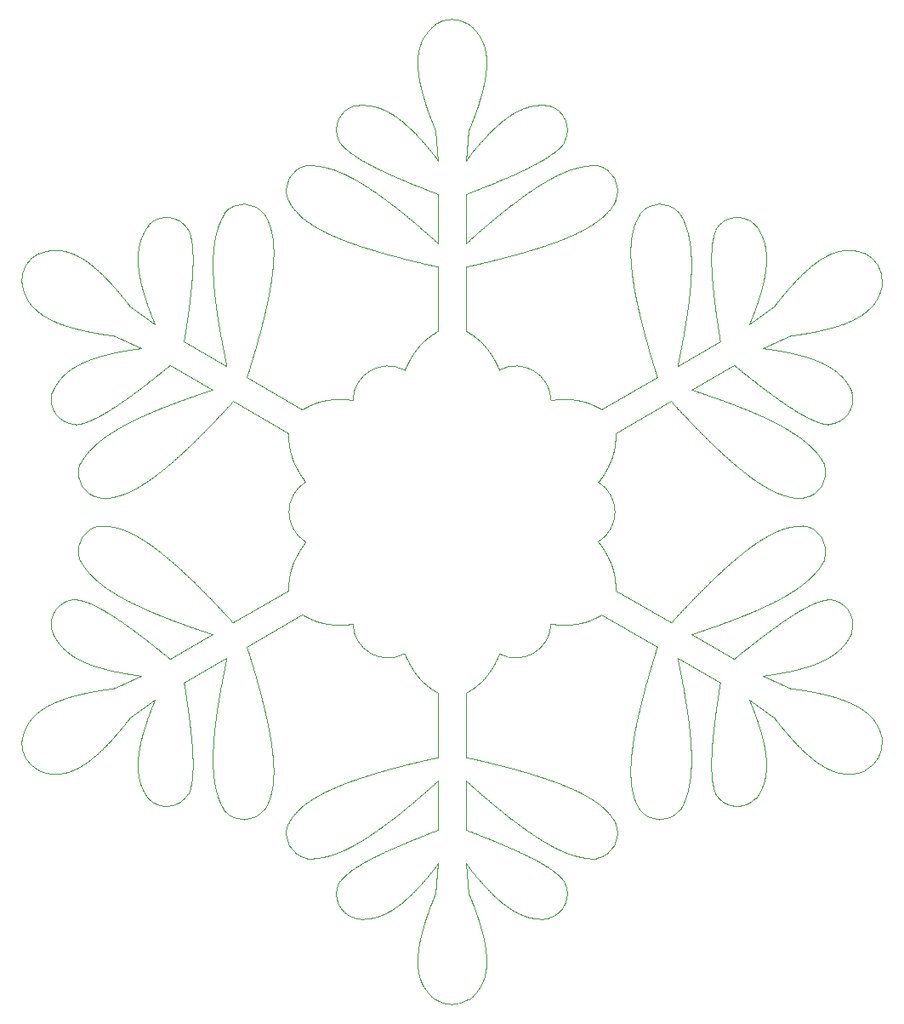
<source format=gm1>
%TF.GenerationSoftware,KiCad,Pcbnew,(5.1.6)-1*%
%TF.CreationDate,2020-12-17T15:03:58+07:00*%
%TF.ProjectId,Snowduno,536e6f77-6475-46e6-9f2e-6b696361645f,rev?*%
%TF.SameCoordinates,Original*%
%TF.FileFunction,Profile,NP*%
%FSLAX46Y46*%
G04 Gerber Fmt 4.6, Leading zero omitted, Abs format (unit mm)*
G04 Created by KiCad (PCBNEW (5.1.6)-1) date 2020-12-17 15:03:58*
%MOMM*%
%LPD*%
G01*
G04 APERTURE LIST*
%TA.AperFunction,Profile*%
%ADD10C,0.050000*%
%TD*%
G04 APERTURE END LIST*
D10*
%TO.C,REF\u002A\u002A*%
X171912455Y-81765207D02*
X171966080Y-81772029D01*
X171966080Y-81772029D02*
X172019999Y-81778962D01*
X172019999Y-81778962D02*
X172074612Y-81786070D01*
X172074612Y-81786070D02*
X172130317Y-81793414D01*
X172130317Y-81793414D02*
X172187513Y-81801057D01*
X172187513Y-81801057D02*
X172246600Y-81809060D01*
X172246600Y-81809060D02*
X172307977Y-81817487D01*
X172307977Y-81817487D02*
X172372042Y-81826400D01*
X172372042Y-81826400D02*
X172439195Y-81835860D01*
X172439195Y-81835860D02*
X172509836Y-81845931D01*
X172509836Y-81845931D02*
X172584362Y-81856674D01*
X172584362Y-81856674D02*
X172663174Y-81868151D01*
X172663174Y-81868151D02*
X172746670Y-81880426D01*
X172746670Y-81880426D02*
X172835249Y-81893561D01*
X172835249Y-81893561D02*
X172929311Y-81907617D01*
X172929311Y-81907617D02*
X173029255Y-81922657D01*
X166819690Y-71631444D02*
X166826231Y-71572563D01*
X166826231Y-71572563D02*
X166833029Y-71514309D01*
X166833029Y-71514309D02*
X166840082Y-71456681D01*
X166840082Y-71456681D02*
X166847390Y-71399677D01*
X166847390Y-71399677D02*
X166854953Y-71343296D01*
X166854953Y-71343296D02*
X166862768Y-71287536D01*
X166862768Y-71287536D02*
X166870837Y-71232397D01*
X166870837Y-71232397D02*
X166879159Y-71177876D01*
X173029255Y-81922657D02*
X173098187Y-81934161D01*
X173098187Y-81934161D02*
X173156945Y-81943983D01*
X173156945Y-81943983D02*
X173209476Y-81952794D01*
X173209476Y-81952794D02*
X173259733Y-81961269D01*
X173259733Y-81961269D02*
X173311664Y-81970082D01*
X173311664Y-81970082D02*
X173369221Y-81979905D01*
X173369221Y-81979905D02*
X173436353Y-81991413D01*
X173436353Y-81991413D02*
X173488378Y-82000353D01*
X173488378Y-82000353D02*
X173547584Y-82010541D01*
X173547584Y-82010541D02*
X173615143Y-82022176D01*
X173615143Y-82022176D02*
X173692224Y-82035458D01*
X173692224Y-82035458D02*
X173779999Y-82050587D01*
X173779999Y-82050587D02*
X173828262Y-82058906D01*
X173828262Y-82058906D02*
X173900870Y-82072760D01*
X173900870Y-82072760D02*
X173973227Y-82086734D01*
X173973227Y-82086734D02*
X174045330Y-82100826D01*
X174045330Y-82100826D02*
X174117179Y-82115039D01*
X174117179Y-82115039D02*
X174188773Y-82129371D01*
X174188773Y-82129371D02*
X174260112Y-82143823D01*
X174260112Y-82143823D02*
X174331195Y-82158396D01*
X174331195Y-82158396D02*
X174402021Y-82173089D01*
X174402021Y-82173089D02*
X174472590Y-82187904D01*
X174472590Y-82187904D02*
X174542901Y-82202840D01*
X174542901Y-82202840D02*
X174589631Y-82212866D01*
X174589631Y-82212866D02*
X174659702Y-82228055D01*
X174659702Y-82228055D02*
X174730669Y-82243667D01*
X174730669Y-82243667D02*
X174803686Y-82260003D01*
X174803686Y-82260003D02*
X174854073Y-82271443D01*
X174854073Y-82271443D02*
X174906227Y-82283429D01*
X174906227Y-82283429D02*
X174960489Y-82296048D01*
X174960489Y-82296048D02*
X175017203Y-82309389D01*
X175017203Y-82309389D02*
X175076709Y-82323542D01*
X175076709Y-82323542D02*
X175139350Y-82338596D01*
X175139350Y-82338596D02*
X175205469Y-82354640D01*
X175205469Y-82354640D02*
X175275407Y-82371763D01*
X175275407Y-82371763D02*
X175349507Y-82390054D01*
X175349507Y-82390054D02*
X175428110Y-82409602D01*
X175428110Y-82409602D02*
X175511559Y-82430496D01*
X175511559Y-82430496D02*
X175555208Y-82441477D01*
X175555208Y-82441477D02*
X175613956Y-82457774D01*
X175613956Y-82457774D02*
X175664024Y-82471683D01*
X175664024Y-82471683D02*
X175723087Y-82488161D01*
X175723087Y-82488161D02*
X175780652Y-82504342D01*
X175780652Y-82504342D02*
X175844684Y-82522483D01*
X175844684Y-82522483D02*
X175901742Y-82538732D01*
X175901742Y-82538732D02*
X175970274Y-82558303D01*
X175970274Y-82558303D02*
X176023997Y-82573667D01*
X176023997Y-82573667D02*
X176085308Y-82591212D01*
X176085308Y-82591212D02*
X176155203Y-82611222D01*
X176155203Y-82611222D02*
X176234677Y-82633977D01*
X176234677Y-82633977D02*
X176295633Y-82653314D01*
X176295633Y-82653314D02*
X176356283Y-82672797D01*
X176356283Y-82672797D02*
X176416625Y-82692424D01*
X176416625Y-82692424D02*
X176476658Y-82712196D01*
X176476658Y-82712196D02*
X176536382Y-82732114D01*
X176536382Y-82732114D02*
X176595796Y-82752178D01*
X176595796Y-82752178D02*
X176654898Y-82772388D01*
X176654898Y-82772388D02*
X176713688Y-82792746D01*
X176713688Y-82792746D02*
X176772165Y-82813250D01*
X176772165Y-82813250D02*
X176830328Y-82833903D01*
X176830328Y-82833903D02*
X176868929Y-82847754D01*
X176868929Y-82847754D02*
X176926720Y-82868721D01*
X176926720Y-82868721D02*
X176985120Y-82890247D01*
X176985120Y-82890247D02*
X177045051Y-82912741D01*
X177045051Y-82912741D02*
X177107436Y-82936612D01*
X177107436Y-82936612D02*
X177173201Y-82962270D01*
X177173201Y-82962270D02*
X177243267Y-82990123D01*
X177243267Y-82990123D02*
X177292824Y-83010115D01*
X177292824Y-83010115D02*
X177344978Y-83031386D01*
X177344978Y-83031386D02*
X177400001Y-83054058D01*
X177400001Y-83054058D02*
X177458167Y-83078253D01*
X177458167Y-83078253D02*
X177519750Y-83104091D01*
X177519750Y-83104091D02*
X177585024Y-83131693D01*
X177585024Y-83131693D02*
X177654263Y-83161183D01*
X177654263Y-83161183D02*
X177700717Y-83183265D01*
X177700717Y-83183265D02*
X177752419Y-83207895D01*
X177752419Y-83207895D02*
X177798171Y-83229823D01*
X177798171Y-83229823D02*
X177844244Y-83252101D01*
X177844244Y-83252101D02*
X177896908Y-83277779D01*
X177896908Y-83277779D02*
X177944504Y-83301106D01*
X177944504Y-83301106D02*
X178001981Y-83329350D01*
X178001981Y-83329350D02*
X178047094Y-83351548D01*
X178047094Y-83351548D02*
X178098559Y-83376884D01*
X178098559Y-83376884D02*
X178157158Y-83405741D01*
X178157158Y-83405741D02*
X178189379Y-83421610D01*
X167086727Y-70288147D02*
X167104755Y-70238684D01*
X167104755Y-70238684D02*
X167123151Y-70190119D01*
X167123151Y-70190119D02*
X167141912Y-70142451D01*
X167141912Y-70142451D02*
X167161040Y-70095681D01*
X167161040Y-70095681D02*
X167184476Y-70040741D01*
X167184476Y-70040741D02*
X167208441Y-69987094D01*
X178189379Y-83421610D02*
X178236309Y-83447548D01*
X178236309Y-83447548D02*
X178282889Y-83473651D01*
X178282889Y-83473651D02*
X178329120Y-83499918D01*
X178329120Y-83499918D02*
X178375002Y-83526350D01*
X178375002Y-83526350D02*
X178420534Y-83552946D01*
X178420534Y-83552946D02*
X178465717Y-83579707D01*
X178465717Y-83579707D02*
X178510551Y-83606632D01*
X178510551Y-83606632D02*
X178555036Y-83633721D01*
X178555036Y-83633721D02*
X178599172Y-83660974D01*
X178599172Y-83660974D02*
X178642959Y-83688391D01*
X178642959Y-83688391D02*
X178671958Y-83706761D01*
X178671958Y-83706761D02*
X178715275Y-83734539D01*
X178715275Y-83734539D02*
X178758910Y-83763013D01*
X178758910Y-83763013D02*
X178803526Y-83792713D01*
X178803526Y-83792713D02*
X178849791Y-83824170D01*
X178849791Y-83824170D02*
X178898369Y-83857915D01*
X178898369Y-83857915D02*
X178949926Y-83894479D01*
X178949926Y-83894479D02*
X179005127Y-83934393D01*
X179005127Y-83934393D02*
X179064638Y-83978188D01*
X179064638Y-83978188D02*
X179107034Y-84009803D01*
X179107034Y-84009803D02*
X179151839Y-84043537D01*
X179151839Y-84043537D02*
X179199249Y-84079546D01*
X179199249Y-84079546D02*
X179249463Y-84117988D01*
X179249463Y-84117988D02*
X179292272Y-84154869D01*
X179292272Y-84154869D02*
X179335634Y-84192381D01*
X179335634Y-84192381D02*
X179375800Y-84227489D01*
X179375800Y-84227489D02*
X179421428Y-84267844D01*
X179421428Y-84267844D02*
X179467681Y-84309045D01*
X179467681Y-84309045D02*
X179510968Y-84347718D01*
X179510968Y-84347718D02*
X179563703Y-84394890D01*
X179563703Y-84394890D02*
X179605031Y-84431874D01*
X179605031Y-84431874D02*
X179627755Y-84452212D01*
X166879159Y-71177876D02*
X166887791Y-71123727D01*
X166887791Y-71123727D02*
X166897032Y-71068728D01*
X166897032Y-71068728D02*
X166907236Y-71011409D01*
X166907236Y-71011409D02*
X166918762Y-70950303D01*
X166918762Y-70950303D02*
X166928486Y-70901103D01*
X166928486Y-70901103D02*
X166939304Y-70848328D01*
X166939304Y-70848328D02*
X166951365Y-70791357D01*
X166951365Y-70791357D02*
X166964820Y-70729572D01*
X166964820Y-70729572D02*
X166979819Y-70662352D01*
X166979819Y-70662352D02*
X166985188Y-70638631D01*
X166985188Y-70638631D02*
X166998624Y-70590262D01*
X166998624Y-70590262D02*
X167013741Y-70536536D01*
X167013741Y-70536536D02*
X167027618Y-70488459D01*
X167027618Y-70488459D02*
X167042899Y-70436378D01*
X167042899Y-70436378D02*
X167059229Y-70381071D01*
X167059229Y-70381071D02*
X167074653Y-70328938D01*
X167074653Y-70328938D02*
X167086727Y-70288147D01*
X171235683Y-88272060D02*
X171296803Y-88299037D01*
X171296803Y-88299037D02*
X171357723Y-88326029D01*
X171357723Y-88326029D02*
X171418444Y-88353033D01*
X171418444Y-88353033D02*
X171478965Y-88380050D01*
X171478965Y-88380050D02*
X171539285Y-88407080D01*
X171539285Y-88407080D02*
X171599404Y-88434123D01*
X171599404Y-88434123D02*
X171659322Y-88461180D01*
X171659322Y-88461180D02*
X171719037Y-88488250D01*
X171719037Y-88488250D02*
X171778550Y-88515333D01*
X171778550Y-88515333D02*
X171837860Y-88542429D01*
X171837860Y-88542429D02*
X171896967Y-88569539D01*
X171896967Y-88569539D02*
X171955870Y-88596662D01*
X171955870Y-88596662D02*
X172014568Y-88623799D01*
X172014568Y-88623799D02*
X172073062Y-88650948D01*
X172073062Y-88650948D02*
X172131351Y-88678112D01*
X172131351Y-88678112D02*
X172189434Y-88705289D01*
X154035221Y-87059548D02*
X153980394Y-87045000D01*
X153980394Y-87045000D02*
X153925384Y-87030848D01*
X153925384Y-87030848D02*
X153870188Y-87017092D01*
X153870188Y-87017092D02*
X153814808Y-87003734D01*
X153814808Y-87003734D02*
X153759243Y-86990774D01*
X153759243Y-86990774D02*
X153740680Y-86986544D01*
X167631476Y-86855778D02*
X167703845Y-86882019D01*
X167703845Y-86882019D02*
X167776053Y-86908272D01*
X167776053Y-86908272D02*
X167848099Y-86934535D01*
X167848099Y-86934535D02*
X167919983Y-86960808D01*
X167919983Y-86960808D02*
X167991704Y-86987093D01*
X167991704Y-86987093D02*
X168063262Y-87013387D01*
X168063262Y-87013387D02*
X168134657Y-87039693D01*
X168134657Y-87039693D02*
X168205888Y-87066009D01*
X168205888Y-87066009D02*
X168276955Y-87092336D01*
X168276955Y-87092336D02*
X168347857Y-87118674D01*
X168347857Y-87118674D02*
X168418596Y-87145023D01*
X168418596Y-87145023D02*
X168489169Y-87171382D01*
X168489169Y-87171382D02*
X168559577Y-87197752D01*
X168559577Y-87197752D02*
X168629819Y-87224133D01*
X168629819Y-87224133D02*
X168699896Y-87250525D01*
X168699896Y-87250525D02*
X168769807Y-87276928D01*
X174907282Y-90179567D02*
X174950807Y-90207736D01*
X174950807Y-90207736D02*
X174994392Y-90236144D01*
X174994392Y-90236144D02*
X175038332Y-90265012D01*
X175038332Y-90265012D02*
X175082922Y-90294564D01*
X175082922Y-90294564D02*
X175128460Y-90325022D01*
X175128460Y-90325022D02*
X175175241Y-90356609D01*
X175175241Y-90356609D02*
X175223561Y-90389547D01*
X175223561Y-90389547D02*
X175273716Y-90424059D01*
X175273716Y-90424059D02*
X175326002Y-90460367D01*
X175326002Y-90460367D02*
X175380716Y-90498695D01*
X175380716Y-90498695D02*
X175438153Y-90539265D01*
X175438153Y-90539265D02*
X175498609Y-90582299D01*
X175498609Y-90582299D02*
X175562381Y-90628021D01*
X175562381Y-90628021D02*
X175629765Y-90676652D01*
X175629765Y-90676652D02*
X175701056Y-90728416D01*
X175701056Y-90728416D02*
X175776551Y-90783535D01*
X177731513Y-92803365D02*
X177759123Y-92848024D01*
X177759123Y-92848024D02*
X177786271Y-92892713D01*
X177786271Y-92892713D02*
X177812957Y-92937432D01*
X177812957Y-92937432D02*
X177839182Y-92982182D01*
X177839182Y-92982182D02*
X177864945Y-93026962D01*
X177864945Y-93026962D02*
X177890245Y-93071772D01*
X177890245Y-93071772D02*
X177915085Y-93116612D01*
X177915085Y-93116612D02*
X177939462Y-93161483D01*
X177939462Y-93161483D02*
X177963377Y-93206384D01*
X177963377Y-93206384D02*
X177986830Y-93251315D01*
X177986830Y-93251315D02*
X178002210Y-93281286D01*
X163397863Y-83501582D02*
X163415451Y-83419532D01*
X163415451Y-83419532D02*
X163433077Y-83336992D01*
X163433077Y-83336992D02*
X163450862Y-83253344D01*
X163450862Y-83253344D02*
X163468929Y-83167970D01*
X163468929Y-83167970D02*
X163487399Y-83080254D01*
X163487399Y-83080254D02*
X163506393Y-82989579D01*
X163506393Y-82989579D02*
X163526034Y-82895328D01*
X163526034Y-82895328D02*
X163546442Y-82796884D01*
X163546442Y-82796884D02*
X163556973Y-82745896D01*
X163556973Y-82745896D02*
X163567741Y-82693629D01*
X163567741Y-82693629D02*
X163578762Y-82640005D01*
X163578762Y-82640005D02*
X163590052Y-82584948D01*
X163590052Y-82584948D02*
X163601624Y-82528379D01*
X163601624Y-82528379D02*
X163613496Y-82470221D01*
X163613496Y-82470221D02*
X163625681Y-82410399D01*
X163625681Y-82410399D02*
X163638195Y-82348834D01*
X163638195Y-82348834D02*
X163651053Y-82285450D01*
X163651053Y-82285450D02*
X163664271Y-82220168D01*
X163664271Y-82220168D02*
X163677864Y-82152913D01*
X163677864Y-82152913D02*
X163691846Y-82083607D01*
X163691846Y-82083607D02*
X163706234Y-82012173D01*
X163706234Y-82012173D02*
X163721042Y-81938534D01*
X163721042Y-81938534D02*
X163736285Y-81862613D01*
X163736285Y-81862613D02*
X163751980Y-81784332D01*
X163751980Y-81784332D02*
X163766001Y-81710955D01*
X163766001Y-81710955D02*
X163778505Y-81645502D01*
X163778505Y-81645502D02*
X163789834Y-81586155D01*
X163789834Y-81586155D02*
X163800333Y-81531095D01*
X163800333Y-81531095D02*
X163810344Y-81478503D01*
X163810344Y-81478503D02*
X163820212Y-81426560D01*
X163820212Y-81426560D02*
X163830280Y-81373448D01*
X163830280Y-81373448D02*
X163840893Y-81317347D01*
X163840893Y-81317347D02*
X163852393Y-81256440D01*
X163852393Y-81256440D02*
X163865125Y-81188906D01*
X163865125Y-81188906D02*
X163879432Y-81112929D01*
X163879432Y-81112929D02*
X163895658Y-81026687D01*
X163895658Y-81026687D02*
X163914147Y-80928364D01*
X163914147Y-80928364D02*
X163924347Y-80874103D01*
X163924347Y-80874103D02*
X163935242Y-80816139D01*
X163935242Y-80816139D02*
X163946874Y-80754246D01*
X163946874Y-80754246D02*
X163959287Y-80688195D01*
X163959287Y-80688195D02*
X163972524Y-80617760D01*
X163972524Y-80617760D02*
X163986627Y-80542713D01*
X163986627Y-80542713D02*
X164000085Y-80466917D01*
X164000085Y-80466917D02*
X164013454Y-80391257D01*
X164013454Y-80391257D02*
X164026733Y-80315732D01*
X164026733Y-80315732D02*
X164039921Y-80240342D01*
X164039921Y-80240342D02*
X164053018Y-80165088D01*
X164053018Y-80165088D02*
X164066025Y-80089970D01*
X164066025Y-80089970D02*
X164078941Y-80014987D01*
X164078941Y-80014987D02*
X164091766Y-79940141D01*
X164091766Y-79940141D02*
X164104500Y-79865432D01*
X164104500Y-79865432D02*
X164117142Y-79790859D01*
X164117142Y-79790859D02*
X164129692Y-79716424D01*
X164129692Y-79716424D02*
X164142151Y-79642126D01*
X164142151Y-79642126D02*
X164154518Y-79567966D01*
X164154518Y-79567966D02*
X164166792Y-79493943D01*
X164166792Y-79493943D02*
X164178975Y-79420059D01*
X164178975Y-79420059D02*
X164191065Y-79346314D01*
X164191065Y-79346314D02*
X164203074Y-79272615D01*
X164203074Y-79272615D02*
X164215068Y-79198507D01*
X164215068Y-79198507D02*
X164227120Y-79123440D01*
X164227120Y-79123440D02*
X164239308Y-79046867D01*
X164239308Y-79046867D02*
X164251707Y-78968239D01*
X164251707Y-78968239D02*
X164264393Y-78887007D01*
X164264393Y-78887007D02*
X164277442Y-78802622D01*
X164277442Y-78802622D02*
X164290931Y-78714538D01*
X164290931Y-78714538D02*
X164304935Y-78622204D01*
X164304935Y-78622204D02*
X164319529Y-78525072D01*
X164319529Y-78525072D02*
X164327072Y-78474536D01*
X164327072Y-78474536D02*
X164334791Y-78422595D01*
X164334791Y-78422595D02*
X164342696Y-78369180D01*
X164342696Y-78369180D02*
X164350796Y-78314222D01*
X164350796Y-78314222D02*
X164359101Y-78257654D01*
X164359101Y-78257654D02*
X164367620Y-78199407D01*
X164367620Y-78199407D02*
X164376363Y-78139412D01*
X164376363Y-78139412D02*
X164385339Y-78077600D01*
X164385339Y-78077600D02*
X164394558Y-78013904D01*
X164394558Y-78013904D02*
X164404029Y-77948254D01*
X164404029Y-77948254D02*
X164413762Y-77880581D01*
X164413762Y-77880581D02*
X164423767Y-77810819D01*
X164423767Y-77810819D02*
X164432168Y-77745855D01*
X164432168Y-77745855D02*
X164439657Y-77687909D01*
X164439657Y-77687909D02*
X164446435Y-77635374D01*
X164446435Y-77635374D02*
X164455715Y-77563200D01*
X164455715Y-77563200D02*
X164464537Y-77494155D01*
X164464537Y-77494155D02*
X164473587Y-77422814D01*
X164473587Y-77422814D02*
X164480084Y-77371298D01*
X164480084Y-77371298D02*
X164487189Y-77314742D01*
X164487189Y-77314742D02*
X164495105Y-77251538D01*
X164495105Y-77251538D02*
X164504034Y-77180078D01*
X164504034Y-77180078D02*
X164514179Y-77098755D01*
X164514179Y-77098755D02*
X164525743Y-77005960D01*
X164525743Y-77005960D02*
X164532121Y-76954759D01*
X164532121Y-76954759D02*
X164538929Y-76900087D01*
X164538929Y-76900087D02*
X164546194Y-76841743D01*
X164546194Y-76841743D02*
X164553940Y-76779527D01*
X164553940Y-76779527D02*
X164562193Y-76713237D01*
X151950939Y-86831995D02*
X151899013Y-86833265D01*
X151899013Y-86833265D02*
X151846982Y-86834763D01*
X151846982Y-86834763D02*
X151794845Y-86836488D01*
X151794845Y-86836488D02*
X151742603Y-86838438D01*
X151742603Y-86838438D02*
X151690256Y-86840613D01*
X151690256Y-86840613D02*
X151637806Y-86843011D01*
X151637806Y-86843011D02*
X151616797Y-86844033D01*
X164562193Y-76713237D02*
X164569389Y-76646816D01*
X164569389Y-76646816D02*
X164576475Y-76580562D01*
X164576475Y-76580562D02*
X164583449Y-76514474D01*
X164583449Y-76514474D02*
X164590312Y-76448553D01*
X164590312Y-76448553D02*
X164597063Y-76382799D01*
X164597063Y-76382799D02*
X164603702Y-76317213D01*
X164603702Y-76317213D02*
X164610230Y-76251794D01*
X164610230Y-76251794D02*
X164616644Y-76186544D01*
X164616644Y-76186544D02*
X164622946Y-76121463D01*
X164622946Y-76121463D02*
X164629135Y-76056551D01*
X164629135Y-76056551D02*
X164635211Y-75991808D01*
X164635211Y-75991808D02*
X164641173Y-75927235D01*
X164641173Y-75927235D02*
X164647021Y-75862832D01*
X164647021Y-75862832D02*
X164652756Y-75798600D01*
X164652756Y-75798600D02*
X164658376Y-75734539D01*
X164658376Y-75734539D02*
X164663882Y-75670650D01*
X164663882Y-75670650D02*
X164669276Y-75606854D01*
X164669276Y-75606854D02*
X164674576Y-75542766D01*
X164674576Y-75542766D02*
X164679801Y-75477920D01*
X164679801Y-75477920D02*
X164684971Y-75411851D01*
X164684971Y-75411851D02*
X164690107Y-75344096D01*
X164690107Y-75344096D02*
X164695228Y-75274188D01*
X164695228Y-75274188D02*
X164700355Y-75201664D01*
X164700355Y-75201664D02*
X164705508Y-75126058D01*
X164705508Y-75126058D02*
X164710705Y-75046906D01*
X164710705Y-75046906D02*
X164715969Y-74963743D01*
X164715969Y-74963743D02*
X164721318Y-74876105D01*
X164721318Y-74876105D02*
X164726773Y-74783526D01*
X164726773Y-74783526D02*
X164732353Y-74685542D01*
X164732353Y-74685542D02*
X164735197Y-74634378D01*
X164735197Y-74634378D02*
X164738079Y-74581688D01*
X164738079Y-74581688D02*
X164741004Y-74527415D01*
X164741004Y-74527415D02*
X164743972Y-74471500D01*
X164743972Y-74471500D02*
X164746986Y-74413884D01*
X164746986Y-74413884D02*
X164750050Y-74354512D01*
X164750050Y-74354512D02*
X164751545Y-74299886D01*
X164751545Y-74299886D02*
X164753479Y-74228599D01*
X164753479Y-74228599D02*
X164755132Y-74166048D01*
X164755132Y-74166048D02*
X164756602Y-74107683D01*
X164756602Y-74107683D02*
X164757989Y-74048954D01*
X164757989Y-74048954D02*
X164759391Y-73985311D01*
X164759391Y-73985311D02*
X164760908Y-73912203D01*
X164760908Y-73912203D02*
X164762033Y-73855959D01*
X164762033Y-73855959D02*
X164763282Y-73792138D01*
X164763282Y-73792138D02*
X164764684Y-73719392D01*
X164764684Y-73719392D02*
X164766271Y-73636372D01*
X164766271Y-73636372D02*
X164768070Y-73541730D01*
X164768070Y-73541730D02*
X164769058Y-73489630D01*
X164769058Y-73489630D02*
X164770111Y-73434119D01*
X164770111Y-73434119D02*
X164769594Y-73379244D01*
X164769594Y-73379244D02*
X164768946Y-73324567D01*
X164768946Y-73324567D02*
X164768166Y-73270087D01*
X164768166Y-73270087D02*
X164767255Y-73215803D01*
X164767255Y-73215803D02*
X164766212Y-73161717D01*
X164766212Y-73161717D02*
X164765037Y-73107828D01*
X164765037Y-73107828D02*
X164763731Y-73054135D01*
X164763731Y-73054135D02*
X164762293Y-73000640D01*
X164762293Y-73000640D02*
X164760723Y-72947343D01*
X164760723Y-72947343D02*
X164759021Y-72894242D01*
X164759021Y-72894242D02*
X164757188Y-72841339D01*
X164757188Y-72841339D02*
X164755223Y-72788633D01*
X164755223Y-72788633D02*
X164753126Y-72736125D01*
X164753126Y-72736125D02*
X164750896Y-72683814D01*
X164750896Y-72683814D02*
X164748535Y-72631701D01*
X164748535Y-72631701D02*
X164746043Y-72579786D01*
X164746043Y-72579786D02*
X164743410Y-72528006D01*
X164743410Y-72528006D02*
X164740601Y-72476057D01*
X164740601Y-72476057D02*
X164737570Y-72423570D01*
X164737570Y-72423570D02*
X164734272Y-72370177D01*
X164734272Y-72370177D02*
X164730664Y-72315511D01*
X164730664Y-72315511D02*
X164726700Y-72259204D01*
X164726700Y-72259204D02*
X164722334Y-72200889D01*
X164722334Y-72200889D02*
X164717524Y-72140198D01*
X164717524Y-72140198D02*
X164712223Y-72076762D01*
X164712223Y-72076762D02*
X164706387Y-72010215D01*
X164706387Y-72010215D02*
X164699971Y-71940188D01*
X164699971Y-71940188D02*
X164692930Y-71866314D01*
X164692930Y-71866314D02*
X164685220Y-71788225D01*
X164685220Y-71788225D02*
X164676796Y-71705554D01*
X164676796Y-71705554D02*
X164667613Y-71617932D01*
X164667613Y-71617932D02*
X164657627Y-71524993D01*
X164657627Y-71524993D02*
X164648338Y-71462518D01*
X164648338Y-71462518D02*
X164640389Y-71409287D01*
X164640389Y-71409287D02*
X164630903Y-71346536D01*
X164630903Y-71346536D02*
X164621466Y-71285451D01*
X164621466Y-71285451D02*
X164613619Y-71235654D01*
X164613619Y-71235654D02*
X164604488Y-71178487D01*
X164604488Y-71178487D02*
X164593510Y-71110390D01*
X164593510Y-71110390D02*
X164584887Y-71057162D01*
X164584887Y-71057162D02*
X164575027Y-70996439D01*
X164575027Y-70996439D02*
X164563763Y-70927167D01*
X164563763Y-70927167D02*
X164550928Y-70848291D01*
X164550928Y-70848291D02*
X164543870Y-70804922D01*
X164543870Y-70804922D02*
X164530494Y-70741473D01*
X164530494Y-70741473D02*
X164516837Y-70678445D01*
X164516837Y-70678445D02*
X164502899Y-70615838D01*
X164502899Y-70615838D02*
X164488681Y-70553651D01*
X164488681Y-70553651D02*
X164474183Y-70491882D01*
X164474183Y-70491882D02*
X164459405Y-70430533D01*
X164459405Y-70430533D02*
X164444349Y-70369600D01*
X164444349Y-70369600D02*
X164429013Y-70309085D01*
X164429013Y-70309085D02*
X164413400Y-70248985D01*
X164413400Y-70248985D02*
X164397510Y-70189301D01*
X164397510Y-70189301D02*
X164386763Y-70149743D01*
X151616797Y-86844033D02*
X151558849Y-86848007D01*
X151558849Y-86848007D02*
X151497243Y-86852239D01*
X151497243Y-86852239D02*
X151439800Y-86856208D01*
X151439800Y-86856208D02*
X151389298Y-86859760D01*
X151389298Y-86859760D02*
X151338810Y-86863434D01*
X151338810Y-86863434D02*
X151287397Y-86867266D01*
X151287397Y-86867266D02*
X151277082Y-86868038D01*
X172189434Y-88705289D02*
X172247379Y-88732514D01*
X172247379Y-88732514D02*
X172305531Y-88759969D01*
X172305531Y-88759969D02*
X172364302Y-88787867D01*
X172364302Y-88787867D02*
X172424105Y-88816423D01*
X172424105Y-88816423D02*
X172485351Y-88845853D01*
X172485351Y-88845853D02*
X172548453Y-88876372D01*
X172548453Y-88876372D02*
X172613824Y-88908194D01*
X172613824Y-88908194D02*
X172681877Y-88941535D01*
X172681877Y-88941535D02*
X172753023Y-88976610D01*
X172753023Y-88976610D02*
X172827676Y-89013633D01*
X172827676Y-89013633D02*
X172906248Y-89052820D01*
X172906248Y-89052820D02*
X172989151Y-89094385D01*
X172989151Y-89094385D02*
X173076798Y-89138544D01*
X173076798Y-89138544D02*
X173122529Y-89161664D01*
X173122529Y-89161664D02*
X173169601Y-89185512D01*
X173169601Y-89185512D02*
X173218065Y-89210117D01*
X173218065Y-89210117D02*
X173267973Y-89235504D01*
X173267973Y-89235504D02*
X173319376Y-89261701D01*
X173319376Y-89261701D02*
X173372327Y-89288735D01*
X179627755Y-84452212D02*
X179670827Y-84495972D01*
X179670827Y-84495972D02*
X179713330Y-84540001D01*
X179713330Y-84540001D02*
X179755264Y-84584298D01*
X179755264Y-84584298D02*
X179796630Y-84628862D01*
X179796630Y-84628862D02*
X179837431Y-84673692D01*
X179837431Y-84673692D02*
X179877667Y-84718788D01*
X179877667Y-84718788D02*
X179917340Y-84764149D01*
X179917340Y-84764149D02*
X179956453Y-84809774D01*
X152711270Y-86845428D02*
X152656336Y-86842930D01*
X152656336Y-86842930D02*
X152597934Y-86840281D01*
X152597934Y-86840281D02*
X152543475Y-86837841D01*
X152543475Y-86837841D02*
X152488638Y-86835482D01*
X152488638Y-86835482D02*
X152432952Y-86833288D01*
X152432952Y-86833288D02*
X152389153Y-86831642D01*
X175776551Y-90783535D02*
X175826011Y-90822816D01*
X175826011Y-90822816D02*
X175868136Y-90856316D01*
X175868136Y-90856316D02*
X175917736Y-90895906D01*
X175917736Y-90895906D02*
X175965919Y-90934621D01*
X175965919Y-90934621D02*
X176005121Y-90966315D01*
X176005121Y-90966315D02*
X176050064Y-91002806D01*
X176050064Y-91002806D02*
X176103548Y-91046362D01*
X176103548Y-91046362D02*
X176145334Y-91080444D01*
X176145334Y-91080444D02*
X176192991Y-91119344D01*
X176192991Y-91119344D02*
X176247351Y-91163735D01*
X176247351Y-91163735D02*
X176309243Y-91214289D01*
X176309243Y-91214289D02*
X176343273Y-91242087D01*
X155333760Y-87563415D02*
X155285962Y-87539779D01*
X155285962Y-87539779D02*
X155228683Y-87511695D01*
X155228683Y-87511695D02*
X155177825Y-87487048D01*
X155177825Y-87487048D02*
X155132348Y-87465312D01*
X155132348Y-87465312D02*
X155081488Y-87441435D01*
X155081488Y-87441435D02*
X155035386Y-87420260D01*
X155035386Y-87420260D02*
X154983488Y-87396969D01*
X154983488Y-87396969D02*
X154974975Y-87393197D01*
X153439041Y-86928782D02*
X153384142Y-86920396D01*
X153384142Y-86920396D02*
X153334059Y-86912908D01*
X153334059Y-86912908D02*
X153273904Y-86904176D01*
X153273904Y-86904176D02*
X153220225Y-86896696D01*
X153220225Y-86896696D02*
X153160417Y-86888805D01*
X153160417Y-86888805D02*
X153106537Y-86882180D01*
X153106537Y-86882180D02*
X153056257Y-86876436D01*
X153056257Y-86876436D02*
X153026849Y-86873254D01*
X180335317Y-85314475D02*
X180362142Y-85358878D01*
X180362142Y-85358878D02*
X180389283Y-85404024D01*
X180389283Y-85404024D02*
X180419591Y-85455136D01*
X180419591Y-85455136D02*
X180449286Y-85505958D01*
X180449286Y-85505958D02*
X180479826Y-85558618D01*
X180479826Y-85558618D02*
X180508499Y-85608201D01*
X180508499Y-85608201D02*
X180543409Y-85668637D01*
X180543409Y-85668637D02*
X180570722Y-85715938D01*
X153740680Y-86986544D02*
X153689252Y-86976519D01*
X153689252Y-86976519D02*
X153634575Y-86965869D01*
X153634575Y-86965869D02*
X153583588Y-86955974D01*
X153583588Y-86955974D02*
X153532238Y-86946126D01*
X153532238Y-86946126D02*
X153480075Y-86936365D01*
X153480075Y-86936365D02*
X153439041Y-86928782D01*
X179956453Y-84809774D02*
X179995172Y-84855916D01*
X179995172Y-84855916D02*
X180034342Y-84903849D01*
X180034342Y-84903849D02*
X180074970Y-84955096D01*
X180074970Y-84955096D02*
X180107005Y-84996626D01*
X180107005Y-84996626D02*
X180140854Y-85041522D01*
X180140854Y-85041522D02*
X180176944Y-85090429D01*
X180176944Y-85090429D02*
X180215699Y-85143991D01*
X180215699Y-85143991D02*
X180257546Y-85202851D01*
X180257546Y-85202851D02*
X180287371Y-85245353D01*
X180287371Y-85245353D02*
X180318886Y-85290686D01*
X180318886Y-85290686D02*
X180335317Y-85314475D01*
X170215936Y-87843151D02*
X170276397Y-87868356D01*
X170276397Y-87868356D02*
X170330323Y-87890844D01*
X170330323Y-87890844D02*
X170379209Y-87911241D01*
X170379209Y-87911241D02*
X170446354Y-87939292D01*
X170446354Y-87939292D02*
X170510560Y-87966174D01*
X170510560Y-87966174D02*
X170576868Y-87994007D01*
X170576868Y-87994007D02*
X170624731Y-88014138D01*
X170624731Y-88014138D02*
X170677262Y-88036263D01*
X170677262Y-88036263D02*
X170735956Y-88061010D01*
X170735956Y-88061010D02*
X170802307Y-88089007D01*
X170802307Y-88089007D02*
X170877807Y-88120882D01*
X170877807Y-88120882D02*
X170963952Y-88157264D01*
X170963952Y-88157264D02*
X171011482Y-88177342D01*
X171011482Y-88177342D02*
X171062234Y-88198781D01*
X171062234Y-88198781D02*
X171116393Y-88221662D01*
X171116393Y-88221662D02*
X171174147Y-88246062D01*
X171174147Y-88246062D02*
X171235683Y-88272060D01*
X154419292Y-87175465D02*
X154368159Y-87158991D01*
X154368159Y-87158991D02*
X154306875Y-87139508D01*
X154306875Y-87139508D02*
X154252450Y-87122519D01*
X154252450Y-87122519D02*
X154203773Y-87107655D01*
X154203773Y-87107655D02*
X154149320Y-87091495D01*
X154149320Y-87091495D02*
X154099945Y-87077349D01*
X154099945Y-87077349D02*
X154044343Y-87062011D01*
X154044343Y-87062011D02*
X154035221Y-87059548D01*
X152389153Y-86831642D02*
X152330698Y-86830893D01*
X152330698Y-86830893D02*
X152277386Y-86830339D01*
X152277386Y-86830339D02*
X152213376Y-86829886D01*
X152213376Y-86829886D02*
X152156285Y-86829732D01*
X152156285Y-86829732D02*
X152104843Y-86829849D01*
X152104843Y-86829849D02*
X152046549Y-86830335D01*
X152046549Y-86830335D02*
X151992614Y-86831147D01*
X151992614Y-86831147D02*
X151950939Y-86831995D01*
X168769807Y-87276928D02*
X168839636Y-87303376D01*
X168839636Y-87303376D02*
X168909812Y-87330044D01*
X168909812Y-87330044D02*
X168980848Y-87357139D01*
X168980848Y-87357139D02*
X169053256Y-87384871D01*
X169053256Y-87384871D02*
X169127550Y-87413447D01*
X169127550Y-87413447D02*
X169204242Y-87443077D01*
X169204242Y-87443077D02*
X169283846Y-87473968D01*
X169283846Y-87473968D02*
X169366874Y-87506329D01*
X169366874Y-87506329D02*
X169453839Y-87540368D01*
X169453839Y-87540368D02*
X169545255Y-87576295D01*
X169545255Y-87576295D02*
X169592792Y-87595031D01*
X169592792Y-87595031D02*
X169641634Y-87614316D01*
X169641634Y-87614316D02*
X169691846Y-87634178D01*
X169691846Y-87634178D02*
X169743490Y-87654642D01*
X169743490Y-87654642D02*
X169796632Y-87675734D01*
X169796632Y-87675734D02*
X169851335Y-87697480D01*
X169851335Y-87697480D02*
X169907664Y-87719906D01*
X169907664Y-87719906D02*
X169965682Y-87743038D01*
X169965682Y-87743038D02*
X170025454Y-87766903D01*
X170025454Y-87766903D02*
X170087045Y-87791525D01*
X170087045Y-87791525D02*
X170150517Y-87816933D01*
X170150517Y-87816933D02*
X170215936Y-87843151D01*
X173372327Y-89288735D02*
X173420381Y-89314752D01*
X173420381Y-89314752D02*
X173483085Y-89348720D01*
X173483085Y-89348720D02*
X173538082Y-89378564D01*
X173538082Y-89378564D02*
X173589363Y-89406474D01*
X173589363Y-89406474D02*
X173640917Y-89434637D01*
X173640917Y-89434637D02*
X173696735Y-89465244D01*
X173696735Y-89465244D02*
X173760807Y-89500484D01*
X173760807Y-89500484D02*
X173810078Y-89527632D01*
X173810078Y-89527632D02*
X173865973Y-89558461D01*
X173865973Y-89558461D02*
X173929674Y-89593620D01*
X173929674Y-89593620D02*
X174002365Y-89633756D01*
X174002365Y-89633756D02*
X174085226Y-89679519D01*
X174085226Y-89679519D02*
X174130841Y-89704713D01*
X174130841Y-89704713D02*
X174179442Y-89731558D01*
X174179442Y-89731558D02*
X174226705Y-89759442D01*
X174226705Y-89759442D02*
X174273733Y-89787342D01*
X174273733Y-89787342D02*
X174320525Y-89815257D01*
X174320525Y-89815257D02*
X174367080Y-89843188D01*
X174367080Y-89843188D02*
X174413398Y-89871135D01*
X174413398Y-89871135D02*
X174459480Y-89899096D01*
X174459480Y-89899096D02*
X174505326Y-89927074D01*
X174505326Y-89927074D02*
X174550935Y-89955067D01*
X174550935Y-89955067D02*
X174596307Y-89983075D01*
X174596307Y-89983075D02*
X174641443Y-90011099D01*
X174641443Y-90011099D02*
X174686342Y-90039138D01*
X174686342Y-90039138D02*
X174731004Y-90067193D01*
X174731004Y-90067193D02*
X174775429Y-90095263D01*
X174775429Y-90095263D02*
X174819617Y-90123349D01*
X174819617Y-90123349D02*
X174863568Y-90151450D01*
X174863568Y-90151450D02*
X174907282Y-90179567D01*
X176343273Y-91242087D02*
X176391533Y-91285394D01*
X176391533Y-91285394D02*
X176439288Y-91328735D01*
X176439288Y-91328735D02*
X176486538Y-91372110D01*
X176486538Y-91372110D02*
X176533285Y-91415516D01*
X176533285Y-91415516D02*
X176579529Y-91458956D01*
X176579529Y-91458956D02*
X176625270Y-91502429D01*
X176625270Y-91502429D02*
X176670511Y-91545935D01*
X176670511Y-91545935D02*
X176715251Y-91589473D01*
X176715251Y-91589473D02*
X176759492Y-91633044D01*
X176759492Y-91633044D02*
X176803235Y-91676647D01*
X176803235Y-91676647D02*
X176832121Y-91705735D01*
X171912455Y-81765207D02*
X174677006Y-80505080D01*
X176832121Y-91705735D02*
X176875138Y-91749521D01*
X176875138Y-91749521D02*
X176918281Y-91794117D01*
X176918281Y-91794117D02*
X176962171Y-91840297D01*
X176962171Y-91840297D02*
X177007433Y-91888838D01*
X177007433Y-91888838D02*
X177054687Y-91940516D01*
X177054687Y-91940516D02*
X177104556Y-91996106D01*
X177104556Y-91996106D02*
X177139562Y-92035724D01*
X177139562Y-92035724D02*
X177176192Y-92077655D01*
X177176192Y-92077655D02*
X177214630Y-92122130D01*
X177214630Y-92122130D02*
X177255060Y-92169378D01*
X177255060Y-92169378D02*
X177297667Y-92219631D01*
X177297667Y-92219631D02*
X177342634Y-92273117D01*
X177342634Y-92273117D02*
X177390148Y-92330067D01*
X180570722Y-85715938D02*
X180596387Y-85767890D01*
X180596387Y-85767890D02*
X180621534Y-85820086D01*
X180621534Y-85820086D02*
X180646164Y-85872525D01*
X180646164Y-85872525D02*
X180670275Y-85925209D01*
X180670275Y-85925209D02*
X180693869Y-85978136D01*
X180693869Y-85978136D02*
X180716944Y-86031307D01*
X180716944Y-86031307D02*
X180739502Y-86084722D01*
X180739502Y-86084722D02*
X180761542Y-86138381D01*
X154974975Y-87393197D02*
X154923817Y-87370771D01*
X154923817Y-87370771D02*
X154872499Y-87348689D01*
X154872499Y-87348689D02*
X154821022Y-87326950D01*
X154821022Y-87326950D02*
X154769383Y-87305556D01*
X154769383Y-87305556D02*
X154717583Y-87284509D01*
X154717583Y-87284509D02*
X154700281Y-87277571D01*
X154700281Y-87277571D02*
X154652372Y-87259988D01*
X154652372Y-87259988D02*
X154601437Y-87241304D01*
X154601437Y-87241304D02*
X154553940Y-87223914D01*
X154553940Y-87223914D02*
X154506105Y-87206518D01*
X154506105Y-87206518D02*
X154457515Y-87189085D01*
X154457515Y-87189085D02*
X154419292Y-87175465D01*
X177390148Y-92330067D02*
X177420192Y-92370619D01*
X177420192Y-92370619D02*
X177453589Y-92415807D01*
X177453589Y-92415807D02*
X177490254Y-92465818D01*
X177490254Y-92465818D02*
X177520397Y-92507407D01*
X177520397Y-92507407D02*
X177555594Y-92556410D01*
X177555594Y-92556410D02*
X177587715Y-92601364D01*
X177587715Y-92601364D02*
X177626616Y-92655948D01*
X177626616Y-92655948D02*
X177657151Y-92698842D01*
X177657151Y-92698842D02*
X177691950Y-92747750D01*
X177691950Y-92747750D02*
X177731513Y-92803365D01*
X155854145Y-87856950D02*
X155806197Y-87827630D01*
X155806197Y-87827630D02*
X155758104Y-87798623D01*
X155758104Y-87798623D02*
X155709865Y-87769930D01*
X155709865Y-87769930D02*
X155661480Y-87741549D01*
X155661480Y-87741549D02*
X155612950Y-87713481D01*
X155612950Y-87713481D02*
X155596741Y-87704195D01*
X153026849Y-86873254D02*
X152968064Y-86867206D01*
X152968064Y-86867206D02*
X152909100Y-86861543D01*
X152909100Y-86861543D02*
X152849958Y-86856263D01*
X152849958Y-86856263D02*
X152790638Y-86851366D01*
X152790638Y-86851366D02*
X152731141Y-86846849D01*
X152731141Y-86846849D02*
X152711270Y-86845428D01*
X151277082Y-86868038D02*
X151215584Y-86873823D01*
X151215584Y-86873823D02*
X151159507Y-86879208D01*
X151159507Y-86879208D02*
X151108286Y-86884242D01*
X151108286Y-86884242D02*
X151046569Y-86890493D01*
X151046569Y-86890493D02*
X150991143Y-86896324D01*
X150991143Y-86896324D02*
X150940671Y-86901851D01*
X150940671Y-86901851D02*
X150882509Y-86908511D01*
X150882509Y-86908511D02*
X150827386Y-86915106D01*
X150827386Y-86915106D02*
X150816496Y-86916438D01*
X164774639Y-85886227D02*
X164854490Y-85912019D01*
X164854490Y-85912019D02*
X164934785Y-85938025D01*
X164934785Y-85938025D02*
X165016119Y-85964446D01*
X165016119Y-85964446D02*
X165099088Y-85991487D01*
X165099088Y-85991487D02*
X165184287Y-86019350D01*
X165184287Y-86019350D02*
X165272311Y-86048238D01*
X165272311Y-86048238D02*
X165363755Y-86078354D01*
X165363755Y-86078354D02*
X165459214Y-86109902D01*
X165459214Y-86109902D02*
X165508636Y-86126276D01*
X165508636Y-86126276D02*
X165559285Y-86143084D01*
X165559285Y-86143084D02*
X165611235Y-86160351D01*
X165611235Y-86160351D02*
X165664561Y-86178103D01*
X165664561Y-86178103D02*
X165719338Y-86196365D01*
X165719338Y-86196365D02*
X165775639Y-86215163D01*
X165775639Y-86215163D02*
X165833539Y-86234522D01*
X165833539Y-86234522D02*
X165893113Y-86254467D01*
X165893113Y-86254467D02*
X165954435Y-86275023D01*
X165954435Y-86275023D02*
X166017579Y-86296217D01*
X166017579Y-86296217D02*
X166082619Y-86318073D01*
X166082619Y-86318073D02*
X166149631Y-86340617D01*
X166149631Y-86340617D02*
X166218689Y-86363874D01*
X166218689Y-86363874D02*
X166289866Y-86387869D01*
X166289866Y-86387869D02*
X166363238Y-86412629D01*
X166363238Y-86412629D02*
X166438879Y-86438178D01*
X166438879Y-86438178D02*
X166509436Y-86462723D01*
X166509436Y-86462723D02*
X166572371Y-86484621D01*
X166572371Y-86484621D02*
X166629432Y-86504483D01*
X166629432Y-86504483D02*
X166682364Y-86522922D01*
X166682364Y-86522922D02*
X166732916Y-86540548D01*
X166732916Y-86540548D02*
X166782834Y-86557973D01*
X166782834Y-86557973D02*
X166833864Y-86575810D01*
X166833864Y-86575810D02*
X166887755Y-86594670D01*
X166887755Y-86594670D02*
X166946253Y-86615164D01*
X166946253Y-86615164D02*
X167011104Y-86637904D01*
X167011104Y-86637904D02*
X167084057Y-86663503D01*
X167084057Y-86663503D02*
X167166857Y-86692572D01*
X167166857Y-86692572D02*
X167261252Y-86725721D01*
X167261252Y-86725721D02*
X167313343Y-86744018D01*
X167313343Y-86744018D02*
X167368989Y-86763565D01*
X167368989Y-86763565D02*
X167428406Y-86784437D01*
X167428406Y-86784437D02*
X167491814Y-86806713D01*
X167491814Y-86806713D02*
X167559431Y-86830467D01*
X167559431Y-86830467D02*
X167631476Y-86855778D01*
X155596741Y-87704195D02*
X155551898Y-87680028D01*
X155551898Y-87680028D02*
X155504222Y-87654343D01*
X155504222Y-87654343D02*
X155459766Y-87630424D01*
X155459766Y-87630424D02*
X155414996Y-87606444D01*
X155414996Y-87606444D02*
X155369526Y-87582311D01*
X155369526Y-87582311D02*
X155333760Y-87563415D01*
X143040337Y-146194124D02*
X142992748Y-146237578D01*
X142992748Y-146237578D02*
X142944547Y-146280578D01*
X142944547Y-146280578D02*
X142895732Y-146323125D01*
X142895732Y-146323125D02*
X142846305Y-146365219D01*
X142846305Y-146365219D02*
X142796264Y-146406860D01*
X142796264Y-146406860D02*
X142745610Y-146448046D01*
X142745610Y-146448046D02*
X142694343Y-146488780D01*
X142694343Y-146488780D02*
X142642464Y-146529060D01*
X178772519Y-79712131D02*
X178837001Y-79692855D01*
X178837001Y-79692855D02*
X178891951Y-79676402D01*
X178891951Y-79676402D02*
X178941049Y-79661647D01*
X178941049Y-79661647D02*
X179003773Y-79642667D01*
X179003773Y-79642667D02*
X179053533Y-79627492D01*
X179053533Y-79627492D02*
X179109711Y-79610261D01*
X179109711Y-79610261D02*
X179175990Y-79589848D01*
X179175990Y-79589848D02*
X179227605Y-79573915D01*
X179227605Y-79573915D02*
X179286437Y-79555733D01*
X179286437Y-79555733D02*
X179353574Y-79534969D01*
X179353574Y-79534969D02*
X179430109Y-79511289D01*
X179430109Y-79511289D02*
X179517133Y-79484360D01*
X143385440Y-145820153D02*
X143347751Y-145862327D01*
X143347751Y-145862327D02*
X143309352Y-145905070D01*
X143309352Y-145905070D02*
X143273259Y-145944718D01*
X143273259Y-145944718D02*
X143231573Y-145989831D01*
X143231573Y-145989831D02*
X143188890Y-146035608D01*
X143188890Y-146035608D02*
X143148779Y-146078468D01*
X143148779Y-146078468D02*
X143099830Y-146130690D01*
X143099830Y-146130690D02*
X143061444Y-146171619D01*
X143061444Y-146171619D02*
X143040337Y-146194124D01*
X144003445Y-144809052D02*
X143976446Y-144867736D01*
X143976446Y-144867736D02*
X143948773Y-144925922D01*
X143948773Y-144925922D02*
X143920429Y-144983612D01*
X143920429Y-144983612D02*
X143891414Y-145040805D01*
X143891414Y-145040805D02*
X143861730Y-145097503D01*
X143861730Y-145097503D02*
X143831379Y-145153709D01*
X143831379Y-145153709D02*
X143800362Y-145209422D01*
X143800362Y-145209422D02*
X143768683Y-145264644D01*
X144328533Y-143581274D02*
X144321079Y-143634925D01*
X144321079Y-143634925D02*
X144312976Y-143689133D01*
X144312976Y-143689133D02*
X144303983Y-143744757D01*
X144303983Y-143744757D02*
X144293858Y-143802654D01*
X144293858Y-143802654D02*
X144282361Y-143863684D01*
X144282361Y-143863684D02*
X144269251Y-143928706D01*
X144269251Y-143928706D02*
X144254286Y-143998578D01*
X144254286Y-143998578D02*
X144243160Y-144048278D01*
X144243160Y-144048278D02*
X144231032Y-144100770D01*
X144231032Y-144100770D02*
X144217830Y-144156307D01*
X144217830Y-144156307D02*
X144203483Y-144215146D01*
X144203483Y-144215146D02*
X144187919Y-144277540D01*
X144187919Y-144277540D02*
X144179659Y-144310150D01*
X144382171Y-142991701D02*
X144379119Y-143048435D01*
X144379119Y-143048435D02*
X144375658Y-143104867D01*
X144375658Y-143104867D02*
X144371788Y-143160997D01*
X144371788Y-143160997D02*
X144367509Y-143216824D01*
X144367509Y-143216824D02*
X144362821Y-143272348D01*
X144362821Y-143272348D02*
X144357724Y-143327570D01*
X144357724Y-143327570D02*
X144352218Y-143382489D01*
X144352218Y-143382489D02*
X144346303Y-143437106D01*
X144346303Y-143437106D02*
X144339980Y-143491421D01*
X144339980Y-143491421D02*
X144333248Y-143545433D01*
X144333248Y-143545433D02*
X144328533Y-143581274D01*
X181589408Y-78546875D02*
X181637016Y-78515864D01*
X181637016Y-78515864D02*
X181684157Y-78484651D01*
X181684157Y-78484651D02*
X181730832Y-78453235D01*
X181730832Y-78453235D02*
X181777040Y-78421615D01*
X181777040Y-78421615D02*
X181822781Y-78389793D01*
X181822781Y-78389793D02*
X181868056Y-78357768D01*
X181868056Y-78357768D02*
X181912865Y-78325540D01*
X181912865Y-78325540D02*
X181957207Y-78293110D01*
X181957207Y-78293110D02*
X182001084Y-78260476D01*
X182001084Y-78260476D02*
X182044493Y-78227640D01*
X182044493Y-78227640D02*
X182073175Y-78205637D01*
X143768683Y-145264644D02*
X143736133Y-145319632D01*
X143736133Y-145319632D02*
X143701681Y-145375671D01*
X143701681Y-145375671D02*
X143673845Y-145419315D01*
X143673845Y-145419315D02*
X143643715Y-145465065D01*
X143643715Y-145465065D02*
X143610769Y-145513570D01*
X143610769Y-145513570D02*
X143574481Y-145565479D01*
X143574481Y-145565479D02*
X143534328Y-145621443D01*
X143534328Y-145621443D02*
X143489786Y-145682110D01*
X143489786Y-145682110D02*
X143457394Y-145725489D01*
X143457394Y-145725489D02*
X143422664Y-145771439D01*
X143422664Y-145771439D02*
X143385440Y-145820153D01*
X180202117Y-79230651D02*
X180264086Y-79205736D01*
X180264086Y-79205736D02*
X180326607Y-79180152D01*
X180326607Y-79180152D02*
X180390646Y-79153410D01*
X180390646Y-79153410D02*
X180457172Y-79125023D01*
X180457172Y-79125023D02*
X180503382Y-79104943D01*
X180503382Y-79104943D02*
X180551414Y-79083769D01*
X180551414Y-79083769D02*
X180601555Y-79061358D01*
X180601555Y-79061358D02*
X180654091Y-79037565D01*
X180654091Y-79037565D02*
X180709309Y-79012245D01*
X180709309Y-79012245D02*
X180767497Y-78985253D01*
X180767497Y-78985253D02*
X180828940Y-78956445D01*
X180828940Y-78956445D02*
X180893926Y-78925676D01*
X180893926Y-78925676D02*
X180962741Y-78892802D01*
X180962741Y-78892802D02*
X181035673Y-78857678D01*
X183540554Y-76269455D02*
X183558233Y-76215728D01*
X183558233Y-76215728D02*
X183576050Y-76161101D01*
X183576050Y-76161101D02*
X183592340Y-76110019D01*
X183592340Y-76110019D02*
X183610566Y-76051362D01*
X183610566Y-76051362D02*
X183628869Y-75991509D01*
X183628869Y-75991509D02*
X183645930Y-75935342D01*
X183645930Y-75935342D02*
X183666682Y-75866840D01*
X183666682Y-75866840D02*
X183682935Y-75813133D01*
X183682935Y-75813133D02*
X183691871Y-75783601D01*
X182629963Y-77712270D02*
X182669189Y-77667916D01*
X182669189Y-77667916D02*
X182708872Y-77622802D01*
X182708872Y-77622802D02*
X182745514Y-77580573D01*
X182745514Y-77580573D02*
X182786987Y-77532028D01*
X182786987Y-77532028D02*
X182828933Y-77482460D01*
X182828933Y-77482460D02*
X182868153Y-77435931D01*
X182868153Y-77435931D02*
X182915914Y-77379178D01*
X182915914Y-77379178D02*
X182953339Y-77334681D01*
X182953339Y-77334681D02*
X182973917Y-77310213D01*
X179517133Y-79484360D02*
X179583324Y-79461433D01*
X179583324Y-79461433D02*
X179649110Y-79438330D01*
X179649110Y-79438330D02*
X179714491Y-79415051D01*
X179714491Y-79415051D02*
X179779464Y-79391595D01*
X179779464Y-79391595D02*
X179844029Y-79367961D01*
X179844029Y-79367961D02*
X179908183Y-79344148D01*
X179908183Y-79344148D02*
X179971927Y-79320157D01*
X179971927Y-79320157D02*
X180035258Y-79295986D01*
X180035258Y-79295986D02*
X180098176Y-79271636D01*
X180098176Y-79271636D02*
X180160679Y-79247105D01*
X180160679Y-79247105D02*
X180202117Y-79230651D01*
X143411145Y-138078409D02*
X143428967Y-138130920D01*
X143428967Y-138130920D02*
X143446660Y-138183336D01*
X143446660Y-138183336D02*
X143464224Y-138235657D01*
X143464224Y-138235657D02*
X143481659Y-138287881D01*
X143481659Y-138287881D02*
X143498963Y-138340010D01*
X143498963Y-138340010D02*
X143516137Y-138392042D01*
X143516137Y-138392042D02*
X143533181Y-138443978D01*
X143533181Y-138443978D02*
X143550094Y-138495817D01*
X143550094Y-138495817D02*
X143566876Y-138547559D01*
X143566876Y-138547559D02*
X143583527Y-138599204D01*
X143583527Y-138599204D02*
X143600046Y-138650752D01*
X143600046Y-138650752D02*
X143616434Y-138702203D01*
X143616434Y-138702203D02*
X143632690Y-138753556D01*
X143632690Y-138753556D02*
X143648814Y-138804812D01*
X143648814Y-138804812D02*
X143664806Y-138855969D01*
X143664806Y-138855969D02*
X143680665Y-138907029D01*
X163885884Y-68822031D02*
X163861013Y-68775790D01*
X163861013Y-68775790D02*
X163835885Y-68729934D01*
X163835885Y-68729934D02*
X163810499Y-68684463D01*
X163810499Y-68684463D02*
X163784857Y-68639377D01*
X163784857Y-68639377D02*
X163758958Y-68594676D01*
X163758958Y-68594676D02*
X163732802Y-68550360D01*
X163732802Y-68550360D02*
X163706388Y-68506429D01*
X163706388Y-68506429D02*
X163679718Y-68462882D01*
X163679718Y-68462882D02*
X163652790Y-68419720D01*
X163652790Y-68419720D02*
X163625605Y-68376944D01*
X163625605Y-68376944D02*
X163607340Y-68348640D01*
X182973917Y-77310213D02*
X183011240Y-77257488D01*
X183011240Y-77257488D02*
X183047794Y-77204430D01*
X183047794Y-77204430D02*
X183083582Y-77151038D01*
X183083582Y-77151038D02*
X183118606Y-77097314D01*
X183118606Y-77097314D02*
X183152866Y-77043258D01*
X183152866Y-77043258D02*
X183186366Y-76988870D01*
X183186366Y-76988870D02*
X183219107Y-76934153D01*
X183219107Y-76934153D02*
X183251091Y-76879107D01*
X177701226Y-79981689D02*
X177753285Y-79969810D01*
X177753285Y-79969810D02*
X177805570Y-79957760D01*
X177805570Y-79957760D02*
X177858459Y-79945433D01*
X177858459Y-79945433D02*
X177912327Y-79932725D01*
X177912327Y-79932725D02*
X177967553Y-79919530D01*
X177967553Y-79919530D02*
X178024514Y-79905742D01*
X178024514Y-79905742D02*
X178083586Y-79891257D01*
X178083586Y-79891257D02*
X178145148Y-79875969D01*
X178145148Y-79875969D02*
X178209576Y-79859773D01*
X178209576Y-79859773D02*
X178277248Y-79842564D01*
X178277248Y-79842564D02*
X178348540Y-79824236D01*
X178348540Y-79824236D02*
X178423831Y-79804684D01*
X178423831Y-79804684D02*
X178503497Y-79783802D01*
X178503497Y-79783802D02*
X178587915Y-79761487D01*
X178587915Y-79761487D02*
X178677463Y-79737631D01*
X178677463Y-79737631D02*
X178772519Y-79712131D01*
X183251091Y-76879107D02*
X183282438Y-76823424D01*
X183282438Y-76823424D02*
X183313742Y-76765568D01*
X183313742Y-76765568D02*
X183337621Y-76719639D01*
X183337621Y-76719639D02*
X183362177Y-76670672D01*
X183362177Y-76670672D02*
X183387710Y-76617887D01*
X183387710Y-76617887D02*
X183414521Y-76560506D01*
X183414521Y-76560506D02*
X183442911Y-76497750D01*
X183442911Y-76497750D02*
X183473179Y-76428842D01*
X183473179Y-76428842D02*
X183494550Y-76379101D01*
X183494550Y-76379101D02*
X183516978Y-76326049D01*
X183516978Y-76326049D02*
X183540554Y-76269455D01*
X142621826Y-136026282D02*
X142645578Y-136083231D01*
X142645578Y-136083231D02*
X142669372Y-136140519D01*
X142669372Y-136140519D02*
X142693372Y-136198573D01*
X142693372Y-136198573D02*
X142717740Y-136257821D01*
X142717740Y-136257821D02*
X142742639Y-136318692D01*
X142742639Y-136318692D02*
X142768234Y-136381613D01*
X142768234Y-136381613D02*
X142794686Y-136447012D01*
X142794686Y-136447012D02*
X142822159Y-136515316D01*
X142822159Y-136515316D02*
X142850815Y-136586955D01*
X142850815Y-136586955D02*
X142880819Y-136662355D01*
X142880819Y-136662355D02*
X142912333Y-136741945D01*
X142912333Y-136741945D02*
X142945520Y-136826152D01*
X142945520Y-136826152D02*
X142980544Y-136915404D01*
X142980544Y-136915404D02*
X142998795Y-136962056D01*
X142998795Y-136962056D02*
X143017567Y-137010130D01*
X143017567Y-137010130D02*
X143036879Y-137059679D01*
X143036879Y-137059679D02*
X143056752Y-137110757D01*
X143056752Y-137110757D02*
X143077207Y-137163418D01*
X143077207Y-137163418D02*
X143098264Y-137217714D01*
X174677006Y-80505080D02*
X174738201Y-80497175D01*
X174738201Y-80497175D02*
X174799711Y-80489138D01*
X174799711Y-80489138D02*
X174861987Y-80480895D01*
X174861987Y-80480895D02*
X174925482Y-80472374D01*
X174925482Y-80472374D02*
X174990647Y-80463503D01*
X174990647Y-80463503D02*
X175057935Y-80454208D01*
X175057935Y-80454208D02*
X175127798Y-80444416D01*
X175127798Y-80444416D02*
X175200689Y-80434056D01*
X175200689Y-80434056D02*
X175277058Y-80423055D01*
X175277058Y-80423055D02*
X175357358Y-80411339D01*
X175357358Y-80411339D02*
X175442042Y-80398836D01*
X175442042Y-80398836D02*
X175531561Y-80385473D01*
X175531561Y-80385473D02*
X175626368Y-80371178D01*
X175626368Y-80371178D02*
X175675895Y-80363658D01*
X175675895Y-80363658D02*
X175726914Y-80355878D01*
X175726914Y-80355878D02*
X175779481Y-80347828D01*
X175779481Y-80347828D02*
X175833652Y-80339500D01*
X175833652Y-80339500D02*
X175889485Y-80330884D01*
X175889485Y-80330884D02*
X175947035Y-80321972D01*
X143098264Y-137217714D02*
X143116983Y-137268584D01*
X143116983Y-137268584D02*
X143141403Y-137334983D01*
X143141403Y-137334983D02*
X143162809Y-137393275D01*
X143162809Y-137393275D02*
X143182747Y-137447716D01*
X143182747Y-137447716D02*
X143202763Y-137502562D01*
X143202763Y-137502562D02*
X143224406Y-137562066D01*
X143224406Y-137562066D02*
X143249221Y-137630485D01*
X143249221Y-137630485D02*
X143268291Y-137683152D01*
X143268291Y-137683152D02*
X143289917Y-137742932D01*
X143289917Y-137742932D02*
X143314557Y-137811087D01*
X143314557Y-137811087D02*
X143342669Y-137888878D01*
X143342669Y-137888878D02*
X143374712Y-137977565D01*
X143374712Y-137977565D02*
X143392351Y-138026388D01*
X143392351Y-138026388D02*
X143411145Y-138078409D01*
X143680665Y-138907029D02*
X143696407Y-138958053D01*
X143696407Y-138958053D02*
X143712114Y-139009358D01*
X143712114Y-139009358D02*
X143727883Y-139061324D01*
X143727883Y-139061324D02*
X143743812Y-139114330D01*
X143743812Y-139114330D02*
X143759998Y-139168754D01*
X143759998Y-139168754D02*
X143776538Y-139224978D01*
X143776538Y-139224978D02*
X143793529Y-139283378D01*
X143793529Y-139283378D02*
X143811071Y-139344336D01*
X143811071Y-139344336D02*
X143829258Y-139408231D01*
X143829258Y-139408231D02*
X143848190Y-139475441D01*
X143848190Y-139475441D02*
X143867964Y-139546346D01*
X143867964Y-139546346D02*
X143888677Y-139621325D01*
X143888677Y-139621325D02*
X143910426Y-139700759D01*
X143910426Y-139700759D02*
X143933309Y-139785025D01*
X143933309Y-139785025D02*
X143957424Y-139874504D01*
X143957424Y-139874504D02*
X143982868Y-139969575D01*
X144157919Y-140728315D02*
X144171159Y-140797101D01*
X144171159Y-140797101D02*
X144184045Y-140865625D01*
X144184045Y-140865625D02*
X144196575Y-140933886D01*
X144196575Y-140933886D02*
X144208748Y-141001883D01*
X144208748Y-141001883D02*
X144220562Y-141069614D01*
X144220562Y-141069614D02*
X144232018Y-141137080D01*
X144232018Y-141137080D02*
X144243113Y-141204280D01*
X144243113Y-141204280D02*
X144253846Y-141271212D01*
X144253846Y-141271212D02*
X144264217Y-141337875D01*
X144264217Y-141337875D02*
X144274224Y-141404269D01*
X144274224Y-141404269D02*
X144280693Y-141448383D01*
X182073175Y-78205637D02*
X182115911Y-78172356D01*
X182115911Y-78172356D02*
X182158806Y-78138234D01*
X182158806Y-78138234D02*
X182202480Y-78102634D01*
X182202480Y-78102634D02*
X182247558Y-78064917D01*
X182247558Y-78064917D02*
X182294664Y-78024445D01*
X182294664Y-78024445D02*
X182344419Y-77980580D01*
X182344419Y-77980580D02*
X182397447Y-77932685D01*
X182397447Y-77932685D02*
X182434926Y-77898200D01*
X182434926Y-77898200D02*
X182474321Y-77861451D01*
X182474321Y-77861451D02*
X182515817Y-77822248D01*
X182515817Y-77822248D02*
X182559600Y-77780404D01*
X182559600Y-77780404D02*
X182605852Y-77735728D01*
X182605852Y-77735728D02*
X182629963Y-77712270D01*
X144280693Y-141448383D02*
X144290101Y-141514507D01*
X144290101Y-141514507D02*
X144299205Y-141581444D01*
X144299205Y-141581444D02*
X144308066Y-141650274D01*
X144308066Y-141650274D02*
X144316744Y-141722081D01*
X144316744Y-141722081D02*
X144322459Y-141772140D01*
X144322459Y-141772140D02*
X144328139Y-141824324D01*
X144328139Y-141824324D02*
X144333800Y-141878952D01*
X144333800Y-141878952D02*
X144339463Y-141936347D01*
X144339463Y-141936347D02*
X144345144Y-141996828D01*
X144345144Y-141996828D02*
X144350862Y-142060715D01*
X144350862Y-142060715D02*
X144356635Y-142128331D01*
X144356635Y-142128331D02*
X144362482Y-142199995D01*
X144362482Y-142199995D02*
X144368419Y-142276028D01*
X144368419Y-142276028D02*
X144374467Y-142356751D01*
X144374467Y-142356751D02*
X144375767Y-142411692D01*
X144375767Y-142411692D02*
X144377150Y-142472860D01*
X144377150Y-142472860D02*
X144378215Y-142527033D01*
X144378215Y-142527033D02*
X144379052Y-142581652D01*
X144379052Y-142581652D02*
X144379752Y-142644158D01*
X144379752Y-142644158D02*
X144380242Y-142700689D01*
X144380242Y-142700689D02*
X144380742Y-142768981D01*
X144380742Y-142768981D02*
X144381102Y-142822594D01*
X144381102Y-142822594D02*
X144381494Y-142883758D01*
X144381494Y-142883758D02*
X144381932Y-142953405D01*
X144381932Y-142953405D02*
X144382171Y-142991701D01*
X175947035Y-80321972D02*
X176000449Y-80312747D01*
X176000449Y-80312747D02*
X176070162Y-80300697D01*
X176070162Y-80300697D02*
X176131348Y-80290088D01*
X176131348Y-80290088D02*
X176188465Y-80280134D01*
X176188465Y-80280134D02*
X176245971Y-80270046D01*
X176245971Y-80270046D02*
X176308325Y-80259037D01*
X176308325Y-80259037D02*
X176379985Y-80246318D01*
X176379985Y-80246318D02*
X176435130Y-80236500D01*
X176435130Y-80236500D02*
X176497715Y-80225339D01*
X176497715Y-80225339D02*
X176569059Y-80212600D01*
X176569059Y-80212600D02*
X176650483Y-80198051D01*
X176650483Y-80198051D02*
X176743310Y-80181458D01*
X176743310Y-80181458D02*
X176794412Y-80172322D01*
X176794412Y-80172322D02*
X176848860Y-80162588D01*
X176848860Y-80162588D02*
X176903247Y-80151766D01*
X176903247Y-80151766D02*
X176957488Y-80140881D01*
X176957488Y-80140881D02*
X177011581Y-80129932D01*
X177011581Y-80129932D02*
X177065526Y-80118918D01*
X177065526Y-80118918D02*
X177119322Y-80107839D01*
X177119322Y-80107839D02*
X177172970Y-80096696D01*
X177172970Y-80096696D02*
X177226470Y-80085489D01*
X177226470Y-80085489D02*
X177279820Y-80074216D01*
X177279820Y-80074216D02*
X177333022Y-80062879D01*
X177333022Y-80062879D02*
X177386073Y-80051476D01*
X177386073Y-80051476D02*
X177438975Y-80040009D01*
X177438975Y-80040009D02*
X177491726Y-80028476D01*
X177491726Y-80028476D02*
X177544327Y-80016877D01*
X177544327Y-80016877D02*
X177596778Y-80005213D01*
X177596778Y-80005213D02*
X177649077Y-79993484D01*
X177649077Y-79993484D02*
X177701226Y-79981689D01*
X183691871Y-75783601D02*
X183705709Y-75720661D01*
X183705709Y-75720661D02*
X183718848Y-75657417D01*
X183718848Y-75657417D02*
X183731287Y-75593868D01*
X183731287Y-75593868D02*
X183743028Y-75530016D01*
X183743028Y-75530016D02*
X183754069Y-75465859D01*
X183754069Y-75465859D02*
X183764411Y-75401398D01*
X183764411Y-75401398D02*
X183774054Y-75336634D01*
X183774054Y-75336634D02*
X183782998Y-75271565D01*
X167646564Y-81048594D02*
X163397863Y-83501582D01*
X164125089Y-69354311D02*
X164104992Y-69308015D01*
X164104992Y-69308015D02*
X164082556Y-69256498D01*
X164082556Y-69256498D02*
X164057578Y-69199740D01*
X164057578Y-69199740D02*
X164036632Y-69152841D01*
X164036632Y-69152841D02*
X164011793Y-69097858D01*
X164011793Y-69097858D02*
X163988922Y-69047564D01*
X163988922Y-69047564D02*
X163961102Y-68986582D01*
X163961102Y-68986582D02*
X163939222Y-68938691D01*
X163939222Y-68938691D02*
X163914266Y-68884100D01*
X163914266Y-68884100D02*
X163885884Y-68822031D01*
X181035673Y-78857678D02*
X181083904Y-78831332D01*
X181083904Y-78831332D02*
X181137568Y-78801946D01*
X181137568Y-78801946D02*
X181185015Y-78775782D01*
X181185015Y-78775782D02*
X181232736Y-78749198D01*
X181232736Y-78749198D02*
X181287217Y-78718551D01*
X181287217Y-78718551D02*
X181336420Y-78690709D01*
X181336420Y-78690709D02*
X181395813Y-78656997D01*
X181395813Y-78656997D02*
X181442422Y-78630502D01*
X181442422Y-78630502D02*
X181495589Y-78600260D01*
X181495589Y-78600260D02*
X181556123Y-78565815D01*
X181556123Y-78565815D02*
X181589408Y-78546875D01*
X144179659Y-144310150D02*
X144160861Y-144366298D01*
X144160861Y-144366298D02*
X144141632Y-144423222D01*
X144141632Y-144423222D02*
X144123382Y-144476069D01*
X144123382Y-144476069D02*
X144102077Y-144536258D01*
X144102077Y-144536258D02*
X144080123Y-144597369D01*
X144080123Y-144597369D02*
X144059438Y-144654598D01*
X144059438Y-144654598D02*
X144034169Y-144724337D01*
X144034169Y-144724337D02*
X144014346Y-144778997D01*
X144014346Y-144778997D02*
X144003445Y-144809052D01*
X143982868Y-139969575D02*
X143998416Y-140035056D01*
X143998416Y-140035056D02*
X144011642Y-140090870D01*
X144011642Y-140090870D02*
X144023412Y-140140768D01*
X144023412Y-140140768D02*
X144038337Y-140204579D01*
X144038337Y-140204579D02*
X144050075Y-140255259D01*
X144050075Y-140255259D02*
X144063242Y-140312527D01*
X144063242Y-140312527D02*
X144078703Y-140380133D01*
X144078703Y-140380133D02*
X144090712Y-140432799D01*
X144090712Y-140432799D02*
X144104382Y-140492839D01*
X144104382Y-140492839D02*
X144119968Y-140561364D01*
X144119968Y-140561364D02*
X144137728Y-140639486D01*
X144137728Y-140639486D02*
X144157919Y-140728315D01*
X164386763Y-70149743D02*
X164370351Y-70090595D01*
X164370351Y-70090595D02*
X164353301Y-70030934D01*
X164353301Y-70030934D02*
X164335253Y-69969833D01*
X164335253Y-69969833D02*
X164315846Y-69906365D01*
X164315846Y-69906365D02*
X164294719Y-69839603D01*
X164294719Y-69839603D02*
X164271511Y-69768620D01*
X164271511Y-69768620D02*
X164254705Y-69718495D01*
X164254705Y-69718495D02*
X164236706Y-69665807D01*
X164236706Y-69665807D02*
X164217408Y-69610282D01*
X164217408Y-69610282D02*
X164196705Y-69551644D01*
X164196705Y-69551644D02*
X164174488Y-69489619D01*
X164174488Y-69489619D02*
X164150652Y-69423933D01*
X164150652Y-69423933D02*
X164125089Y-69354311D01*
X139577301Y-133002047D02*
X139286327Y-136026282D01*
X139577301Y-122441137D02*
X139485605Y-122461328D01*
X139485605Y-122461328D02*
X139393403Y-122481703D01*
X139393403Y-122481703D02*
X139300012Y-122502425D01*
X139300012Y-122502425D02*
X139204747Y-122523654D01*
X139204747Y-122523654D02*
X139106927Y-122545552D01*
X139106927Y-122545552D02*
X139056846Y-122556803D01*
X139056846Y-122556803D02*
X139005869Y-122568281D01*
X139005869Y-122568281D02*
X138953912Y-122580008D01*
X138953912Y-122580008D02*
X138900889Y-122592003D01*
X138900889Y-122592003D02*
X138846714Y-122604287D01*
X138846714Y-122604287D02*
X138791304Y-122616880D01*
X138791304Y-122616880D02*
X138734571Y-122629801D01*
X138734571Y-122629801D02*
X138676431Y-122643072D01*
X138676431Y-122643072D02*
X138616799Y-122656713D01*
X138616799Y-122656713D02*
X138555588Y-122670742D01*
X138555588Y-122670742D02*
X138492714Y-122685182D01*
X138492714Y-122685182D02*
X138428091Y-122700052D01*
X138428091Y-122700052D02*
X138361634Y-122715372D01*
X138361634Y-122715372D02*
X138293258Y-122731163D01*
X138293258Y-122731163D02*
X138222876Y-122747444D01*
X138222876Y-122747444D02*
X138150404Y-122764236D01*
X138150404Y-122764236D02*
X138075757Y-122781560D01*
X138075757Y-122781560D02*
X137998848Y-122799434D01*
X137998848Y-122799434D02*
X137919594Y-122817880D01*
X137919594Y-122817880D02*
X137837907Y-122836918D01*
X137837907Y-122836918D02*
X137753703Y-122856568D01*
X137753703Y-122856568D02*
X137666897Y-122876851D01*
X137666897Y-122876851D02*
X137585959Y-122896508D01*
X137585959Y-122896508D02*
X137513764Y-122914047D01*
X137513764Y-122914047D02*
X137448309Y-122929957D01*
X137448309Y-122929957D02*
X137387590Y-122944729D01*
X137387590Y-122944729D02*
X137329603Y-122958855D01*
X137329603Y-122958855D02*
X137272344Y-122972824D01*
X137272344Y-122972824D02*
X137213810Y-122987129D01*
X137213810Y-122987129D02*
X137151996Y-123002260D01*
X137151996Y-123002260D02*
X137084899Y-123018707D01*
X137084899Y-123018707D02*
X137010515Y-123036961D01*
X137010515Y-123036961D02*
X136926840Y-123057514D01*
X136926840Y-123057514D02*
X136831871Y-123080856D01*
X136831871Y-123080856D02*
X136779525Y-123093726D01*
X136779525Y-123093726D02*
X136723603Y-123107478D01*
X136723603Y-123107478D02*
X136663856Y-123122172D01*
X136663856Y-123122172D02*
X136600034Y-123137871D01*
X136600034Y-123137871D02*
X136531884Y-123154635D01*
X136531884Y-123154635D02*
X136459158Y-123172525D01*
X136459158Y-123172525D02*
X136381604Y-123191604D01*
X136381604Y-123191604D02*
X136298973Y-123211933D01*
X134994421Y-123555122D02*
X134914426Y-123576809D01*
X134914426Y-123576809D02*
X134834039Y-123598696D01*
X134834039Y-123598696D02*
X134752674Y-123620955D01*
X134752674Y-123620955D02*
X134669742Y-123643762D01*
X134669742Y-123643762D02*
X134584657Y-123667289D01*
X134584657Y-123667289D02*
X134496832Y-123691711D01*
X134496832Y-123691711D02*
X134405681Y-123717201D01*
X134405681Y-123717201D02*
X134310616Y-123743935D01*
X134310616Y-123743935D02*
X134261432Y-123757822D01*
X134261432Y-123757822D02*
X134211051Y-123772085D01*
X134211051Y-123772085D02*
X134159397Y-123786746D01*
X134159397Y-123786746D02*
X134106398Y-123801826D01*
X134106398Y-123801826D02*
X134051980Y-123817347D01*
X134051980Y-123817347D02*
X133996071Y-123833332D01*
X133996071Y-123833332D02*
X133938596Y-123849801D01*
X133938596Y-123849801D02*
X133879483Y-123866776D01*
X133879483Y-123866776D02*
X133818658Y-123884279D01*
X133818658Y-123884279D02*
X133756047Y-123902333D01*
X133756047Y-123902333D02*
X133691578Y-123920958D01*
X133691578Y-123920958D02*
X133625177Y-123940176D01*
X133625177Y-123940176D02*
X133556770Y-123960010D01*
X133556770Y-123960010D02*
X133486284Y-123980481D01*
X133486284Y-123980481D02*
X133413647Y-124001610D01*
X133413647Y-124001610D02*
X133338784Y-124023420D01*
X133338784Y-124023420D02*
X133269651Y-124044587D01*
X133269651Y-124044587D02*
X133207991Y-124063473D01*
X133207991Y-124063473D02*
X133152094Y-124080606D01*
X133152094Y-124080606D02*
X133100255Y-124096514D01*
X133100255Y-124096514D02*
X133050765Y-124111727D01*
X133050765Y-124111727D02*
X133001916Y-124126772D01*
X133001916Y-124126772D02*
X132952000Y-124142179D01*
X132952000Y-124142179D02*
X132899311Y-124158477D01*
X132899311Y-124158477D02*
X132842140Y-124176193D01*
X132842140Y-124176193D02*
X132778779Y-124195858D01*
X132778779Y-124195858D02*
X132707522Y-124217999D01*
X132707522Y-124217999D02*
X132626660Y-124243145D01*
X132626660Y-124243145D02*
X132534485Y-124271826D01*
X132534485Y-124271826D02*
X132483622Y-124287656D01*
X132483622Y-124287656D02*
X132429291Y-124304569D01*
X132429291Y-124304569D02*
X132371277Y-124322629D01*
X132371277Y-124322629D02*
X132309368Y-124341903D01*
X132309368Y-124341903D02*
X132243351Y-124362457D01*
X132243351Y-124362457D02*
X132173011Y-124384358D01*
X131084773Y-124755213D02*
X131018721Y-124778684D01*
X131018721Y-124778684D02*
X130952443Y-124802375D01*
X130952443Y-124802375D02*
X130885472Y-124826475D01*
X130885472Y-124826475D02*
X130817337Y-124851174D01*
X130817337Y-124851174D02*
X130747572Y-124876661D01*
X130747572Y-124876661D02*
X130675707Y-124903124D01*
X130675707Y-124903124D02*
X130601274Y-124930753D01*
X130601274Y-124930753D02*
X130523804Y-124959737D01*
X130523804Y-124959737D02*
X130442828Y-124990265D01*
X130442828Y-124990265D02*
X130357879Y-125022526D01*
X130357879Y-125022526D02*
X130268488Y-125056709D01*
X130268488Y-125056709D02*
X130174185Y-125093004D01*
X130174185Y-125093004D02*
X130125046Y-125112002D01*
X130125046Y-125112002D02*
X130074504Y-125131599D01*
X130074504Y-125131599D02*
X130022499Y-125151818D01*
X130022499Y-125151818D02*
X129968974Y-125172684D01*
X129968974Y-125172684D02*
X129913870Y-125194219D01*
X129913870Y-125194219D02*
X129857128Y-125216447D01*
X129857128Y-125216447D02*
X129798690Y-125239393D01*
X129798690Y-125239393D02*
X129738497Y-125263079D01*
X132173011Y-124384358D02*
X132103217Y-124407309D01*
X132103217Y-124407309D02*
X132033659Y-124430290D01*
X132033659Y-124430290D02*
X131964335Y-124453301D01*
X131964335Y-124453301D02*
X131895247Y-124476342D01*
X131895247Y-124476342D02*
X131826395Y-124499413D01*
X131826395Y-124499413D02*
X131757780Y-124522515D01*
X131757780Y-124522515D02*
X131689402Y-124545647D01*
X131689402Y-124545647D02*
X131621262Y-124568810D01*
X131621262Y-124568810D02*
X131553361Y-124592003D01*
X131553361Y-124592003D02*
X131485698Y-124615226D01*
X131485698Y-124615226D02*
X131418275Y-124638480D01*
X131418275Y-124638480D02*
X131351092Y-124661765D01*
X131351092Y-124661765D02*
X131284150Y-124685080D01*
X131284150Y-124685080D02*
X131217449Y-124708427D01*
X131217449Y-124708427D02*
X131150989Y-124731804D01*
X131150989Y-124731804D02*
X131084773Y-124755213D01*
X129738497Y-125263079D02*
X129683997Y-125286118D01*
X129683997Y-125286118D02*
X129635394Y-125306673D01*
X129635394Y-125306673D02*
X129570614Y-125334110D01*
X129570614Y-125334110D02*
X129511564Y-125359198D01*
X129511564Y-125359198D02*
X129453720Y-125383879D01*
X129453720Y-125383879D02*
X129392561Y-125410098D01*
X129392561Y-125410098D02*
X129323562Y-125439797D01*
X129323562Y-125439797D02*
X129270974Y-125462489D01*
X129270974Y-125462489D02*
X129211552Y-125488168D01*
X129211552Y-125488168D02*
X129143956Y-125517408D01*
X129143956Y-125517408D02*
X129066845Y-125550785D01*
X129066845Y-125550785D02*
X128978879Y-125588876D01*
X128978879Y-125588876D02*
X128930407Y-125609869D01*
X128930407Y-125609869D02*
X128878719Y-125632256D01*
X128878719Y-125632256D02*
X128823647Y-125656110D01*
X128823647Y-125656110D02*
X128770255Y-125681158D01*
X128770255Y-125681158D02*
X128717147Y-125706243D01*
X128717147Y-125706243D02*
X128664321Y-125731364D01*
X128664321Y-125731364D02*
X128611779Y-125756522D01*
X128611779Y-125756522D02*
X128559520Y-125781715D01*
X128559520Y-125781715D02*
X128507545Y-125806945D01*
X128507545Y-125806945D02*
X128455853Y-125832211D01*
X128455853Y-125832211D02*
X128404445Y-125857513D01*
X128404445Y-125857513D02*
X128353321Y-125882852D01*
X128353321Y-125882852D02*
X128302480Y-125908227D01*
X128302480Y-125908227D02*
X128251925Y-125933638D01*
X128251925Y-125933638D02*
X128201653Y-125959086D01*
X128201653Y-125959086D02*
X128151666Y-125984570D01*
X128151666Y-125984570D02*
X128101964Y-126010091D01*
X128101964Y-126010091D02*
X128052547Y-126035648D01*
X128052547Y-126035648D02*
X128003415Y-126061242D01*
X128003415Y-126061242D02*
X127954512Y-126086906D01*
X127954512Y-126086906D02*
X127905567Y-126112814D01*
X127905567Y-126112814D02*
X127856248Y-126139172D01*
X127856248Y-126139172D02*
X127806229Y-126166188D01*
X127806229Y-126166188D02*
X127755178Y-126194068D01*
X127755178Y-126194068D02*
X127702769Y-126223020D01*
X127702769Y-126223020D02*
X127648671Y-126253249D01*
X127648671Y-126253249D02*
X127592557Y-126284965D01*
X127592557Y-126284965D02*
X127534096Y-126318372D01*
X127534096Y-126318372D02*
X127472960Y-126353679D01*
X127472960Y-126353679D02*
X127408821Y-126391092D01*
X127408821Y-126391092D02*
X127341349Y-126430818D01*
X127341349Y-126430818D02*
X127270216Y-126473064D01*
X127270216Y-126473064D02*
X127195092Y-126518038D01*
X127195092Y-126518038D02*
X127115649Y-126565946D01*
X127115649Y-126565946D02*
X127031558Y-126616995D01*
X127031558Y-126616995D02*
X126976867Y-126653753D01*
X126976867Y-126653753D02*
X126930292Y-126685106D01*
X126930292Y-126685106D02*
X126888740Y-126713179D01*
X126888740Y-126713179D02*
X126835807Y-126749182D01*
X126835807Y-126749182D02*
X126793949Y-126777869D01*
X126793949Y-126777869D02*
X126746805Y-126810363D01*
X126746805Y-126810363D02*
X126691282Y-126848790D01*
X126691282Y-126848790D02*
X126648085Y-126878754D01*
X126648085Y-126878754D02*
X126598874Y-126912929D01*
X126598874Y-126912929D02*
X126542731Y-126951946D01*
X126542731Y-126951946D02*
X126478741Y-126996434D01*
X126478741Y-126996434D02*
X126405987Y-127047024D01*
X126405987Y-127047024D02*
X126353272Y-127088098D01*
X126353272Y-127088098D02*
X126301175Y-127129251D01*
X126301175Y-127129251D02*
X126249694Y-127170483D01*
X126249694Y-127170483D02*
X126198829Y-127211793D01*
X126198829Y-127211793D02*
X126148578Y-127253182D01*
X126148578Y-127253182D02*
X126098941Y-127294650D01*
X126098941Y-127294650D02*
X126049916Y-127336196D01*
X126049916Y-127336196D02*
X126001502Y-127377820D01*
X126001502Y-127377820D02*
X125953699Y-127419522D01*
X125953699Y-127419522D02*
X125906505Y-127461303D01*
X125906505Y-127461303D02*
X125875381Y-127489200D01*
X125875381Y-127489200D02*
X125829092Y-127531235D01*
X125829092Y-127531235D02*
X125782761Y-127574106D01*
X125782761Y-127574106D02*
X125735737Y-127618570D01*
X125735737Y-127618570D02*
X125687370Y-127665383D01*
X125687370Y-127665383D02*
X125637009Y-127715303D01*
X125637009Y-127715303D02*
X125584005Y-127769088D01*
X125584005Y-127769088D02*
X125546879Y-127807466D01*
X125546879Y-127807466D02*
X125508097Y-127848122D01*
X125508097Y-127848122D02*
X125467465Y-127891281D01*
X125467465Y-127891281D02*
X125424791Y-127937167D01*
X125424791Y-127937167D02*
X125379883Y-127986005D01*
X125379883Y-127986005D02*
X125332547Y-128038020D01*
X125332547Y-128038020D02*
X125282592Y-128093435D01*
X125282592Y-128093435D02*
X125251628Y-128133228D01*
X125251628Y-128133228D02*
X125217224Y-128177578D01*
X125217224Y-128177578D02*
X125179508Y-128226687D01*
X125179508Y-128226687D02*
X125148568Y-128267558D01*
X125148568Y-128267558D02*
X125112500Y-128315742D01*
X125112500Y-128315742D02*
X125079617Y-128359959D01*
X125079617Y-128359959D02*
X125039811Y-128413658D01*
X125039811Y-128413658D02*
X125008573Y-128455860D01*
X125008573Y-128455860D02*
X124972977Y-128503980D01*
X124972977Y-128503980D02*
X124932509Y-128558699D01*
X136298973Y-123211933D02*
X136216008Y-123233199D01*
X136216008Y-123233199D02*
X136133232Y-123254490D01*
X136133232Y-123254490D02*
X136050646Y-123275804D01*
X136050646Y-123275804D02*
X135968249Y-123297144D01*
X135968249Y-123297144D02*
X135886043Y-123318507D01*
X135886043Y-123318507D02*
X135804026Y-123339895D01*
X135804026Y-123339895D02*
X135722201Y-123361307D01*
X135722201Y-123361307D02*
X135640567Y-123382743D01*
X135640567Y-123382743D02*
X135559124Y-123404204D01*
X135559124Y-123404204D02*
X135477873Y-123425690D01*
X135477873Y-123425690D02*
X135396815Y-123447200D01*
X135396815Y-123447200D02*
X135315949Y-123468735D01*
X135315949Y-123468735D02*
X135235276Y-123490294D01*
X135235276Y-123490294D02*
X135154797Y-123511879D01*
X135154797Y-123511879D02*
X135074512Y-123533488D01*
X135074512Y-123533488D02*
X134994421Y-123555122D01*
X138227488Y-138907029D02*
X138211745Y-138958053D01*
X138211745Y-138958053D02*
X138196038Y-139009358D01*
X138196038Y-139009358D02*
X138180269Y-139061324D01*
X138180269Y-139061324D02*
X138164340Y-139114330D01*
X138164340Y-139114330D02*
X138148154Y-139168754D01*
X138148154Y-139168754D02*
X138131614Y-139224978D01*
X138131614Y-139224978D02*
X138114623Y-139283378D01*
X138114623Y-139283378D02*
X138097082Y-139344336D01*
X138097082Y-139344336D02*
X138078894Y-139408231D01*
X138078894Y-139408231D02*
X138059962Y-139475441D01*
X138059962Y-139475441D02*
X138040188Y-139546346D01*
X138040188Y-139546346D02*
X138019475Y-139621325D01*
X138019475Y-139621325D02*
X137997726Y-139700759D01*
X137997726Y-139700759D02*
X137974843Y-139785025D01*
X137974843Y-139785025D02*
X137950728Y-139874504D01*
X137950728Y-139874504D02*
X137925285Y-139969575D01*
X137750234Y-140728315D02*
X137736993Y-140797101D01*
X137736993Y-140797101D02*
X137724107Y-140865625D01*
X137724107Y-140865625D02*
X137711577Y-140933886D01*
X137711577Y-140933886D02*
X137699404Y-141001883D01*
X137699404Y-141001883D02*
X137687590Y-141069614D01*
X137687590Y-141069614D02*
X137676134Y-141137080D01*
X137676134Y-141137080D02*
X137665039Y-141204280D01*
X137665039Y-141204280D02*
X137654306Y-141271212D01*
X137654306Y-141271212D02*
X137643935Y-141337875D01*
X137643935Y-141337875D02*
X137633928Y-141404269D01*
X137633928Y-141404269D02*
X137627460Y-141448383D01*
X137525982Y-142991701D02*
X137529033Y-143048435D01*
X137529033Y-143048435D02*
X137532494Y-143104867D01*
X137532494Y-143104867D02*
X137536364Y-143160997D01*
X137536364Y-143160997D02*
X137540643Y-143216824D01*
X137540643Y-143216824D02*
X137545331Y-143272348D01*
X137545331Y-143272348D02*
X137550428Y-143327570D01*
X137550428Y-143327570D02*
X137555934Y-143382489D01*
X137555934Y-143382489D02*
X137561849Y-143437106D01*
X137561849Y-143437106D02*
X137568172Y-143491421D01*
X137568172Y-143491421D02*
X137574904Y-143545433D01*
X137574904Y-143545433D02*
X137579620Y-143581274D01*
X138269691Y-115147396D02*
X138229858Y-115111350D01*
X138229858Y-115111350D02*
X138182343Y-115068018D01*
X138182343Y-115068018D02*
X138140418Y-115029379D01*
X138140418Y-115029379D02*
X138103207Y-114994656D01*
X138103207Y-114994656D02*
X138061986Y-114955578D01*
X138061986Y-114955578D02*
X138025047Y-114919890D01*
X138025047Y-114919890D02*
X137983964Y-114879407D01*
X137983964Y-114879407D02*
X137977269Y-114872739D01*
X137977269Y-114872739D02*
X137937257Y-114832531D01*
X137937257Y-114832531D02*
X137897495Y-114791967D01*
X137897495Y-114791967D02*
X137857984Y-114751045D01*
X137857984Y-114751045D02*
X137818725Y-114709763D01*
X137818725Y-114709763D02*
X137779719Y-114668121D01*
X137779719Y-114668121D02*
X137766774Y-114654161D01*
X137311747Y-114092610D02*
X137277117Y-114044724D01*
X137277117Y-114044724D02*
X137242731Y-113996492D01*
X137242731Y-113996492D02*
X137208588Y-113947913D01*
X137208588Y-113947913D02*
X137174687Y-113898989D01*
X137174687Y-113898989D02*
X137141026Y-113849721D01*
X137141026Y-113849721D02*
X137129860Y-113833223D01*
X137129860Y-113833223D02*
X137100230Y-113786898D01*
X137100230Y-113786898D02*
X137068735Y-113737644D01*
X137068735Y-113737644D02*
X137039392Y-113691702D01*
X137039392Y-113691702D02*
X137009930Y-113645391D01*
X137009930Y-113645391D02*
X136980187Y-113598263D01*
X136980187Y-113598263D02*
X136956862Y-113561155D01*
X136956862Y-113561155D02*
X136926986Y-113510906D01*
X136926986Y-113510906D02*
X136899851Y-113465013D01*
X136899851Y-113465013D02*
X136867453Y-113409805D01*
X136867453Y-113409805D02*
X136838775Y-113360440D01*
X136838775Y-113360440D02*
X136813155Y-113315832D01*
X136813155Y-113315832D02*
X136784429Y-113265104D01*
X136784429Y-113265104D02*
X136758164Y-113217990D01*
X136758164Y-113217990D02*
X136738061Y-113181474D01*
X136581415Y-112886080D02*
X136555883Y-112833909D01*
X136555883Y-112833909D02*
X136528745Y-112778440D01*
X136528745Y-112778440D02*
X136503461Y-112726708D01*
X136503461Y-112726708D02*
X136481287Y-112681197D01*
X136481287Y-112681197D02*
X136459224Y-112635636D01*
X136459224Y-112635636D02*
X136436836Y-112589195D01*
X136436836Y-112589195D02*
X136432347Y-112579876D01*
X133392637Y-138340191D02*
X133333202Y-138355612D01*
X133333202Y-138355612D02*
X133273820Y-138370406D01*
X133273820Y-138370406D02*
X133214491Y-138384573D01*
X133214491Y-138384573D02*
X133155214Y-138398115D01*
X133155214Y-138398115D02*
X133095990Y-138411035D01*
X133095990Y-138411035D02*
X133036818Y-138423332D01*
X133036818Y-138423332D02*
X132977698Y-138435010D01*
X132977698Y-138435010D02*
X132918630Y-138446070D01*
X109995697Y-81765207D02*
X109942071Y-81772029D01*
X109942071Y-81772029D02*
X109888152Y-81778962D01*
X109888152Y-81778962D02*
X109833539Y-81786070D01*
X109833539Y-81786070D02*
X109777835Y-81793414D01*
X109777835Y-81793414D02*
X109720638Y-81801057D01*
X109720638Y-81801057D02*
X109661551Y-81809060D01*
X109661551Y-81809060D02*
X109600174Y-81817487D01*
X109600174Y-81817487D02*
X109536109Y-81826400D01*
X109536109Y-81826400D02*
X109468956Y-81835860D01*
X109468956Y-81835860D02*
X109398315Y-81845931D01*
X109398315Y-81845931D02*
X109323789Y-81856674D01*
X109323789Y-81856674D02*
X109244977Y-81868151D01*
X109244977Y-81868151D02*
X109161481Y-81880426D01*
X109161481Y-81880426D02*
X109072902Y-81893561D01*
X109072902Y-81893561D02*
X108978840Y-81907617D01*
X108978840Y-81907617D02*
X108878897Y-81922657D01*
X108079890Y-82058906D02*
X108007281Y-82072760D01*
X108007281Y-82072760D02*
X107934924Y-82086734D01*
X107934924Y-82086734D02*
X107862821Y-82100826D01*
X107862821Y-82100826D02*
X107790972Y-82115039D01*
X107790972Y-82115039D02*
X107719378Y-82129371D01*
X107719378Y-82129371D02*
X107648039Y-82143823D01*
X107648039Y-82143823D02*
X107576956Y-82158396D01*
X107576956Y-82158396D02*
X107506130Y-82173089D01*
X107506130Y-82173089D02*
X107435561Y-82187904D01*
X107435561Y-82187904D02*
X107365250Y-82202840D01*
X107365250Y-82202840D02*
X107318521Y-82212866D01*
X137904708Y-144809052D02*
X137931706Y-144867736D01*
X137931706Y-144867736D02*
X137959379Y-144925922D01*
X137959379Y-144925922D02*
X137987723Y-144983612D01*
X137987723Y-144983612D02*
X138016738Y-145040805D01*
X138016738Y-145040805D02*
X138046422Y-145097503D01*
X138046422Y-145097503D02*
X138076773Y-145153709D01*
X138076773Y-145153709D02*
X138107790Y-145209422D01*
X138107790Y-145209422D02*
X138139470Y-145264644D01*
X139577301Y-122441137D02*
X139577301Y-116049273D01*
X139316309Y-115902731D02*
X139272958Y-115875979D01*
X139272958Y-115875979D02*
X139226877Y-115847533D01*
X139226877Y-115847533D02*
X139183934Y-115820992D01*
X139183934Y-115820992D02*
X139140783Y-115794211D01*
X139140783Y-115794211D02*
X139097148Y-115766900D01*
X139097148Y-115766900D02*
X139062900Y-115745374D01*
X136738061Y-113181474D02*
X136713198Y-113135869D01*
X136713198Y-113135869D02*
X136688480Y-113090060D01*
X136688480Y-113090060D02*
X136663905Y-113044046D01*
X136663905Y-113044046D02*
X136639473Y-112997828D01*
X136639473Y-112997828D02*
X136615183Y-112951408D01*
X136615183Y-112951408D02*
X136591034Y-112904785D01*
X136591034Y-112904785D02*
X136581415Y-112886080D01*
X135497447Y-137276611D02*
X135455095Y-137305800D01*
X135455095Y-137305800D02*
X135407913Y-137338260D01*
X135407913Y-137338260D02*
X135366047Y-137366919D01*
X135366047Y-137366919D02*
X135323718Y-137395680D01*
X135323718Y-137395680D02*
X135275147Y-137428449D01*
X135275147Y-137428449D02*
X135231147Y-137458005D01*
X135231147Y-137458005D02*
X135177949Y-137493660D01*
X135177949Y-137493660D02*
X135136169Y-137521630D01*
X135136169Y-137521630D02*
X135088494Y-137553532D01*
X135088494Y-137553532D02*
X135034204Y-137589852D01*
X135034204Y-137589852D02*
X135004352Y-137609822D01*
X138882545Y-133890499D02*
X138838115Y-133944444D01*
X138838115Y-133944444D02*
X138800231Y-133990419D01*
X138800231Y-133990419D02*
X138766334Y-134031507D01*
X138766334Y-134031507D02*
X138733866Y-134070793D01*
X138733866Y-134070793D02*
X138700269Y-134111361D01*
X138700269Y-134111361D02*
X138662983Y-134156295D01*
X138662983Y-134156295D02*
X138619451Y-134208679D01*
X138619451Y-134208679D02*
X138585696Y-134249264D01*
X138585696Y-134249264D02*
X138547270Y-134295444D01*
X138547270Y-134295444D02*
X138503414Y-134348134D01*
X138503414Y-134348134D02*
X138453371Y-134408247D01*
X138453371Y-134408247D02*
X138396382Y-134476698D01*
X138396382Y-134476698D02*
X138365047Y-134514336D01*
X107318521Y-82212866D02*
X107248449Y-82228055D01*
X107248449Y-82228055D02*
X107177482Y-82243667D01*
X107177482Y-82243667D02*
X107104465Y-82260003D01*
X107104465Y-82260003D02*
X107054078Y-82271443D01*
X107054078Y-82271443D02*
X107001924Y-82283429D01*
X107001924Y-82283429D02*
X106947662Y-82296048D01*
X106947662Y-82296048D02*
X106890948Y-82309389D01*
X106890948Y-82309389D02*
X106831442Y-82323542D01*
X106831442Y-82323542D02*
X106768801Y-82338596D01*
X106768801Y-82338596D02*
X106702682Y-82354640D01*
X106702682Y-82354640D02*
X106632744Y-82371763D01*
X106632744Y-82371763D02*
X106558644Y-82390054D01*
X106558644Y-82390054D02*
X106480041Y-82409602D01*
X106480041Y-82409602D02*
X106396592Y-82430496D01*
X106396592Y-82430496D02*
X106352944Y-82441477D01*
X106352944Y-82441477D02*
X106294195Y-82457774D01*
X106294195Y-82457774D02*
X106244127Y-82471683D01*
X106244127Y-82471683D02*
X106185064Y-82488161D01*
X106185064Y-82488161D02*
X106127499Y-82504342D01*
X106127499Y-82504342D02*
X106063467Y-82522483D01*
X106063467Y-82522483D02*
X106006409Y-82538732D01*
X106006409Y-82538732D02*
X105937877Y-82558303D01*
X105937877Y-82558303D02*
X105884154Y-82573667D01*
X105884154Y-82573667D02*
X105822843Y-82591212D01*
X105822843Y-82591212D02*
X105752948Y-82611222D01*
X105752948Y-82611222D02*
X105673475Y-82633977D01*
X133871230Y-138179692D02*
X133817884Y-138198325D01*
X133817884Y-138198325D02*
X133763716Y-138217122D01*
X133763716Y-138217122D02*
X133713229Y-138234352D01*
X133713229Y-138234352D02*
X133655467Y-138253690D01*
X133655467Y-138253690D02*
X133596659Y-138273146D01*
X133596659Y-138273146D02*
X133541523Y-138291297D01*
X133541523Y-138291297D02*
X133474304Y-138313381D01*
X133474304Y-138313381D02*
X133421611Y-138330680D01*
X133421611Y-138330680D02*
X133392637Y-138340191D01*
X105673475Y-82633977D02*
X105612518Y-82653314D01*
X105612518Y-82653314D02*
X105551868Y-82672797D01*
X105551868Y-82672797D02*
X105491526Y-82692424D01*
X105491526Y-82692424D02*
X105431493Y-82712196D01*
X105431493Y-82712196D02*
X105371769Y-82732114D01*
X105371769Y-82732114D02*
X105312355Y-82752178D01*
X105312355Y-82752178D02*
X105253253Y-82772388D01*
X105253253Y-82772388D02*
X105194463Y-82792746D01*
X105194463Y-82792746D02*
X105135986Y-82813250D01*
X105135986Y-82813250D02*
X105077823Y-82833903D01*
X105077823Y-82833903D02*
X105039223Y-82847754D01*
X105039223Y-82847754D02*
X104981431Y-82868721D01*
X104981431Y-82868721D02*
X104923031Y-82890247D01*
X104923031Y-82890247D02*
X104863100Y-82912741D01*
X104863100Y-82912741D02*
X104800715Y-82936612D01*
X104800715Y-82936612D02*
X104734950Y-82962270D01*
X104734950Y-82962270D02*
X104664884Y-82990123D01*
X104664884Y-82990123D02*
X104615327Y-83010115D01*
X104615327Y-83010115D02*
X104563173Y-83031386D01*
X104563173Y-83031386D02*
X104508151Y-83054058D01*
X104508151Y-83054058D02*
X104449984Y-83078253D01*
X104449984Y-83078253D02*
X104388401Y-83104091D01*
X104388401Y-83104091D02*
X104323127Y-83131693D01*
X104323127Y-83131693D02*
X104253889Y-83161183D01*
X104253889Y-83161183D02*
X104207434Y-83183265D01*
X104207434Y-83183265D02*
X104155732Y-83207895D01*
X104155732Y-83207895D02*
X104109980Y-83229823D01*
X104109980Y-83229823D02*
X104063907Y-83252101D01*
X104063907Y-83252101D02*
X104011243Y-83277779D01*
X104011243Y-83277779D02*
X103963647Y-83301106D01*
X103963647Y-83301106D02*
X103906170Y-83329350D01*
X103906170Y-83329350D02*
X103861057Y-83351548D01*
X103861057Y-83351548D02*
X103809592Y-83376884D01*
X103809592Y-83376884D02*
X103750993Y-83405741D01*
X103750993Y-83405741D02*
X103718773Y-83421610D01*
X132292114Y-138521826D02*
X132240246Y-138522855D01*
X132240246Y-138522855D02*
X132187578Y-138523787D01*
X132187578Y-138523787D02*
X132128160Y-138524479D01*
X132128160Y-138524479D02*
X132069299Y-138524784D01*
X132069299Y-138524784D02*
X132008425Y-138524903D01*
X132008425Y-138524903D02*
X131951147Y-138524942D01*
X131951147Y-138524942D02*
X131881353Y-138524957D01*
X131881353Y-138524957D02*
X131826734Y-138524961D01*
X103718773Y-83421610D02*
X103671842Y-83447548D01*
X103671842Y-83447548D02*
X103625262Y-83473651D01*
X103625262Y-83473651D02*
X103579031Y-83499918D01*
X103579031Y-83499918D02*
X103533149Y-83526350D01*
X103533149Y-83526350D02*
X103487617Y-83552946D01*
X103487617Y-83552946D02*
X103442434Y-83579707D01*
X103442434Y-83579707D02*
X103397600Y-83606632D01*
X103397600Y-83606632D02*
X103353115Y-83633721D01*
X103353115Y-83633721D02*
X103308979Y-83660974D01*
X103308979Y-83660974D02*
X103265192Y-83688391D01*
X103265192Y-83688391D02*
X103236194Y-83706761D01*
X137565931Y-114421815D02*
X137531220Y-114378463D01*
X137531220Y-114378463D02*
X137499694Y-114338834D01*
X137499694Y-114338834D02*
X137462054Y-114291105D01*
X137462054Y-114291105D02*
X137428736Y-114248358D01*
X137428736Y-114248358D02*
X137391999Y-114200508D01*
X137391999Y-114200508D02*
X137359321Y-114157159D01*
X137359321Y-114157159D02*
X137329207Y-114116487D01*
X137329207Y-114116487D02*
X137311747Y-114092610D01*
X103236194Y-83706761D02*
X103192876Y-83734539D01*
X103192876Y-83734539D02*
X103149241Y-83763013D01*
X103149241Y-83763013D02*
X103104625Y-83792713D01*
X103104625Y-83792713D02*
X103058360Y-83824170D01*
X103058360Y-83824170D02*
X103009782Y-83857915D01*
X103009782Y-83857915D02*
X102958225Y-83894479D01*
X102958225Y-83894479D02*
X102903024Y-83934393D01*
X102903024Y-83934393D02*
X102843513Y-83978188D01*
X102843513Y-83978188D02*
X102801117Y-84009803D01*
X102801117Y-84009803D02*
X102756312Y-84043537D01*
X102756312Y-84043537D02*
X102708902Y-84079546D01*
X102708902Y-84079546D02*
X102658689Y-84117988D01*
X137925285Y-139969575D02*
X137909736Y-140035056D01*
X137909736Y-140035056D02*
X137896510Y-140090870D01*
X137896510Y-140090870D02*
X137884740Y-140140768D01*
X137884740Y-140140768D02*
X137869815Y-140204579D01*
X137869815Y-140204579D02*
X137858077Y-140255259D01*
X137858077Y-140255259D02*
X137844910Y-140312527D01*
X137844910Y-140312527D02*
X137829449Y-140380133D01*
X137829449Y-140380133D02*
X137817440Y-140432799D01*
X137817440Y-140432799D02*
X137803770Y-140492839D01*
X137803770Y-140492839D02*
X137788184Y-140561364D01*
X137788184Y-140561364D02*
X137770424Y-140639486D01*
X137770424Y-140639486D02*
X137750234Y-140728315D01*
X108878897Y-81922657D02*
X108809964Y-81934161D01*
X108809964Y-81934161D02*
X108751206Y-81943983D01*
X108751206Y-81943983D02*
X108698675Y-81952794D01*
X108698675Y-81952794D02*
X108648418Y-81961269D01*
X108648418Y-81961269D02*
X108596487Y-81970082D01*
X108596487Y-81970082D02*
X108538930Y-81979905D01*
X108538930Y-81979905D02*
X108471798Y-81991413D01*
X108471798Y-81991413D02*
X108419773Y-82000353D01*
X108419773Y-82000353D02*
X108360567Y-82010541D01*
X108360567Y-82010541D02*
X108293008Y-82022176D01*
X108293008Y-82022176D02*
X108215927Y-82035458D01*
X108215927Y-82035458D02*
X108128152Y-82050587D01*
X108128152Y-82050587D02*
X108079890Y-82058906D01*
X102658689Y-84117988D02*
X102615879Y-84154869D01*
X102615879Y-84154869D02*
X102572517Y-84192381D01*
X102572517Y-84192381D02*
X102532351Y-84227489D01*
X102532351Y-84227489D02*
X102486723Y-84267844D01*
X102486723Y-84267844D02*
X102440470Y-84309045D01*
X102440470Y-84309045D02*
X102397183Y-84347718D01*
X102397183Y-84347718D02*
X102344448Y-84394890D01*
X102344448Y-84394890D02*
X102303120Y-84431874D01*
X102303120Y-84431874D02*
X102280397Y-84452212D01*
X138365047Y-134514336D02*
X138316744Y-134570289D01*
X138316744Y-134570289D02*
X138268464Y-134625964D01*
X138268464Y-134625964D02*
X138220208Y-134681361D01*
X138220208Y-134681361D02*
X138171975Y-134736478D01*
X138171975Y-134736478D02*
X138123766Y-134791314D01*
X138123766Y-134791314D02*
X138075580Y-134845870D01*
X138075580Y-134845870D02*
X138027419Y-134900143D01*
X138027419Y-134900143D02*
X137979280Y-134954134D01*
X137979280Y-134954134D02*
X137931166Y-135007841D01*
X137931166Y-135007841D02*
X137883076Y-135061264D01*
X137883076Y-135061264D02*
X137851029Y-135096721D01*
X136663813Y-136310816D02*
X136616587Y-136353936D01*
X136616587Y-136353936D02*
X136569390Y-136396719D01*
X136569390Y-136396719D02*
X136522222Y-136439164D01*
X136522222Y-136439164D02*
X136475082Y-136481268D01*
X136475082Y-136481268D02*
X136427971Y-136523032D01*
X136427971Y-136523032D02*
X136380888Y-136564454D01*
X136380888Y-136564454D02*
X136333834Y-136605533D01*
X136333834Y-136605533D02*
X136286809Y-136646268D01*
X136286809Y-136646268D02*
X136239813Y-136686658D01*
X136239813Y-136686658D02*
X136192846Y-136726702D01*
X136192846Y-136726702D02*
X136161551Y-136753206D01*
X102280397Y-84452212D02*
X102237324Y-84495972D01*
X102237324Y-84495972D02*
X102194821Y-84540001D01*
X102194821Y-84540001D02*
X102152887Y-84584298D01*
X102152887Y-84584298D02*
X102111521Y-84628862D01*
X102111521Y-84628862D02*
X102070720Y-84673692D01*
X102070720Y-84673692D02*
X102030484Y-84718788D01*
X102030484Y-84718788D02*
X101990811Y-84764149D01*
X101990811Y-84764149D02*
X101951699Y-84809774D01*
X101951699Y-84809774D02*
X101912979Y-84855916D01*
X101912979Y-84855916D02*
X101873809Y-84903849D01*
X101873809Y-84903849D02*
X101833181Y-84955096D01*
X101833181Y-84955096D02*
X101801146Y-84996626D01*
X101801146Y-84996626D02*
X101767297Y-85041522D01*
X101767297Y-85041522D02*
X101731207Y-85090429D01*
X101731207Y-85090429D02*
X101692452Y-85143991D01*
X101692452Y-85143991D02*
X101650605Y-85202851D01*
X101650605Y-85202851D02*
X101620780Y-85245353D01*
X101620780Y-85245353D02*
X101589265Y-85290686D01*
X101589265Y-85290686D02*
X101572835Y-85314475D01*
X138497008Y-138078409D02*
X138479185Y-138130920D01*
X138479185Y-138130920D02*
X138461492Y-138183336D01*
X138461492Y-138183336D02*
X138443928Y-138235657D01*
X138443928Y-138235657D02*
X138426493Y-138287881D01*
X138426493Y-138287881D02*
X138409189Y-138340010D01*
X138409189Y-138340010D02*
X138392015Y-138392042D01*
X138392015Y-138392042D02*
X138374971Y-138443978D01*
X138374971Y-138443978D02*
X138358058Y-138495817D01*
X138358058Y-138495817D02*
X138341276Y-138547559D01*
X138341276Y-138547559D02*
X138324625Y-138599204D01*
X138324625Y-138599204D02*
X138308106Y-138650752D01*
X138308106Y-138650752D02*
X138291718Y-138702203D01*
X138291718Y-138702203D02*
X138275462Y-138753556D01*
X138275462Y-138753556D02*
X138259338Y-138804812D01*
X138259338Y-138804812D02*
X138243346Y-138855969D01*
X138243346Y-138855969D02*
X138227488Y-138907029D01*
X136432347Y-112579876D02*
X136406608Y-112523724D01*
X136406608Y-112523724D02*
X136383233Y-112472468D01*
X136383233Y-112472468D02*
X136361982Y-112425591D01*
X136361982Y-112425591D02*
X136336536Y-112369017D01*
X136336536Y-112369017D02*
X136313873Y-112318101D01*
X136313873Y-112318101D02*
X136293423Y-112271628D01*
X136293423Y-112271628D02*
X136270110Y-112217929D01*
X136270110Y-112217929D02*
X136248260Y-112166892D01*
X136248260Y-112166892D02*
X136243969Y-112156796D01*
X137851029Y-135096721D02*
X137802838Y-135149809D01*
X137802838Y-135149809D02*
X137753834Y-135203462D01*
X137753834Y-135203462D02*
X137703179Y-135258529D01*
X137703179Y-135258529D02*
X137668077Y-135296445D01*
X137668077Y-135296445D02*
X137631620Y-135335619D01*
X137631620Y-135335619D02*
X137593561Y-135376302D01*
X137593561Y-135376302D02*
X137553650Y-135418746D01*
X137553650Y-135418746D02*
X137511640Y-135463204D01*
X137511640Y-135463204D02*
X137467282Y-135509926D01*
X137467282Y-135509926D02*
X137420329Y-135559164D01*
X137420329Y-135559164D02*
X137370531Y-135611171D01*
X137370531Y-135611171D02*
X137317641Y-135666198D01*
X137317641Y-135666198D02*
X137261410Y-135724496D01*
X137261410Y-135724496D02*
X137201590Y-135786318D01*
X137201590Y-135786318D02*
X137170257Y-135818629D01*
X101572835Y-85314475D02*
X101546009Y-85358878D01*
X101546009Y-85358878D02*
X101518868Y-85404024D01*
X101518868Y-85404024D02*
X101488560Y-85455136D01*
X101488560Y-85455136D02*
X101458865Y-85505958D01*
X101458865Y-85505958D02*
X101428325Y-85558618D01*
X101428325Y-85558618D02*
X101399652Y-85608201D01*
X101399652Y-85608201D02*
X101364742Y-85668637D01*
X101364742Y-85668637D02*
X101337430Y-85715938D01*
X101337430Y-85715938D02*
X101311764Y-85767890D01*
X101311764Y-85767890D02*
X101286617Y-85820086D01*
X101286617Y-85820086D02*
X101261987Y-85872525D01*
X101261987Y-85872525D02*
X101237876Y-85925209D01*
X101237876Y-85925209D02*
X101214282Y-85978136D01*
X101214282Y-85978136D02*
X101191207Y-86031307D01*
X101191207Y-86031307D02*
X101168649Y-86084722D01*
X101168649Y-86084722D02*
X101146610Y-86138381D01*
X137766774Y-114654161D02*
X137732378Y-114614635D01*
X137732378Y-114614635D02*
X137695817Y-114572608D01*
X137695817Y-114572608D02*
X137661754Y-114533400D01*
X137661754Y-114533400D02*
X137627551Y-114493853D01*
X137627551Y-114493853D02*
X137593016Y-114453560D01*
X137593016Y-114453560D02*
X137565931Y-114421815D01*
X138522713Y-145820153D02*
X138560401Y-145862327D01*
X138560401Y-145862327D02*
X138598800Y-145905070D01*
X138598800Y-145905070D02*
X138634893Y-145944718D01*
X138634893Y-145944718D02*
X138676579Y-145989831D01*
X138676579Y-145989831D02*
X138719262Y-146035608D01*
X138719262Y-146035608D02*
X138759373Y-146078468D01*
X138759373Y-146078468D02*
X138808322Y-146130690D01*
X138808322Y-146130690D02*
X138846708Y-146171619D01*
X138846708Y-146171619D02*
X138867816Y-146194124D01*
X139286327Y-136026282D02*
X139262574Y-136083231D01*
X139262574Y-136083231D02*
X139238780Y-136140519D01*
X139238780Y-136140519D02*
X139214780Y-136198573D01*
X139214780Y-136198573D02*
X139190412Y-136257821D01*
X139190412Y-136257821D02*
X139165513Y-136318692D01*
X139165513Y-136318692D02*
X139139918Y-136381613D01*
X139139918Y-136381613D02*
X139113466Y-136447012D01*
X139113466Y-136447012D02*
X139085993Y-136515316D01*
X139085993Y-136515316D02*
X139057337Y-136586955D01*
X139057337Y-136586955D02*
X139027333Y-136662355D01*
X139027333Y-136662355D02*
X138995819Y-136741945D01*
X138995819Y-136741945D02*
X138962632Y-136826152D01*
X138962632Y-136826152D02*
X138927608Y-136915404D01*
X138927608Y-136915404D02*
X138909357Y-136962056D01*
X138909357Y-136962056D02*
X138890585Y-137010130D01*
X138890585Y-137010130D02*
X138871273Y-137059679D01*
X138871273Y-137059679D02*
X138851400Y-137110757D01*
X138851400Y-137110757D02*
X138830945Y-137163418D01*
X138830945Y-137163418D02*
X138809889Y-137217714D01*
X136161551Y-136753206D02*
X136114496Y-136792771D01*
X136114496Y-136792771D02*
X136066654Y-136832583D01*
X136066654Y-136832583D02*
X136017209Y-136873238D01*
X136017209Y-136873238D02*
X135965343Y-136915330D01*
X135965343Y-136915330D02*
X135910241Y-136959455D01*
X135910241Y-136959455D02*
X135851085Y-137006208D01*
X135851085Y-137006208D02*
X135808993Y-137039130D01*
X135808993Y-137039130D02*
X135764495Y-137073660D01*
X135764495Y-137073660D02*
X135717349Y-137109975D01*
X135717349Y-137109975D02*
X135667313Y-137148252D01*
X135667313Y-137148252D02*
X135614145Y-137188665D01*
X135614145Y-137188665D02*
X135557604Y-137231393D01*
X135557604Y-137231393D02*
X135497447Y-137276611D01*
X138139470Y-145264644D02*
X138172019Y-145319632D01*
X138172019Y-145319632D02*
X138206471Y-145375671D01*
X138206471Y-145375671D02*
X138234307Y-145419315D01*
X138234307Y-145419315D02*
X138264437Y-145465065D01*
X138264437Y-145465065D02*
X138297383Y-145513570D01*
X138297383Y-145513570D02*
X138333671Y-145565479D01*
X138333671Y-145565479D02*
X138373824Y-145621443D01*
X138373824Y-145621443D02*
X138418366Y-145682110D01*
X138418366Y-145682110D02*
X138450758Y-145725489D01*
X138450758Y-145725489D02*
X138485488Y-145771439D01*
X138485488Y-145771439D02*
X138522713Y-145820153D01*
X131826734Y-138524961D02*
X131768909Y-138521211D01*
X131768909Y-138521211D02*
X131711132Y-138516892D01*
X131711132Y-138516892D02*
X131653403Y-138512002D01*
X131653403Y-138512002D02*
X131595722Y-138506541D01*
X131595722Y-138506541D02*
X131538089Y-138500510D01*
X131538089Y-138500510D02*
X131480504Y-138493908D01*
X131480504Y-138493908D02*
X131422967Y-138486737D01*
X131422967Y-138486737D02*
X131365478Y-138478995D01*
X137170257Y-135818629D02*
X137126769Y-135861358D01*
X137126769Y-135861358D02*
X137089689Y-135897763D01*
X137089689Y-135897763D02*
X137045888Y-135940674D01*
X137045888Y-135940674D02*
X137003091Y-135982437D01*
X137003091Y-135982437D02*
X136955365Y-136028820D01*
X136955365Y-136028820D02*
X136912764Y-136070108D01*
X136912764Y-136070108D02*
X136861549Y-136119674D01*
X136861549Y-136119674D02*
X136821382Y-136158517D01*
X136821382Y-136158517D02*
X136775532Y-136202841D01*
X136775532Y-136202841D02*
X136723256Y-136253367D01*
X136723256Y-136253367D02*
X136663813Y-136310816D01*
X134516115Y-137885172D02*
X134470398Y-137908796D01*
X134470398Y-137908796D02*
X134423922Y-137932347D01*
X134423922Y-137932347D02*
X134375892Y-137956137D01*
X134375892Y-137956137D02*
X134325517Y-137980475D01*
X134325517Y-137980475D02*
X134272004Y-138005672D01*
X134272004Y-138005672D02*
X134214561Y-138032040D01*
X134214561Y-138032040D02*
X134152394Y-138059888D01*
X134152394Y-138059888D02*
X134084711Y-138089528D01*
X134084711Y-138089528D02*
X134036133Y-138110437D01*
X134036133Y-138110437D02*
X133984517Y-138132373D01*
X133984517Y-138132373D02*
X133929627Y-138155427D01*
X133929627Y-138155427D02*
X133871230Y-138179692D01*
X137728494Y-144310150D02*
X137747291Y-144366298D01*
X137747291Y-144366298D02*
X137766520Y-144423222D01*
X137766520Y-144423222D02*
X137784770Y-144476069D01*
X137784770Y-144476069D02*
X137806075Y-144536258D01*
X137806075Y-144536258D02*
X137828029Y-144597369D01*
X137828029Y-144597369D02*
X137848714Y-144654598D01*
X137848714Y-144654598D02*
X137873983Y-144724337D01*
X137873983Y-144724337D02*
X137893806Y-144778997D01*
X137893806Y-144778997D02*
X137904708Y-144809052D01*
X139577301Y-116049273D02*
X139527935Y-116022408D01*
X139527935Y-116022408D02*
X139478768Y-115995262D01*
X139478768Y-115995262D02*
X139429799Y-115967832D01*
X139429799Y-115967832D02*
X139381028Y-115940120D01*
X139381028Y-115940120D02*
X139332455Y-115912125D01*
X139332455Y-115912125D02*
X139316309Y-115902731D01*
X135004352Y-137609822D02*
X134958423Y-137637495D01*
X134958423Y-137637495D02*
X134912527Y-137664783D01*
X134912527Y-137664783D02*
X134866663Y-137691687D01*
X134866663Y-137691687D02*
X134820832Y-137718205D01*
X134820832Y-137718205D02*
X134775033Y-137744339D01*
X134775033Y-137744339D02*
X134729266Y-137770088D01*
X134729266Y-137770088D02*
X134683532Y-137795453D01*
X134683532Y-137795453D02*
X134637829Y-137820434D01*
X134637829Y-137820434D02*
X134592160Y-137845030D01*
X134592160Y-137845030D02*
X134546522Y-137869243D01*
X134546522Y-137869243D02*
X134516115Y-137885172D01*
X132918630Y-138446070D02*
X132859309Y-138456531D01*
X132859309Y-138456531D02*
X132798214Y-138466486D01*
X132798214Y-138466486D02*
X132733518Y-138476047D01*
X132733518Y-138476047D02*
X132681535Y-138483026D01*
X132681535Y-138483026D02*
X132625728Y-138489893D01*
X132625728Y-138489893D02*
X132565329Y-138496693D01*
X132565329Y-138496693D02*
X132499565Y-138503475D01*
X132499565Y-138503475D02*
X132427667Y-138510286D01*
X132427667Y-138510286D02*
X132375947Y-138514864D01*
X132375947Y-138514864D02*
X132320930Y-138519490D01*
X132320930Y-138519490D02*
X132292114Y-138521826D01*
X139577301Y-133002047D02*
X139544580Y-133045076D01*
X139544580Y-133045076D02*
X139511615Y-133088305D01*
X139511615Y-133088305D02*
X139478153Y-133132047D01*
X139478153Y-133132047D02*
X139443941Y-133176617D01*
X139443941Y-133176617D02*
X139408724Y-133222329D01*
X139408724Y-133222329D02*
X139372249Y-133269498D01*
X139372249Y-133269498D02*
X139334263Y-133318439D01*
X139334263Y-133318439D02*
X139294511Y-133369465D01*
X139294511Y-133369465D02*
X139252742Y-133422891D01*
X139252742Y-133422891D02*
X139208700Y-133479032D01*
X139208700Y-133479032D02*
X139162133Y-133538202D01*
X139162133Y-133538202D02*
X139112788Y-133600716D01*
X139112788Y-133600716D02*
X139060409Y-133666888D01*
X139060409Y-133666888D02*
X139004745Y-133737033D01*
X139004745Y-133737033D02*
X138945541Y-133811465D01*
X138945541Y-133811465D02*
X138882545Y-133890499D01*
X137533686Y-142356751D02*
X137532385Y-142411692D01*
X137532385Y-142411692D02*
X137531002Y-142472860D01*
X137531002Y-142472860D02*
X137529937Y-142527033D01*
X137529937Y-142527033D02*
X137529100Y-142581652D01*
X137529100Y-142581652D02*
X137528400Y-142644158D01*
X137528400Y-142644158D02*
X137527910Y-142700689D01*
X137527910Y-142700689D02*
X137527410Y-142768981D01*
X137527410Y-142768981D02*
X137527050Y-142822594D01*
X137527050Y-142822594D02*
X137526658Y-142883758D01*
X137526658Y-142883758D02*
X137526220Y-142953405D01*
X137526220Y-142953405D02*
X137525982Y-142991701D01*
X124932509Y-128558699D02*
X124905073Y-128603006D01*
X124905073Y-128603006D02*
X124878204Y-128647385D01*
X124878204Y-128647385D02*
X124851900Y-128691837D01*
X124851900Y-128691837D02*
X124826163Y-128736362D01*
X124826163Y-128736362D02*
X124800992Y-128780959D01*
X124800992Y-128780959D02*
X124776388Y-128825628D01*
X124776388Y-128825628D02*
X124752349Y-128870369D01*
X124752349Y-128870369D02*
X124728877Y-128915183D01*
X124728877Y-128915183D02*
X124705970Y-128960070D01*
X124705970Y-128960070D02*
X124683630Y-129005029D01*
X124683630Y-129005029D02*
X124669052Y-129035042D01*
X138809889Y-137217714D02*
X138791169Y-137268584D01*
X138791169Y-137268584D02*
X138766749Y-137334983D01*
X138766749Y-137334983D02*
X138745343Y-137393275D01*
X138745343Y-137393275D02*
X138725405Y-137447716D01*
X138725405Y-137447716D02*
X138705389Y-137502562D01*
X138705389Y-137502562D02*
X138683746Y-137562066D01*
X138683746Y-137562066D02*
X138658931Y-137630485D01*
X138658931Y-137630485D02*
X138639861Y-137683152D01*
X138639861Y-137683152D02*
X138618235Y-137742932D01*
X138618235Y-137742932D02*
X138593595Y-137811087D01*
X138593595Y-137811087D02*
X138565483Y-137888878D01*
X138565483Y-137888878D02*
X138533440Y-137977565D01*
X138533440Y-137977565D02*
X138515801Y-138026388D01*
X138515801Y-138026388D02*
X138497008Y-138078409D01*
X137579620Y-143581274D02*
X137587073Y-143634925D01*
X137587073Y-143634925D02*
X137595176Y-143689133D01*
X137595176Y-143689133D02*
X137604169Y-143744757D01*
X137604169Y-143744757D02*
X137614294Y-143802654D01*
X137614294Y-143802654D02*
X137625791Y-143863684D01*
X137625791Y-143863684D02*
X137638901Y-143928706D01*
X137638901Y-143928706D02*
X137653866Y-143998578D01*
X137653866Y-143998578D02*
X137664992Y-144048278D01*
X137664992Y-144048278D02*
X137677120Y-144100770D01*
X137677120Y-144100770D02*
X137690322Y-144156307D01*
X137690322Y-144156307D02*
X137704669Y-144215146D01*
X137704669Y-144215146D02*
X137720233Y-144277540D01*
X137720233Y-144277540D02*
X137728494Y-144310150D01*
X138867816Y-146194124D02*
X138915404Y-146237578D01*
X138915404Y-146237578D02*
X138963605Y-146280578D01*
X138963605Y-146280578D02*
X139012420Y-146323125D01*
X139012420Y-146323125D02*
X139061847Y-146365219D01*
X139061847Y-146365219D02*
X139111888Y-146406860D01*
X139111888Y-146406860D02*
X139162542Y-146448046D01*
X139162542Y-146448046D02*
X139213809Y-146488780D01*
X139213809Y-146488780D02*
X139265689Y-146529060D01*
X137627460Y-141448383D02*
X137618051Y-141514507D01*
X137618051Y-141514507D02*
X137608947Y-141581444D01*
X137608947Y-141581444D02*
X137600086Y-141650274D01*
X137600086Y-141650274D02*
X137591408Y-141722081D01*
X137591408Y-141722081D02*
X137585693Y-141772140D01*
X137585693Y-141772140D02*
X137580013Y-141824324D01*
X137580013Y-141824324D02*
X137574352Y-141878952D01*
X137574352Y-141878952D02*
X137568689Y-141936347D01*
X137568689Y-141936347D02*
X137563008Y-141996828D01*
X137563008Y-141996828D02*
X137557290Y-142060715D01*
X137557290Y-142060715D02*
X137551517Y-142128331D01*
X137551517Y-142128331D02*
X137545670Y-142199995D01*
X137545670Y-142199995D02*
X137539733Y-142276028D01*
X137539733Y-142276028D02*
X137533686Y-142356751D01*
X139062900Y-115745374D02*
X139018532Y-115715797D01*
X139018532Y-115715797D02*
X138965571Y-115680234D01*
X138965571Y-115680234D02*
X138918796Y-115648513D01*
X138918796Y-115648513D02*
X138877234Y-115619997D01*
X138877234Y-115619997D02*
X138831127Y-115587889D01*
X138831127Y-115587889D02*
X138789737Y-115558551D01*
X138789737Y-115558551D02*
X138743618Y-115525252D01*
X138743618Y-115525252D02*
X138736095Y-115519766D01*
X138736095Y-115519766D02*
X138691095Y-115486674D01*
X138691095Y-115486674D02*
X138646311Y-115453273D01*
X138646311Y-115453273D02*
X138601746Y-115419561D01*
X138601746Y-115419561D02*
X138557399Y-115385538D01*
X138557399Y-115385538D02*
X138513272Y-115351201D01*
X138513272Y-115351201D02*
X138498613Y-115339686D01*
X138498613Y-115339686D02*
X138459431Y-115306987D01*
X138459431Y-115306987D02*
X138417783Y-115272218D01*
X138417783Y-115272218D02*
X138378974Y-115239779D01*
X138378974Y-115239779D02*
X138339991Y-115207051D01*
X138339991Y-115207051D02*
X138300598Y-115173688D01*
X138300598Y-115173688D02*
X138269691Y-115147396D01*
X99834977Y-78205637D02*
X99792240Y-78172356D01*
X99792240Y-78172356D02*
X99749345Y-78138234D01*
X99749345Y-78138234D02*
X99705671Y-78102634D01*
X99705671Y-78102634D02*
X99660593Y-78064917D01*
X99660593Y-78064917D02*
X99613487Y-78024445D01*
X99613487Y-78024445D02*
X99563732Y-77980580D01*
X99563732Y-77980580D02*
X99510704Y-77932685D01*
X99510704Y-77932685D02*
X99473225Y-77898200D01*
X99473225Y-77898200D02*
X99433830Y-77861451D01*
X99433830Y-77861451D02*
X99392334Y-77822248D01*
X99392334Y-77822248D02*
X99348551Y-77780404D01*
X99348551Y-77780404D02*
X99302299Y-77735728D01*
X99302299Y-77735728D02*
X99278189Y-77712270D01*
X98934235Y-77310213D02*
X98896911Y-77257488D01*
X98896911Y-77257488D02*
X98860357Y-77204430D01*
X98860357Y-77204430D02*
X98824569Y-77151038D01*
X98824569Y-77151038D02*
X98789546Y-77097314D01*
X98789546Y-77097314D02*
X98755285Y-77043258D01*
X98755285Y-77043258D02*
X98721785Y-76988870D01*
X98721785Y-76988870D02*
X98689044Y-76934153D01*
X98689044Y-76934153D02*
X98657061Y-76879107D01*
X105059292Y-80162588D02*
X105004904Y-80151766D01*
X105004904Y-80151766D02*
X104950663Y-80140881D01*
X104950663Y-80140881D02*
X104896570Y-80129932D01*
X104896570Y-80129932D02*
X104842625Y-80118918D01*
X104842625Y-80118918D02*
X104788829Y-80107839D01*
X104788829Y-80107839D02*
X104735181Y-80096696D01*
X104735181Y-80096696D02*
X104681681Y-80085489D01*
X104681681Y-80085489D02*
X104628331Y-80074216D01*
X104628331Y-80074216D02*
X104575129Y-80062879D01*
X104575129Y-80062879D02*
X104522078Y-80051476D01*
X104522078Y-80051476D02*
X104469176Y-80040009D01*
X104469176Y-80040009D02*
X104416425Y-80028476D01*
X104416425Y-80028476D02*
X104363824Y-80016877D01*
X104363824Y-80016877D02*
X104311373Y-80005213D01*
X104311373Y-80005213D02*
X104259074Y-79993484D01*
X104259074Y-79993484D02*
X104206926Y-79981689D01*
X103135633Y-79712131D02*
X103071150Y-79692855D01*
X103071150Y-79692855D02*
X103016200Y-79676402D01*
X103016200Y-79676402D02*
X102967102Y-79661647D01*
X102967102Y-79661647D02*
X102904378Y-79642667D01*
X102904378Y-79642667D02*
X102854619Y-79627492D01*
X102854619Y-79627492D02*
X102798440Y-79610261D01*
X102798440Y-79610261D02*
X102732161Y-79589848D01*
X102732161Y-79589848D02*
X102680546Y-79573915D01*
X102680546Y-79573915D02*
X102621714Y-79555733D01*
X102621714Y-79555733D02*
X102554577Y-79534969D01*
X102554577Y-79534969D02*
X102478042Y-79511289D01*
X102478042Y-79511289D02*
X102391019Y-79484360D01*
X98216281Y-75783601D02*
X98202442Y-75720661D01*
X98202442Y-75720661D02*
X98189303Y-75657417D01*
X98189303Y-75657417D02*
X98176864Y-75593868D01*
X98176864Y-75593868D02*
X98165123Y-75530016D01*
X98165123Y-75530016D02*
X98154082Y-75465859D01*
X98154082Y-75465859D02*
X98143740Y-75401398D01*
X98143740Y-75401398D02*
X98134097Y-75336634D01*
X98134097Y-75336634D02*
X98125154Y-75271565D01*
X98367598Y-76269455D02*
X98349918Y-76215728D01*
X98349918Y-76215728D02*
X98332101Y-76161101D01*
X98332101Y-76161101D02*
X98315811Y-76110019D01*
X98315811Y-76110019D02*
X98297585Y-76051362D01*
X98297585Y-76051362D02*
X98279282Y-75991509D01*
X98279282Y-75991509D02*
X98262221Y-75935342D01*
X98262221Y-75935342D02*
X98241469Y-75866840D01*
X98241469Y-75866840D02*
X98225216Y-75813133D01*
X98225216Y-75813133D02*
X98216281Y-75783601D01*
X102391019Y-79484360D02*
X102324827Y-79461433D01*
X102324827Y-79461433D02*
X102259041Y-79438330D01*
X102259041Y-79438330D02*
X102193660Y-79415051D01*
X102193660Y-79415051D02*
X102128687Y-79391595D01*
X102128687Y-79391595D02*
X102064122Y-79367961D01*
X102064122Y-79367961D02*
X101999968Y-79344148D01*
X101999968Y-79344148D02*
X101936224Y-79320157D01*
X101936224Y-79320157D02*
X101872893Y-79295986D01*
X101872893Y-79295986D02*
X101809975Y-79271636D01*
X101809975Y-79271636D02*
X101747472Y-79247105D01*
X101747472Y-79247105D02*
X101706035Y-79230651D01*
X104206926Y-79981689D02*
X104154866Y-79969810D01*
X104154866Y-79969810D02*
X104102581Y-79957760D01*
X104102581Y-79957760D02*
X104049692Y-79945433D01*
X104049692Y-79945433D02*
X103995824Y-79932725D01*
X103995824Y-79932725D02*
X103940598Y-79919530D01*
X103940598Y-79919530D02*
X103883637Y-79905742D01*
X103883637Y-79905742D02*
X103824565Y-79891257D01*
X103824565Y-79891257D02*
X103763003Y-79875969D01*
X103763003Y-79875969D02*
X103698575Y-79859773D01*
X103698575Y-79859773D02*
X103630903Y-79842564D01*
X103630903Y-79842564D02*
X103559611Y-79824236D01*
X103559611Y-79824236D02*
X103484320Y-79804684D01*
X103484320Y-79804684D02*
X103404654Y-79783802D01*
X103404654Y-79783802D02*
X103320236Y-79761487D01*
X103320236Y-79761487D02*
X103230688Y-79737631D01*
X103230688Y-79737631D02*
X103135633Y-79712131D01*
X105961117Y-80321972D02*
X105907702Y-80312747D01*
X105907702Y-80312747D02*
X105837989Y-80300697D01*
X105837989Y-80300697D02*
X105776803Y-80290088D01*
X105776803Y-80290088D02*
X105719686Y-80280134D01*
X105719686Y-80280134D02*
X105662180Y-80270046D01*
X105662180Y-80270046D02*
X105599826Y-80259037D01*
X105599826Y-80259037D02*
X105528166Y-80246318D01*
X105528166Y-80246318D02*
X105473021Y-80236500D01*
X105473021Y-80236500D02*
X105410436Y-80225339D01*
X105410436Y-80225339D02*
X105339092Y-80212600D01*
X105339092Y-80212600D02*
X105257668Y-80198051D01*
X105257668Y-80198051D02*
X105164841Y-80181458D01*
X105164841Y-80181458D02*
X105113739Y-80172322D01*
X105113739Y-80172322D02*
X105059292Y-80162588D01*
X98657061Y-76879107D02*
X98625713Y-76823424D01*
X98625713Y-76823424D02*
X98594409Y-76765568D01*
X98594409Y-76765568D02*
X98570530Y-76719639D01*
X98570530Y-76719639D02*
X98545974Y-76670672D01*
X98545974Y-76670672D02*
X98520441Y-76617887D01*
X98520441Y-76617887D02*
X98493630Y-76560506D01*
X98493630Y-76560506D02*
X98465240Y-76497750D01*
X98465240Y-76497750D02*
X98434972Y-76428842D01*
X98434972Y-76428842D02*
X98413601Y-76379101D01*
X98413601Y-76379101D02*
X98391173Y-76326049D01*
X98391173Y-76326049D02*
X98367598Y-76269455D01*
X100872479Y-78857678D02*
X100824247Y-78831332D01*
X100824247Y-78831332D02*
X100770583Y-78801946D01*
X100770583Y-78801946D02*
X100723136Y-78775782D01*
X100723136Y-78775782D02*
X100675415Y-78749198D01*
X100675415Y-78749198D02*
X100620934Y-78718551D01*
X100620934Y-78718551D02*
X100571731Y-78690709D01*
X100571731Y-78690709D02*
X100512338Y-78656997D01*
X100512338Y-78656997D02*
X100465729Y-78630502D01*
X100465729Y-78630502D02*
X100412562Y-78600260D01*
X100412562Y-78600260D02*
X100352028Y-78565815D01*
X100352028Y-78565815D02*
X100318744Y-78546875D01*
X99278189Y-77712270D02*
X99238962Y-77667916D01*
X99238962Y-77667916D02*
X99199279Y-77622802D01*
X99199279Y-77622802D02*
X99162637Y-77580573D01*
X99162637Y-77580573D02*
X99121164Y-77532028D01*
X99121164Y-77532028D02*
X99079218Y-77482460D01*
X99079218Y-77482460D02*
X99039998Y-77435931D01*
X99039998Y-77435931D02*
X98992237Y-77379178D01*
X98992237Y-77379178D02*
X98954812Y-77334681D01*
X98954812Y-77334681D02*
X98934235Y-77310213D01*
X109995697Y-81765207D02*
X107231146Y-80505080D01*
X101706035Y-79230651D02*
X101644065Y-79205736D01*
X101644065Y-79205736D02*
X101581544Y-79180152D01*
X101581544Y-79180152D02*
X101517505Y-79153410D01*
X101517505Y-79153410D02*
X101450979Y-79125023D01*
X101450979Y-79125023D02*
X101404769Y-79104943D01*
X101404769Y-79104943D02*
X101356737Y-79083769D01*
X101356737Y-79083769D02*
X101306596Y-79061358D01*
X101306596Y-79061358D02*
X101254060Y-79037565D01*
X101254060Y-79037565D02*
X101198842Y-79012245D01*
X101198842Y-79012245D02*
X101140654Y-78985253D01*
X101140654Y-78985253D02*
X101079211Y-78956445D01*
X101079211Y-78956445D02*
X101014225Y-78925676D01*
X101014225Y-78925676D02*
X100945410Y-78892802D01*
X100945410Y-78892802D02*
X100872479Y-78857678D01*
X100318744Y-78546875D02*
X100271135Y-78515864D01*
X100271135Y-78515864D02*
X100223994Y-78484651D01*
X100223994Y-78484651D02*
X100177319Y-78453235D01*
X100177319Y-78453235D02*
X100131111Y-78421615D01*
X100131111Y-78421615D02*
X100085370Y-78389793D01*
X100085370Y-78389793D02*
X100040095Y-78357768D01*
X100040095Y-78357768D02*
X99995286Y-78325540D01*
X99995286Y-78325540D02*
X99950944Y-78293110D01*
X99950944Y-78293110D02*
X99907067Y-78260476D01*
X99907067Y-78260476D02*
X99863658Y-78227640D01*
X99863658Y-78227640D02*
X99834977Y-78205637D01*
X107231146Y-80505080D02*
X107169950Y-80497175D01*
X107169950Y-80497175D02*
X107108440Y-80489138D01*
X107108440Y-80489138D02*
X107046164Y-80480895D01*
X107046164Y-80480895D02*
X106982669Y-80472374D01*
X106982669Y-80472374D02*
X106917504Y-80463503D01*
X106917504Y-80463503D02*
X106850216Y-80454208D01*
X106850216Y-80454208D02*
X106780353Y-80444416D01*
X106780353Y-80444416D02*
X106707463Y-80434056D01*
X106707463Y-80434056D02*
X106631093Y-80423055D01*
X106631093Y-80423055D02*
X106550793Y-80411339D01*
X106550793Y-80411339D02*
X106466109Y-80398836D01*
X106466109Y-80398836D02*
X106376590Y-80385473D01*
X106376590Y-80385473D02*
X106281783Y-80371178D01*
X106281783Y-80371178D02*
X106232256Y-80363658D01*
X106232256Y-80363658D02*
X106181237Y-80355878D01*
X106181237Y-80355878D02*
X106128670Y-80347828D01*
X106128670Y-80347828D02*
X106074499Y-80339500D01*
X106074499Y-80339500D02*
X106018666Y-80330884D01*
X106018666Y-80330884D02*
X105961117Y-80321972D01*
X118510289Y-83501582D02*
X118492700Y-83419532D01*
X118492700Y-83419532D02*
X118475074Y-83336992D01*
X118475074Y-83336992D02*
X118457289Y-83253344D01*
X118457289Y-83253344D02*
X118439222Y-83167970D01*
X118439222Y-83167970D02*
X118420752Y-83080254D01*
X118420752Y-83080254D02*
X118401758Y-82989579D01*
X118401758Y-82989579D02*
X118382117Y-82895328D01*
X118382117Y-82895328D02*
X118361709Y-82796884D01*
X118361709Y-82796884D02*
X118351178Y-82745896D01*
X118351178Y-82745896D02*
X118340410Y-82693629D01*
X118340410Y-82693629D02*
X118329389Y-82640005D01*
X118329389Y-82640005D02*
X118318099Y-82584948D01*
X118318099Y-82584948D02*
X118306527Y-82528379D01*
X118306527Y-82528379D02*
X118294655Y-82470221D01*
X118294655Y-82470221D02*
X118282470Y-82410399D01*
X118282470Y-82410399D02*
X118269956Y-82348834D01*
X118269956Y-82348834D02*
X118257098Y-82285450D01*
X118257098Y-82285450D02*
X118243880Y-82220168D01*
X118243880Y-82220168D02*
X118230287Y-82152913D01*
X118230287Y-82152913D02*
X118216305Y-82083607D01*
X118216305Y-82083607D02*
X118201917Y-82012173D01*
X118201917Y-82012173D02*
X118187109Y-81938534D01*
X118187109Y-81938534D02*
X118171866Y-81862613D01*
X118171866Y-81862613D02*
X118156172Y-81784332D01*
X118156172Y-81784332D02*
X118142150Y-81710955D01*
X118142150Y-81710955D02*
X118129646Y-81645502D01*
X118129646Y-81645502D02*
X118118317Y-81586155D01*
X118118317Y-81586155D02*
X118107818Y-81531095D01*
X118107818Y-81531095D02*
X118097807Y-81478503D01*
X118097807Y-81478503D02*
X118087939Y-81426560D01*
X118087939Y-81426560D02*
X118077871Y-81373448D01*
X118077871Y-81373448D02*
X118067258Y-81317347D01*
X118067258Y-81317347D02*
X118055758Y-81256440D01*
X118055758Y-81256440D02*
X118043026Y-81188906D01*
X118043026Y-81188906D02*
X118028719Y-81112929D01*
X118028719Y-81112929D02*
X118012493Y-81026687D01*
X118012493Y-81026687D02*
X117994004Y-80928364D01*
X117994004Y-80928364D02*
X117983804Y-80874103D01*
X117983804Y-80874103D02*
X117972909Y-80816139D01*
X117972909Y-80816139D02*
X117961277Y-80754246D01*
X117961277Y-80754246D02*
X117948864Y-80688195D01*
X117948864Y-80688195D02*
X117935627Y-80617760D01*
X117935627Y-80617760D02*
X117921525Y-80542713D01*
X117921525Y-80542713D02*
X117908066Y-80466917D01*
X117908066Y-80466917D02*
X117894697Y-80391257D01*
X117894697Y-80391257D02*
X117881418Y-80315732D01*
X117881418Y-80315732D02*
X117868230Y-80240342D01*
X117868230Y-80240342D02*
X117855133Y-80165088D01*
X117855133Y-80165088D02*
X117842126Y-80089970D01*
X117842126Y-80089970D02*
X117829210Y-80014987D01*
X117829210Y-80014987D02*
X117816385Y-79940141D01*
X117816385Y-79940141D02*
X117803651Y-79865432D01*
X117803651Y-79865432D02*
X117791009Y-79790859D01*
X117791009Y-79790859D02*
X117778459Y-79716424D01*
X117778459Y-79716424D02*
X117766000Y-79642126D01*
X117766000Y-79642126D02*
X117753633Y-79567966D01*
X117753633Y-79567966D02*
X117741359Y-79493943D01*
X117741359Y-79493943D02*
X117729176Y-79420059D01*
X117729176Y-79420059D02*
X117717087Y-79346314D01*
X117717087Y-79346314D02*
X117705077Y-79272615D01*
X117705077Y-79272615D02*
X117693083Y-79198507D01*
X117693083Y-79198507D02*
X117681031Y-79123440D01*
X117681031Y-79123440D02*
X117668843Y-79046867D01*
X117668843Y-79046867D02*
X117656444Y-78968239D01*
X117656444Y-78968239D02*
X117643758Y-78887007D01*
X117643758Y-78887007D02*
X117630709Y-78802622D01*
X117630709Y-78802622D02*
X117617220Y-78714538D01*
X117617220Y-78714538D02*
X117603216Y-78622204D01*
X117603216Y-78622204D02*
X117588622Y-78525072D01*
X117588622Y-78525072D02*
X117581079Y-78474536D01*
X117581079Y-78474536D02*
X117573360Y-78422595D01*
X117573360Y-78422595D02*
X117565455Y-78369180D01*
X117565455Y-78369180D02*
X117557355Y-78314222D01*
X117557355Y-78314222D02*
X117549050Y-78257654D01*
X117549050Y-78257654D02*
X117540531Y-78199407D01*
X117540531Y-78199407D02*
X117531788Y-78139412D01*
X117531788Y-78139412D02*
X117522812Y-78077600D01*
X117522812Y-78077600D02*
X117513593Y-78013904D01*
X117513593Y-78013904D02*
X117504122Y-77948254D01*
X117504122Y-77948254D02*
X117494389Y-77880581D01*
X117494389Y-77880581D02*
X117484385Y-77810819D01*
X117484385Y-77810819D02*
X117475983Y-77745855D01*
X117475983Y-77745855D02*
X117468494Y-77687909D01*
X117468494Y-77687909D02*
X117461716Y-77635374D01*
X117461716Y-77635374D02*
X117452436Y-77563200D01*
X117452436Y-77563200D02*
X117443614Y-77494155D01*
X117443614Y-77494155D02*
X117434564Y-77422814D01*
X117434564Y-77422814D02*
X117428067Y-77371298D01*
X117428067Y-77371298D02*
X117420962Y-77314742D01*
X117420962Y-77314742D02*
X117413046Y-77251538D01*
X117413046Y-77251538D02*
X117404117Y-77180078D01*
X117404117Y-77180078D02*
X117393972Y-77098755D01*
X117393972Y-77098755D02*
X117382408Y-77005960D01*
X117382408Y-77005960D02*
X117376030Y-76954759D01*
X117376030Y-76954759D02*
X117369222Y-76900087D01*
X117369222Y-76900087D02*
X117361957Y-76841743D01*
X117361957Y-76841743D02*
X117354211Y-76779527D01*
X117354211Y-76779527D02*
X117345959Y-76713237D01*
X117345959Y-76713237D02*
X117338762Y-76646816D01*
X117338762Y-76646816D02*
X117331676Y-76580562D01*
X117331676Y-76580562D02*
X117324702Y-76514474D01*
X117324702Y-76514474D02*
X117317839Y-76448553D01*
X117317839Y-76448553D02*
X117311088Y-76382799D01*
X117311088Y-76382799D02*
X117304449Y-76317213D01*
X117304449Y-76317213D02*
X117297921Y-76251794D01*
X117297921Y-76251794D02*
X117291507Y-76186544D01*
X117291507Y-76186544D02*
X117285205Y-76121463D01*
X117285205Y-76121463D02*
X117279016Y-76056551D01*
X117279016Y-76056551D02*
X117272940Y-75991808D01*
X117272940Y-75991808D02*
X117266978Y-75927235D01*
X117266978Y-75927235D02*
X117261130Y-75862832D01*
X117261130Y-75862832D02*
X117255395Y-75798600D01*
X117255395Y-75798600D02*
X117249775Y-75734539D01*
X117249775Y-75734539D02*
X117244270Y-75670650D01*
X117158102Y-74354512D02*
X117156606Y-74299886D01*
X117156606Y-74299886D02*
X117154672Y-74228599D01*
X117154672Y-74228599D02*
X117153019Y-74166048D01*
X117153019Y-74166048D02*
X117151549Y-74107683D01*
X117151549Y-74107683D02*
X117150162Y-74048954D01*
X117150162Y-74048954D02*
X117148760Y-73985311D01*
X117148760Y-73985311D02*
X117147243Y-73912203D01*
X117147243Y-73912203D02*
X117146118Y-73855959D01*
X117146118Y-73855959D02*
X117144869Y-73792138D01*
X117144869Y-73792138D02*
X117143467Y-73719392D01*
X117143467Y-73719392D02*
X117141880Y-73636372D01*
X117141880Y-73636372D02*
X117140081Y-73541730D01*
X117140081Y-73541730D02*
X117139093Y-73489630D01*
X117139093Y-73489630D02*
X117138041Y-73434119D01*
X117138041Y-73434119D02*
X117138557Y-73379244D01*
X117138557Y-73379244D02*
X117139205Y-73324567D01*
X117139205Y-73324567D02*
X117139985Y-73270087D01*
X117139985Y-73270087D02*
X117140896Y-73215803D01*
X117140896Y-73215803D02*
X117141939Y-73161717D01*
X117141939Y-73161717D02*
X117143114Y-73107828D01*
X117143114Y-73107828D02*
X117144420Y-73054135D01*
X117144420Y-73054135D02*
X117145858Y-73000640D01*
X117145858Y-73000640D02*
X117147428Y-72947343D01*
X117147428Y-72947343D02*
X117149130Y-72894242D01*
X117149130Y-72894242D02*
X117150963Y-72841339D01*
X117150963Y-72841339D02*
X117152928Y-72788633D01*
X117152928Y-72788633D02*
X117155025Y-72736125D01*
X117155025Y-72736125D02*
X117157255Y-72683814D01*
X117157255Y-72683814D02*
X117159616Y-72631701D01*
X117159616Y-72631701D02*
X117162109Y-72579786D01*
X117244270Y-75670650D02*
X117238875Y-75606854D01*
X117238875Y-75606854D02*
X117233575Y-75542766D01*
X117233575Y-75542766D02*
X117228350Y-75477920D01*
X117228350Y-75477920D02*
X117223180Y-75411851D01*
X117223180Y-75411851D02*
X117218044Y-75344096D01*
X117218044Y-75344096D02*
X117212923Y-75274188D01*
X117212923Y-75274188D02*
X117207796Y-75201664D01*
X117207796Y-75201664D02*
X117202644Y-75126058D01*
X117202644Y-75126058D02*
X117197446Y-75046906D01*
X117197446Y-75046906D02*
X117192182Y-74963743D01*
X117192182Y-74963743D02*
X117186833Y-74876105D01*
X117186833Y-74876105D02*
X117181378Y-74783526D01*
X117181378Y-74783526D02*
X117175798Y-74685542D01*
X117175798Y-74685542D02*
X117172954Y-74634378D01*
X117172954Y-74634378D02*
X117170072Y-74581688D01*
X117170072Y-74581688D02*
X117167147Y-74527415D01*
X117167147Y-74527415D02*
X117164179Y-74471500D01*
X117164179Y-74471500D02*
X117161165Y-74413884D01*
X117161165Y-74413884D02*
X117158102Y-74354512D01*
X112884813Y-83433239D02*
X117133513Y-85886227D01*
X128469111Y-86928782D02*
X128524009Y-86920396D01*
X128524009Y-86920396D02*
X128574092Y-86912908D01*
X128574092Y-86912908D02*
X128634247Y-86904176D01*
X128634247Y-86904176D02*
X128687926Y-86896696D01*
X128687926Y-86896696D02*
X128747734Y-86888805D01*
X128747734Y-86888805D02*
X128801614Y-86882180D01*
X128801614Y-86882180D02*
X128851894Y-86876436D01*
X128851894Y-86876436D02*
X128881303Y-86873254D01*
X126109340Y-94699904D02*
X126145098Y-94750269D01*
X126145098Y-94750269D02*
X126177801Y-94796141D01*
X126177801Y-94796141D02*
X126207771Y-94837983D01*
X126207771Y-94837983D02*
X126244043Y-94888306D01*
X126244043Y-94888306D02*
X126276806Y-94933391D01*
X126276806Y-94933391D02*
X126306829Y-94974338D01*
X126306829Y-94974338D02*
X126341677Y-95021377D01*
X126341677Y-95021377D02*
X126374950Y-95065818D01*
X126374950Y-95065818D02*
X126381549Y-95074584D01*
X117133513Y-85886227D02*
X117053661Y-85912019D01*
X117053661Y-85912019D02*
X116973366Y-85938025D01*
X116973366Y-85938025D02*
X116892032Y-85964446D01*
X116892032Y-85964446D02*
X116809063Y-85991487D01*
X116809063Y-85991487D02*
X116723864Y-86019350D01*
X116723864Y-86019350D02*
X116635840Y-86048238D01*
X116635840Y-86048238D02*
X116544396Y-86078354D01*
X116544396Y-86078354D02*
X116448937Y-86109902D01*
X116448937Y-86109902D02*
X116399515Y-86126276D01*
X116399515Y-86126276D02*
X116348866Y-86143084D01*
X116348866Y-86143084D02*
X116296916Y-86160351D01*
X116296916Y-86160351D02*
X116243590Y-86178103D01*
X116243590Y-86178103D02*
X116188813Y-86196365D01*
X116188813Y-86196365D02*
X116132512Y-86215163D01*
X116132512Y-86215163D02*
X116074612Y-86234522D01*
X116074612Y-86234522D02*
X116015038Y-86254467D01*
X116015038Y-86254467D02*
X115953716Y-86275023D01*
X115953716Y-86275023D02*
X115890572Y-86296217D01*
X115890572Y-86296217D02*
X115825532Y-86318073D01*
X115825532Y-86318073D02*
X115758520Y-86340617D01*
X115758520Y-86340617D02*
X115689462Y-86363874D01*
X115689462Y-86363874D02*
X115618285Y-86387869D01*
X115618285Y-86387869D02*
X115544913Y-86412629D01*
X115544913Y-86412629D02*
X115469273Y-86438178D01*
X115469273Y-86438178D02*
X115398715Y-86462723D01*
X115398715Y-86462723D02*
X115335780Y-86484621D01*
X115335780Y-86484621D02*
X115278719Y-86504483D01*
X115278719Y-86504483D02*
X115225787Y-86522922D01*
X115225787Y-86522922D02*
X115175235Y-86540548D01*
X115175235Y-86540548D02*
X115125317Y-86557973D01*
X115125317Y-86557973D02*
X115074287Y-86575810D01*
X115074287Y-86575810D02*
X115020396Y-86594670D01*
X115020396Y-86594670D02*
X114961898Y-86615164D01*
X114961898Y-86615164D02*
X114897047Y-86637904D01*
X114897047Y-86637904D02*
X114824094Y-86663503D01*
X114824094Y-86663503D02*
X114741294Y-86692572D01*
X114741294Y-86692572D02*
X114646899Y-86725721D01*
X114646899Y-86725721D02*
X114594808Y-86744018D01*
X114594808Y-86744018D02*
X114539162Y-86763565D01*
X114539162Y-86763565D02*
X114479745Y-86784437D01*
X114479745Y-86784437D02*
X114416337Y-86806713D01*
X114416337Y-86806713D02*
X114348720Y-86830467D01*
X114348720Y-86830467D02*
X114276676Y-86855778D01*
X114276676Y-86855778D02*
X114204306Y-86882019D01*
X114204306Y-86882019D02*
X114132098Y-86908272D01*
X114132098Y-86908272D02*
X114060052Y-86934535D01*
X114060052Y-86934535D02*
X113988168Y-86960808D01*
X113988168Y-86960808D02*
X113916447Y-86987093D01*
X113916447Y-86987093D02*
X113844889Y-87013387D01*
X113844889Y-87013387D02*
X113773494Y-87039693D01*
X113773494Y-87039693D02*
X113702263Y-87066009D01*
X113702263Y-87066009D02*
X113631196Y-87092336D01*
X113631196Y-87092336D02*
X113560294Y-87118674D01*
X113560294Y-87118674D02*
X113489555Y-87145023D01*
X113489555Y-87145023D02*
X113418982Y-87171382D01*
X113418982Y-87171382D02*
X113348574Y-87197752D01*
X113348574Y-87197752D02*
X113278332Y-87224133D01*
X113278332Y-87224133D02*
X113208255Y-87250525D01*
X113208255Y-87250525D02*
X113138345Y-87276928D01*
X122537755Y-77277103D02*
X122552775Y-77205185D01*
X122552775Y-77205185D02*
X122567652Y-77133455D01*
X122567652Y-77133455D02*
X122582386Y-77061913D01*
X122582386Y-77061913D02*
X122596976Y-76990561D01*
X122596976Y-76990561D02*
X122611421Y-76919397D01*
X122611421Y-76919397D02*
X122625722Y-76848424D01*
X122625722Y-76848424D02*
X122639878Y-76777641D01*
X122639878Y-76777641D02*
X122653889Y-76707049D01*
X122653889Y-76707049D02*
X122667754Y-76636648D01*
X122667754Y-76636648D02*
X122681473Y-76566438D01*
X122681473Y-76566438D02*
X122695046Y-76496421D01*
X122695046Y-76496421D02*
X122708472Y-76426597D01*
X122708472Y-76426597D02*
X122721751Y-76356965D01*
X122721751Y-76356965D02*
X122734883Y-76287527D01*
X122734883Y-76287527D02*
X122747867Y-76218283D01*
X122747867Y-76218283D02*
X122760704Y-76149234D01*
X125918693Y-94417704D02*
X125951108Y-94465900D01*
X125951108Y-94465900D02*
X125985576Y-94517136D01*
X125985576Y-94517136D02*
X126017736Y-94564899D01*
X126017736Y-94564899D02*
X126046063Y-94606859D01*
X126046063Y-94606859D02*
X126074488Y-94648746D01*
X126074488Y-94648746D02*
X126103514Y-94691356D01*
X126103514Y-94691356D02*
X126109340Y-94699904D01*
X120518490Y-84661018D02*
X126054007Y-87856950D01*
X113138345Y-87276928D02*
X113068515Y-87303376D01*
X113068515Y-87303376D02*
X112998339Y-87330044D01*
X112998339Y-87330044D02*
X112927303Y-87357139D01*
X112927303Y-87357139D02*
X112854895Y-87384871D01*
X112854895Y-87384871D02*
X112780601Y-87413447D01*
X112780601Y-87413447D02*
X112703909Y-87443077D01*
X112703909Y-87443077D02*
X112624305Y-87473968D01*
X112624305Y-87473968D02*
X112541277Y-87506329D01*
X112541277Y-87506329D02*
X112454312Y-87540368D01*
X112454312Y-87540368D02*
X112362896Y-87576295D01*
X112362896Y-87576295D02*
X112315359Y-87595031D01*
X112315359Y-87595031D02*
X112266517Y-87614316D01*
X112266517Y-87614316D02*
X112216305Y-87634178D01*
X112216305Y-87634178D02*
X112164661Y-87654642D01*
X112164661Y-87654642D02*
X112111519Y-87675734D01*
X112111519Y-87675734D02*
X112056816Y-87697480D01*
X112056816Y-87697480D02*
X112000487Y-87719906D01*
X112000487Y-87719906D02*
X111942469Y-87743038D01*
X111942469Y-87743038D02*
X111882697Y-87766903D01*
X111882697Y-87766903D02*
X111821106Y-87791525D01*
X111821106Y-87791525D02*
X111757634Y-87816933D01*
X111757634Y-87816933D02*
X111692216Y-87843151D01*
X125372666Y-93469166D02*
X125397968Y-93517988D01*
X125397968Y-93517988D02*
X125424876Y-93569890D01*
X125424876Y-93569890D02*
X125449992Y-93618272D01*
X125449992Y-93618272D02*
X125475368Y-93666942D01*
X125475368Y-93666942D02*
X125501311Y-93716265D01*
X125501311Y-93716265D02*
X125521785Y-93755020D01*
X121096353Y-82788702D02*
X121119797Y-82708778D01*
X121119797Y-82708778D02*
X121140706Y-82637487D01*
X121140706Y-82637487D02*
X121159655Y-82572846D01*
X121159655Y-82572846D02*
X121177221Y-82512876D01*
X121177221Y-82512876D02*
X121193981Y-82455595D01*
X121193981Y-82455595D02*
X121210512Y-82399022D01*
X121210512Y-82399022D02*
X121227391Y-82341177D01*
X121227391Y-82341177D02*
X121245195Y-82280080D01*
X121245195Y-82280080D02*
X121264500Y-82213749D01*
X121264500Y-82213749D02*
X121285883Y-82140203D01*
X121285883Y-82140203D02*
X121309921Y-82057462D01*
X121309921Y-82057462D02*
X121337190Y-81963545D01*
X121337190Y-81963545D02*
X121352217Y-81911777D01*
X121352217Y-81911777D02*
X121368269Y-81856472D01*
X121368269Y-81856472D02*
X121385416Y-81797382D01*
X121385416Y-81797382D02*
X121403732Y-81734261D01*
X121403732Y-81734261D02*
X121423289Y-81666860D01*
X121423289Y-81666860D02*
X121444158Y-81594932D01*
X121444158Y-81594932D02*
X121466413Y-81518229D01*
X121466413Y-81518229D02*
X121490124Y-81436504D01*
X130631070Y-86868038D02*
X130692567Y-86873823D01*
X130692567Y-86873823D02*
X130748644Y-86879208D01*
X130748644Y-86879208D02*
X130799865Y-86884242D01*
X130799865Y-86884242D02*
X130861583Y-86890493D01*
X130861583Y-86890493D02*
X130917009Y-86896324D01*
X130917009Y-86896324D02*
X130967481Y-86901851D01*
X130967481Y-86901851D02*
X131025643Y-86908511D01*
X131025643Y-86908511D02*
X131080766Y-86915106D01*
X131080766Y-86915106D02*
X131091657Y-86916438D01*
X124980170Y-92507113D02*
X124997202Y-92556663D01*
X124997202Y-92556663D02*
X125015318Y-92609339D01*
X125015318Y-92609339D02*
X125032241Y-92658443D01*
X125032241Y-92658443D02*
X125049388Y-92707837D01*
X125049388Y-92707837D02*
X125067016Y-92757892D01*
X125067016Y-92757892D02*
X125080966Y-92797221D01*
X111692216Y-87843151D02*
X111631754Y-87868356D01*
X111631754Y-87868356D02*
X111577828Y-87890844D01*
X111577828Y-87890844D02*
X111528942Y-87911241D01*
X111528942Y-87911241D02*
X111461797Y-87939292D01*
X111461797Y-87939292D02*
X111397591Y-87966174D01*
X111397591Y-87966174D02*
X111331283Y-87994007D01*
X111331283Y-87994007D02*
X111283420Y-88014138D01*
X111283420Y-88014138D02*
X111230889Y-88036263D01*
X111230889Y-88036263D02*
X111172195Y-88061010D01*
X111172195Y-88061010D02*
X111105844Y-88089007D01*
X111105844Y-88089007D02*
X111030344Y-88120882D01*
X111030344Y-88120882D02*
X110944199Y-88157264D01*
X110944199Y-88157264D02*
X110896669Y-88177342D01*
X110896669Y-88177342D02*
X110845917Y-88198781D01*
X110845917Y-88198781D02*
X110791758Y-88221662D01*
X110791758Y-88221662D02*
X110734004Y-88246062D01*
X110734004Y-88246062D02*
X110672469Y-88272060D01*
X110672469Y-88272060D02*
X110611348Y-88299037D01*
X110611348Y-88299037D02*
X110550428Y-88326029D01*
X110550428Y-88326029D02*
X110489707Y-88353033D01*
X110489707Y-88353033D02*
X110429186Y-88380050D01*
X110429186Y-88380050D02*
X110368866Y-88407080D01*
X110368866Y-88407080D02*
X110308747Y-88434123D01*
X110308747Y-88434123D02*
X110248829Y-88461180D01*
X110248829Y-88461180D02*
X110189114Y-88488250D01*
X110189114Y-88488250D02*
X110129601Y-88515333D01*
X110129601Y-88515333D02*
X110070291Y-88542429D01*
X110070291Y-88542429D02*
X110011184Y-88569539D01*
X110011184Y-88569539D02*
X109952281Y-88596662D01*
X109952281Y-88596662D02*
X109893583Y-88623799D01*
X109893583Y-88623799D02*
X109835089Y-88650948D01*
X109835089Y-88650948D02*
X109776800Y-88678112D01*
X109776800Y-88678112D02*
X109718718Y-88705289D01*
X107728710Y-89731558D02*
X107681446Y-89759442D01*
X107681446Y-89759442D02*
X107634418Y-89787342D01*
X107634418Y-89787342D02*
X107587626Y-89815257D01*
X107587626Y-89815257D02*
X107541071Y-89843188D01*
X107541071Y-89843188D02*
X107494753Y-89871135D01*
X107494753Y-89871135D02*
X107448671Y-89899096D01*
X107448671Y-89899096D02*
X107402825Y-89927074D01*
X107402825Y-89927074D02*
X107357216Y-89955067D01*
X107357216Y-89955067D02*
X107311844Y-89983075D01*
X107311844Y-89983075D02*
X107266708Y-90011099D01*
X107266708Y-90011099D02*
X107221809Y-90039138D01*
X107221809Y-90039138D02*
X107177147Y-90067193D01*
X107177147Y-90067193D02*
X107132722Y-90095263D01*
X107132722Y-90095263D02*
X107088534Y-90123349D01*
X107088534Y-90123349D02*
X107044583Y-90151450D01*
X107044583Y-90151450D02*
X107000870Y-90179567D01*
X123115330Y-70951381D02*
X123106116Y-70885191D01*
X123106116Y-70885191D02*
X123096525Y-70819497D01*
X123096525Y-70819497D02*
X123086558Y-70754298D01*
X123086558Y-70754298D02*
X123076215Y-70689592D01*
X123076215Y-70689592D02*
X123065496Y-70625379D01*
X123065496Y-70625379D02*
X123054403Y-70561658D01*
X123054403Y-70561658D02*
X123042935Y-70498428D01*
X123042935Y-70498428D02*
X123031095Y-70435689D01*
X123031095Y-70435689D02*
X123018881Y-70373439D01*
X123018881Y-70373439D02*
X123006295Y-70311678D01*
X123006295Y-70311678D02*
X122997699Y-70270775D01*
X117521389Y-70149743D02*
X117537800Y-70090595D01*
X117537800Y-70090595D02*
X117554850Y-70030934D01*
X117554850Y-70030934D02*
X117572898Y-69969833D01*
X117572898Y-69969833D02*
X117592305Y-69906365D01*
X117592305Y-69906365D02*
X117613432Y-69839603D01*
X117613432Y-69839603D02*
X117636640Y-69768620D01*
X117636640Y-69768620D02*
X117653446Y-69718495D01*
X117653446Y-69718495D02*
X117671445Y-69665807D01*
X117671445Y-69665807D02*
X117690743Y-69610282D01*
X117690743Y-69610282D02*
X117711446Y-69551644D01*
X117711446Y-69551644D02*
X117733663Y-69489619D01*
X117733663Y-69489619D02*
X117757499Y-69423933D01*
X117757499Y-69423933D02*
X117783063Y-69354311D01*
X114261588Y-81048594D02*
X118510289Y-83501582D01*
X127872931Y-87059548D02*
X127927757Y-87045000D01*
X127927757Y-87045000D02*
X127982767Y-87030848D01*
X127982767Y-87030848D02*
X128037963Y-87017092D01*
X128037963Y-87017092D02*
X128093343Y-87003734D01*
X128093343Y-87003734D02*
X128148908Y-86990774D01*
X128148908Y-86990774D02*
X128167472Y-86986544D01*
X117364282Y-70804922D02*
X117377657Y-70741473D01*
X117377657Y-70741473D02*
X117391314Y-70678445D01*
X117391314Y-70678445D02*
X117405252Y-70615838D01*
X117405252Y-70615838D02*
X117419470Y-70553651D01*
X117419470Y-70553651D02*
X117433968Y-70491882D01*
X117433968Y-70491882D02*
X117448746Y-70430533D01*
X117448746Y-70430533D02*
X117463802Y-70369600D01*
X117463802Y-70369600D02*
X117479138Y-70309085D01*
X117479138Y-70309085D02*
X117494751Y-70248985D01*
X117494751Y-70248985D02*
X117510641Y-70189301D01*
X117510641Y-70189301D02*
X117521389Y-70149743D01*
X122267450Y-78467162D02*
X122283684Y-78396707D01*
X122283684Y-78396707D02*
X122298159Y-78333865D01*
X122298159Y-78333865D02*
X122311269Y-78276891D01*
X122311269Y-78276891D02*
X122323412Y-78224043D01*
X122323412Y-78224043D02*
X122334983Y-78173577D01*
X122334983Y-78173577D02*
X122346378Y-78123749D01*
X122346378Y-78123749D02*
X122357993Y-78072818D01*
X122357993Y-78072818D02*
X122370223Y-78019039D01*
X122370223Y-78019039D02*
X122383466Y-77960669D01*
X122383466Y-77960669D02*
X122398116Y-77895965D01*
X122398116Y-77895965D02*
X122414570Y-77823183D01*
X122414570Y-77823183D02*
X122433224Y-77740581D01*
X122433224Y-77740581D02*
X122454473Y-77646415D01*
X122454473Y-77646415D02*
X122466195Y-77594451D01*
X122466195Y-77594451D02*
X122478714Y-77538943D01*
X122478714Y-77538943D02*
X122492080Y-77479671D01*
X122492080Y-77479671D02*
X122506342Y-77416419D01*
X122506342Y-77416419D02*
X122521551Y-77348969D01*
X122521551Y-77348969D02*
X122537755Y-77277103D01*
X122542921Y-68919475D02*
X122518267Y-68873561D01*
X122518267Y-68873561D02*
X122493268Y-68828102D01*
X122493268Y-68828102D02*
X122467923Y-68783096D01*
X122467923Y-68783096D02*
X122442232Y-68738545D01*
X122442232Y-68738545D02*
X122416196Y-68694448D01*
X122416196Y-68694448D02*
X122389814Y-68650805D01*
X122389814Y-68650805D02*
X122363086Y-68607616D01*
X122363086Y-68607616D02*
X122336012Y-68564881D01*
X122336012Y-68564881D02*
X122308592Y-68522600D01*
X122308592Y-68522600D02*
X122280827Y-68480774D01*
X122280827Y-68480774D02*
X122262125Y-68453142D01*
X129196882Y-86845428D02*
X129251815Y-86842930D01*
X129251815Y-86842930D02*
X129310217Y-86840281D01*
X129310217Y-86840281D02*
X129364676Y-86837841D01*
X129364676Y-86837841D02*
X129419513Y-86835482D01*
X129419513Y-86835482D02*
X129475199Y-86833288D01*
X129475199Y-86833288D02*
X129518999Y-86831642D01*
X118022268Y-68822031D02*
X118047138Y-68775790D01*
X118047138Y-68775790D02*
X118072266Y-68729934D01*
X118072266Y-68729934D02*
X118097652Y-68684463D01*
X118097652Y-68684463D02*
X118123294Y-68639377D01*
X118123294Y-68639377D02*
X118149193Y-68594676D01*
X118149193Y-68594676D02*
X118175349Y-68550360D01*
X118175349Y-68550360D02*
X118201763Y-68506429D01*
X118201763Y-68506429D02*
X118228433Y-68462882D01*
X118228433Y-68462882D02*
X118255361Y-68419720D01*
X118255361Y-68419720D02*
X118282546Y-68376944D01*
X118282546Y-68376944D02*
X118300812Y-68348640D01*
X126054007Y-87856950D02*
X126101954Y-87827630D01*
X126101954Y-87827630D02*
X126150047Y-87798623D01*
X126150047Y-87798623D02*
X126198286Y-87769930D01*
X126198286Y-87769930D02*
X126246671Y-87741549D01*
X126246671Y-87741549D02*
X126295201Y-87713481D01*
X126295201Y-87713481D02*
X126311411Y-87704195D01*
X125521785Y-93755020D02*
X125550363Y-93806017D01*
X125550363Y-93806017D02*
X125576540Y-93852464D01*
X125576540Y-93852464D02*
X125608153Y-93908124D01*
X125608153Y-93908124D02*
X125636565Y-93957643D01*
X125636565Y-93957643D02*
X125662387Y-94002135D01*
X125662387Y-94002135D02*
X125691955Y-94052376D01*
X125691955Y-94052376D02*
X125719625Y-94098679D01*
X125719625Y-94098679D02*
X125741198Y-94134348D01*
X121845190Y-80135135D02*
X121866404Y-80055013D01*
X121866404Y-80055013D02*
X121887643Y-79974453D01*
X121887643Y-79974453D02*
X121909049Y-79892858D01*
X121909049Y-79892858D02*
X121930764Y-79809634D01*
X121930764Y-79809634D02*
X121952931Y-79724185D01*
X121952931Y-79724185D02*
X121975693Y-79635915D01*
X121975693Y-79635915D02*
X121999194Y-79544230D01*
X121999194Y-79544230D02*
X122023574Y-79448535D01*
X122023574Y-79448535D02*
X122036139Y-79398997D01*
X122036139Y-79398997D02*
X122048978Y-79348234D01*
X122048978Y-79348234D02*
X122062108Y-79296170D01*
X122062108Y-79296170D02*
X122075548Y-79242731D01*
X122075548Y-79242731D02*
X122089315Y-79187844D01*
X122089315Y-79187844D02*
X122103427Y-79131433D01*
X122103427Y-79131433D02*
X122117902Y-79073424D01*
X122117902Y-79073424D02*
X122132757Y-79013743D01*
X122132757Y-79013743D02*
X122148011Y-78952315D01*
X122148011Y-78952315D02*
X122163682Y-78889066D01*
X122163682Y-78889066D02*
X122179787Y-78823921D01*
X122179787Y-78823921D02*
X122196344Y-78756807D01*
X122196344Y-78756807D02*
X122213370Y-78687648D01*
X122213370Y-78687648D02*
X122230885Y-78616370D01*
X122230885Y-78616370D02*
X122248906Y-78542900D01*
X122248906Y-78542900D02*
X122267450Y-78467162D01*
X130291355Y-86844033D02*
X130349302Y-86848007D01*
X130349302Y-86848007D02*
X130410908Y-86852239D01*
X130410908Y-86852239D02*
X130468351Y-86856208D01*
X130468351Y-86856208D02*
X130518853Y-86859760D01*
X130518853Y-86859760D02*
X130569341Y-86863434D01*
X130569341Y-86863434D02*
X130620754Y-86867266D01*
X130620754Y-86867266D02*
X130631070Y-86868038D01*
X129518999Y-86831642D02*
X129577453Y-86830893D01*
X129577453Y-86830893D02*
X129630765Y-86830339D01*
X129630765Y-86830339D02*
X129694775Y-86829886D01*
X129694775Y-86829886D02*
X129751866Y-86829732D01*
X129751866Y-86829732D02*
X129803308Y-86829849D01*
X129803308Y-86829849D02*
X129861602Y-86830335D01*
X129861602Y-86830335D02*
X129915537Y-86831147D01*
X129915537Y-86831147D02*
X129957213Y-86831995D01*
X125741198Y-94134348D02*
X125768261Y-94178681D01*
X125768261Y-94178681D02*
X125795574Y-94222992D01*
X125795574Y-94222992D02*
X125823136Y-94267282D01*
X125823136Y-94267282D02*
X125850945Y-94311549D01*
X125850945Y-94311549D02*
X125879001Y-94355795D01*
X125879001Y-94355795D02*
X125907303Y-94400020D01*
X125907303Y-94400020D02*
X125918693Y-94417704D01*
X124752407Y-91530560D02*
X124761134Y-91580841D01*
X124761134Y-91580841D02*
X124770420Y-91634294D01*
X124770420Y-91634294D02*
X124779109Y-91684123D01*
X124779109Y-91684123D02*
X124787961Y-91734247D01*
X124787961Y-91734247D02*
X124797158Y-91785044D01*
X124797158Y-91785044D02*
X124804475Y-91824957D01*
X123170329Y-72827685D02*
X123172553Y-72772502D01*
X123172553Y-72772502D02*
X123174589Y-72717160D01*
X123174589Y-72717160D02*
X123176422Y-72661270D01*
X123176422Y-72661270D02*
X123178035Y-72604444D01*
X123178035Y-72604444D02*
X123179416Y-72546293D01*
X123179416Y-72546293D02*
X123180548Y-72486429D01*
X123180548Y-72486429D02*
X123181417Y-72424465D01*
X123181417Y-72424465D02*
X123182008Y-72360010D01*
X123182008Y-72360010D02*
X123182307Y-72292678D01*
X123182307Y-72292678D02*
X123182298Y-72222080D01*
X123182298Y-72222080D02*
X123181967Y-72147827D01*
X123181967Y-72147827D02*
X123181299Y-72069532D01*
X123181299Y-72069532D02*
X123180280Y-71986805D01*
X123180280Y-71986805D02*
X123178893Y-71899259D01*
X123178893Y-71899259D02*
X123177125Y-71806505D01*
X123177125Y-71806505D02*
X123174962Y-71708156D01*
X126311411Y-87704195D02*
X126356935Y-87680028D01*
X126356935Y-87680028D02*
X126405323Y-87654343D01*
X126405323Y-87654343D02*
X126450400Y-87630424D01*
X126450400Y-87630424D02*
X126495641Y-87606444D01*
X126495641Y-87606444D02*
X126541280Y-87582311D01*
X126541280Y-87582311D02*
X126577057Y-87563415D01*
X109718718Y-88705289D02*
X109660772Y-88732514D01*
X109660772Y-88732514D02*
X109602620Y-88759969D01*
X109602620Y-88759969D02*
X109543849Y-88787867D01*
X109543849Y-88787867D02*
X109484047Y-88816423D01*
X109484047Y-88816423D02*
X109422800Y-88845853D01*
X109422800Y-88845853D02*
X109359698Y-88876372D01*
X109359698Y-88876372D02*
X109294327Y-88908194D01*
X109294327Y-88908194D02*
X109226274Y-88941535D01*
X109226274Y-88941535D02*
X109155128Y-88976610D01*
X109155128Y-88976610D02*
X109080475Y-89013633D01*
X109080475Y-89013633D02*
X109001903Y-89052820D01*
X109001903Y-89052820D02*
X108919000Y-89094385D01*
X108919000Y-89094385D02*
X108831353Y-89138544D01*
X108831353Y-89138544D02*
X108785622Y-89161664D01*
X108785622Y-89161664D02*
X108738550Y-89185512D01*
X108738550Y-89185512D02*
X108690086Y-89210117D01*
X108690086Y-89210117D02*
X108640178Y-89235504D01*
X108640178Y-89235504D02*
X108588775Y-89261701D01*
X108588775Y-89261701D02*
X108535825Y-89288735D01*
X108535825Y-89288735D02*
X108487770Y-89314752D01*
X108487770Y-89314752D02*
X108425066Y-89348720D01*
X108425066Y-89348720D02*
X108370069Y-89378564D01*
X108370069Y-89378564D02*
X108318788Y-89406474D01*
X108318788Y-89406474D02*
X108267234Y-89434637D01*
X108267234Y-89434637D02*
X108211416Y-89465244D01*
X108211416Y-89465244D02*
X108147344Y-89500484D01*
X108147344Y-89500484D02*
X108098073Y-89527632D01*
X108098073Y-89527632D02*
X108042178Y-89558461D01*
X108042178Y-89558461D02*
X107978477Y-89593620D01*
X107978477Y-89593620D02*
X107905786Y-89633756D01*
X107905786Y-89633756D02*
X107822925Y-89679519D01*
X107822925Y-89679519D02*
X107777310Y-89704713D01*
X107777310Y-89704713D02*
X107728710Y-89731558D01*
X126933177Y-87393197D02*
X126984334Y-87370771D01*
X126984334Y-87370771D02*
X127035652Y-87348689D01*
X127035652Y-87348689D02*
X127087129Y-87326950D01*
X127087129Y-87326950D02*
X127138768Y-87305556D01*
X127138768Y-87305556D02*
X127190568Y-87284509D01*
X127190568Y-87284509D02*
X127207871Y-87277571D01*
X128167472Y-86986544D02*
X128218899Y-86976519D01*
X128218899Y-86976519D02*
X128273576Y-86965869D01*
X128273576Y-86965869D02*
X128324563Y-86955974D01*
X128324563Y-86955974D02*
X128375913Y-86946126D01*
X128375913Y-86946126D02*
X128428076Y-86936365D01*
X128428076Y-86936365D02*
X128469111Y-86928782D01*
X129957213Y-86831995D02*
X130009138Y-86833265D01*
X130009138Y-86833265D02*
X130061169Y-86834763D01*
X130061169Y-86834763D02*
X130113306Y-86836488D01*
X130113306Y-86836488D02*
X130165548Y-86838438D01*
X130165548Y-86838438D02*
X130217895Y-86840613D01*
X130217895Y-86840613D02*
X130270345Y-86843011D01*
X130270345Y-86843011D02*
X130291355Y-86844033D01*
X122994018Y-74729392D02*
X123001315Y-74670674D01*
X123001315Y-74670674D02*
X123007815Y-74618304D01*
X123007815Y-74618304D02*
X123016444Y-74548485D01*
X123016444Y-74548485D02*
X123024242Y-74484802D01*
X123024242Y-74484802D02*
X123031789Y-74422367D01*
X123031789Y-74422367D02*
X123039663Y-74356292D01*
X123039663Y-74356292D02*
X123048442Y-74281688D01*
X123048442Y-74281688D02*
X123055084Y-74224800D01*
X123055084Y-74224800D02*
X123062557Y-74160500D01*
X123062557Y-74160500D02*
X123071032Y-74087340D01*
X123071032Y-74087340D02*
X123080682Y-74003871D01*
X123080682Y-74003871D02*
X123091677Y-73908645D01*
X123091677Y-73908645D02*
X123097733Y-73856171D01*
X123097733Y-73856171D02*
X123104189Y-73800214D01*
X123104189Y-73800214D02*
X123111068Y-73740594D01*
X122760704Y-76149234D02*
X122773403Y-76080295D01*
X122773403Y-76080295D02*
X122786025Y-76011052D01*
X122786025Y-76011052D02*
X122798639Y-75941002D01*
X122798639Y-75941002D02*
X122811316Y-75869647D01*
X122811316Y-75869647D02*
X122824127Y-75796485D01*
X122824127Y-75796485D02*
X122837141Y-75721017D01*
X122837141Y-75721017D02*
X122850431Y-75642741D01*
X122850431Y-75642741D02*
X122864065Y-75561158D01*
X122864065Y-75561158D02*
X122878115Y-75475768D01*
X122878115Y-75475768D02*
X122892650Y-75386069D01*
X122892650Y-75386069D02*
X122907742Y-75291562D01*
X122907742Y-75291562D02*
X122923462Y-75191747D01*
X122923462Y-75191747D02*
X122931578Y-75139692D01*
X122931578Y-75139692D02*
X122939878Y-75086122D01*
X122939878Y-75086122D02*
X122948370Y-75030975D01*
X122948370Y-75030975D02*
X122957063Y-74974188D01*
X122957063Y-74974188D02*
X122965965Y-74915699D01*
X122965965Y-74915699D02*
X122975086Y-74855445D01*
X122975086Y-74855445D02*
X122984434Y-74793363D01*
X122984434Y-74793363D02*
X122994018Y-74729392D01*
X124677231Y-90241595D02*
X124675813Y-90297778D01*
X124675813Y-90297778D02*
X124674739Y-90353931D01*
X124674739Y-90353931D02*
X124674009Y-90410054D01*
X124674009Y-90410054D02*
X124673623Y-90466147D01*
X124673623Y-90466147D02*
X124673581Y-90522210D01*
X124673581Y-90522210D02*
X124673644Y-90540891D01*
X124673644Y-90540891D02*
X124675136Y-90591809D01*
X124675136Y-90591809D02*
X124676730Y-90645939D01*
X124676730Y-90645939D02*
X124678243Y-90696399D01*
X124678243Y-90696399D02*
X124679861Y-90747161D01*
X124679861Y-90747161D02*
X124681696Y-90798605D01*
X124681696Y-90798605D02*
X124683215Y-90839029D01*
X121490124Y-81436504D02*
X121513189Y-81354021D01*
X121513189Y-81354021D02*
X121536138Y-81271690D01*
X121536138Y-81271690D02*
X121558972Y-81189510D01*
X121558972Y-81189510D02*
X121581691Y-81107483D01*
X121581691Y-81107483D02*
X121604293Y-81025609D01*
X121604293Y-81025609D02*
X121626779Y-80943887D01*
X121626779Y-80943887D02*
X121649148Y-80862318D01*
X121649148Y-80862318D02*
X121671401Y-80780902D01*
X121671401Y-80780902D02*
X121693536Y-80699640D01*
X121693536Y-80699640D02*
X121715554Y-80618532D01*
X121715554Y-80618532D02*
X121737455Y-80537578D01*
X121737455Y-80537578D02*
X121759238Y-80456779D01*
X121759238Y-80456779D02*
X121780904Y-80376135D01*
X121780904Y-80376135D02*
X121802451Y-80295646D01*
X121802451Y-80295646D02*
X121823879Y-80215312D01*
X121823879Y-80215312D02*
X121845190Y-80135135D01*
X124683215Y-90839029D02*
X124686644Y-90892240D01*
X124686644Y-90892240D02*
X124690962Y-90955887D01*
X124690962Y-90955887D02*
X124695046Y-91012256D01*
X124695046Y-91012256D02*
X124698961Y-91062508D01*
X124698961Y-91062508D02*
X124703714Y-91118492D01*
X124703714Y-91118492D02*
X124708426Y-91169005D01*
X124708426Y-91169005D02*
X124714204Y-91225595D01*
X124714204Y-91225595D02*
X124715195Y-91234855D01*
X123174962Y-71708156D02*
X123170473Y-71642413D01*
X123170473Y-71642413D02*
X123166608Y-71586401D01*
X123166608Y-71586401D02*
X123163072Y-71536380D01*
X123163072Y-71536380D02*
X123158359Y-71472537D01*
X123158359Y-71472537D02*
X123154444Y-71421943D01*
X123154444Y-71421943D02*
X123149875Y-71364869D01*
X123149875Y-71364869D02*
X123144358Y-71297571D01*
X123144358Y-71297571D02*
X123140007Y-71245180D01*
X123140007Y-71245180D02*
X123135016Y-71185473D01*
X123135016Y-71185473D02*
X123129297Y-71117344D01*
X123129297Y-71117344D02*
X123122764Y-71039682D01*
X123122764Y-71039682D02*
X123115330Y-70951381D01*
X119141715Y-87045663D02*
X124677231Y-90241595D01*
X124715195Y-91234855D02*
X124721353Y-91290371D01*
X124721353Y-91290371D02*
X124727887Y-91345855D01*
X124727887Y-91345855D02*
X124734799Y-91401305D01*
X124734799Y-91401305D02*
X124742091Y-91456722D01*
X124742091Y-91456722D02*
X124749764Y-91512106D01*
X124749764Y-91512106D02*
X124752407Y-91530560D01*
X123111068Y-73740594D02*
X123116070Y-73681831D01*
X123116070Y-73681831D02*
X123120900Y-73623295D01*
X123120900Y-73623295D02*
X123125557Y-73564986D01*
X123125557Y-73564986D02*
X123130042Y-73506904D01*
X123130042Y-73506904D02*
X123134353Y-73449050D01*
X123134353Y-73449050D02*
X123138491Y-73391423D01*
X123138491Y-73391423D02*
X123142456Y-73334023D01*
X123142456Y-73334023D02*
X123146247Y-73276851D01*
X123146247Y-73276851D02*
X123149865Y-73219907D01*
X123149865Y-73219907D02*
X123153310Y-73163191D01*
X123153310Y-73163191D02*
X123156581Y-73106702D01*
X123156581Y-73106702D02*
X123159678Y-73050442D01*
X123159678Y-73050442D02*
X123162602Y-72994410D01*
X123162602Y-72994410D02*
X123165351Y-72938606D01*
X123165351Y-72938606D02*
X123167927Y-72883031D01*
X123167927Y-72883031D02*
X123170329Y-72827685D01*
X117250525Y-71524993D02*
X117259813Y-71462518D01*
X117259813Y-71462518D02*
X117267762Y-71409287D01*
X117267762Y-71409287D02*
X117277248Y-71346536D01*
X117277248Y-71346536D02*
X117286685Y-71285451D01*
X117286685Y-71285451D02*
X117294532Y-71235654D01*
X117294532Y-71235654D02*
X117303663Y-71178487D01*
X117303663Y-71178487D02*
X117314641Y-71110390D01*
X117314641Y-71110390D02*
X117323264Y-71057162D01*
X117323264Y-71057162D02*
X117333124Y-70996439D01*
X117333124Y-70996439D02*
X117344388Y-70927167D01*
X117344388Y-70927167D02*
X117357223Y-70848291D01*
X117357223Y-70848291D02*
X117364282Y-70804922D01*
X122770810Y-69455287D02*
X122751829Y-69408574D01*
X122751829Y-69408574D02*
X122730624Y-69356605D01*
X122730624Y-69356605D02*
X122706951Y-69299388D01*
X122706951Y-69299388D02*
X122687027Y-69252157D01*
X122687027Y-69252157D02*
X122663332Y-69196830D01*
X122663332Y-69196830D02*
X122641480Y-69146243D01*
X122641480Y-69146243D02*
X122614879Y-69084921D01*
X122614879Y-69084921D02*
X122593949Y-69036767D01*
X122593949Y-69036767D02*
X122570075Y-68981880D01*
X122570075Y-68981880D02*
X122542921Y-68919475D01*
X126574392Y-87563415D02*
X126622189Y-87539779D01*
X126622189Y-87539779D02*
X126679468Y-87511695D01*
X126679468Y-87511695D02*
X126730326Y-87487048D01*
X126730326Y-87487048D02*
X126775803Y-87465312D01*
X126775803Y-87465312D02*
X126826663Y-87441435D01*
X126826663Y-87441435D02*
X126872765Y-87420260D01*
X126872765Y-87420260D02*
X126924663Y-87396969D01*
X126924663Y-87396969D02*
X126933177Y-87393197D01*
X117162109Y-72579786D02*
X117164741Y-72528006D01*
X117164741Y-72528006D02*
X117167550Y-72476057D01*
X117167550Y-72476057D02*
X117170581Y-72423570D01*
X117170581Y-72423570D02*
X117173879Y-72370177D01*
X117173879Y-72370177D02*
X117177487Y-72315511D01*
X117177487Y-72315511D02*
X117181451Y-72259204D01*
X117181451Y-72259204D02*
X117185817Y-72200889D01*
X117185817Y-72200889D02*
X117190627Y-72140198D01*
X117190627Y-72140198D02*
X117195928Y-72076762D01*
X117195928Y-72076762D02*
X117201764Y-72010215D01*
X117201764Y-72010215D02*
X117208180Y-71940188D01*
X117208180Y-71940188D02*
X117215221Y-71866314D01*
X117215221Y-71866314D02*
X117222931Y-71788225D01*
X117222931Y-71788225D02*
X117231355Y-71705554D01*
X117231355Y-71705554D02*
X117240538Y-71617932D01*
X117240538Y-71617932D02*
X117250525Y-71524993D01*
X117783063Y-69354311D02*
X117803159Y-69308015D01*
X117803159Y-69308015D02*
X117825595Y-69256498D01*
X117825595Y-69256498D02*
X117850573Y-69199740D01*
X117850573Y-69199740D02*
X117871519Y-69152841D01*
X117871519Y-69152841D02*
X117896358Y-69097858D01*
X117896358Y-69097858D02*
X117919229Y-69047564D01*
X117919229Y-69047564D02*
X117947049Y-68986582D01*
X117947049Y-68986582D02*
X117968929Y-68938691D01*
X117968929Y-68938691D02*
X117993885Y-68884100D01*
X117993885Y-68884100D02*
X118022268Y-68822031D01*
X120518490Y-84661018D02*
X120546851Y-84571511D01*
X120546851Y-84571511D02*
X120575306Y-84481474D01*
X120575306Y-84481474D02*
X120604057Y-84390234D01*
X120604057Y-84390234D02*
X120633304Y-84297118D01*
X120633304Y-84297118D02*
X120663250Y-84201454D01*
X120663250Y-84201454D02*
X120678547Y-84152457D01*
X120678547Y-84152457D02*
X120694095Y-84102570D01*
X120694095Y-84102570D02*
X120709918Y-84051711D01*
X120709918Y-84051711D02*
X120726041Y-83999794D01*
X120726041Y-83999794D02*
X120742490Y-83946736D01*
X120742490Y-83946736D02*
X120759290Y-83892452D01*
X120759290Y-83892452D02*
X120776466Y-83836860D01*
X120776466Y-83836860D02*
X120794043Y-83779873D01*
X120794043Y-83779873D02*
X120812046Y-83721410D01*
X120812046Y-83721410D02*
X120830501Y-83661385D01*
X120830501Y-83661385D02*
X120849433Y-83599715D01*
X120849433Y-83599715D02*
X120868867Y-83536315D01*
X120868867Y-83536315D02*
X120888828Y-83471101D01*
X120888828Y-83471101D02*
X120909341Y-83403990D01*
X120909341Y-83403990D02*
X120930432Y-83334897D01*
X120930432Y-83334897D02*
X120952125Y-83263739D01*
X120952125Y-83263739D02*
X120974446Y-83190430D01*
X120974446Y-83190430D02*
X120997421Y-83114888D01*
X120997421Y-83114888D02*
X121021073Y-83037029D01*
X121021073Y-83037029D02*
X121045429Y-82956767D01*
X121045429Y-82956767D02*
X121070514Y-82874019D01*
X121070514Y-82874019D02*
X121096353Y-82788702D01*
X122997699Y-70270775D02*
X122984438Y-70209669D01*
X122984438Y-70209669D02*
X122970477Y-70148110D01*
X122970477Y-70148110D02*
X122955482Y-70085154D01*
X122955482Y-70085154D02*
X122939124Y-70019860D01*
X122939124Y-70019860D02*
X122921072Y-69951287D01*
X122921072Y-69951287D02*
X122900995Y-69878491D01*
X122900995Y-69878491D02*
X122886322Y-69827151D01*
X122886322Y-69827151D02*
X122870504Y-69773236D01*
X122870504Y-69773236D02*
X122853443Y-69716468D01*
X122853443Y-69716468D02*
X122835041Y-69656569D01*
X122835041Y-69656569D02*
X122815200Y-69593258D01*
X122815200Y-69593258D02*
X122793822Y-69526257D01*
X122793822Y-69526257D02*
X122770810Y-69455287D01*
X127488860Y-87175465D02*
X127539992Y-87158991D01*
X127539992Y-87158991D02*
X127601276Y-87139508D01*
X127601276Y-87139508D02*
X127655701Y-87122519D01*
X127655701Y-87122519D02*
X127704378Y-87107655D01*
X127704378Y-87107655D02*
X127758831Y-87091495D01*
X127758831Y-87091495D02*
X127808206Y-87077349D01*
X127808206Y-87077349D02*
X127863808Y-87062011D01*
X127863808Y-87062011D02*
X127872931Y-87059548D01*
X128881303Y-86873254D02*
X128940087Y-86867206D01*
X128940087Y-86867206D02*
X128999051Y-86861543D01*
X128999051Y-86861543D02*
X129058193Y-86856263D01*
X129058193Y-86856263D02*
X129117513Y-86851366D01*
X129117513Y-86851366D02*
X129177010Y-86846849D01*
X129177010Y-86846849D02*
X129196882Y-86845428D01*
X127207871Y-87277571D02*
X127255779Y-87259988D01*
X127255779Y-87259988D02*
X127306714Y-87241304D01*
X127306714Y-87241304D02*
X127354211Y-87223914D01*
X127354211Y-87223914D02*
X127402046Y-87206518D01*
X127402046Y-87206518D02*
X127450636Y-87189085D01*
X127450636Y-87189085D02*
X127488860Y-87175465D01*
X124804475Y-91824957D02*
X124815774Y-91877475D01*
X124815774Y-91877475D02*
X124829543Y-91940290D01*
X124829543Y-91940290D02*
X124842043Y-91995918D01*
X124842043Y-91995918D02*
X124853508Y-92045505D01*
X124853508Y-92045505D02*
X124866740Y-92100743D01*
X124866740Y-92100743D02*
X124879177Y-92150576D01*
X124879177Y-92150576D02*
X124893695Y-92206397D01*
X124893695Y-92206397D02*
X124896123Y-92215530D01*
X124896123Y-92215530D02*
X124910937Y-92270284D01*
X124910937Y-92270284D02*
X124926186Y-92325001D01*
X124926186Y-92325001D02*
X124941871Y-92379679D01*
X124941871Y-92379679D02*
X124957992Y-92434319D01*
X124957992Y-92434319D02*
X124974552Y-92488921D01*
X124974552Y-92488921D02*
X124980170Y-92507113D01*
X125080966Y-92797221D02*
X125101153Y-92848957D01*
X125101153Y-92848957D02*
X125119710Y-92896074D01*
X125119710Y-92896074D02*
X125142225Y-92952535D01*
X125142225Y-92952535D02*
X125162586Y-93002763D01*
X125162586Y-93002763D02*
X125185657Y-93058503D01*
X125185657Y-93058503D02*
X125206859Y-93108477D01*
X125206859Y-93108477D02*
X125227025Y-93154893D01*
X125227025Y-93154893D02*
X125238974Y-93181953D01*
X125238974Y-93181953D02*
X125263128Y-93235885D01*
X125263128Y-93235885D02*
X125287706Y-93289781D01*
X125287706Y-93289781D02*
X125312705Y-93343639D01*
X125312705Y-93343639D02*
X125338124Y-93397461D01*
X125338124Y-93397461D02*
X125363961Y-93451245D01*
X125363961Y-93451245D02*
X125372666Y-93469166D01*
X104292869Y-72933388D02*
X104245937Y-72904790D01*
X104245937Y-72904790D02*
X104193656Y-72873009D01*
X104193656Y-72873009D02*
X104147274Y-72845000D01*
X104147274Y-72845000D02*
X104100391Y-72816965D01*
X104100391Y-72816965D02*
X104046610Y-72785106D01*
X104046610Y-72785106D02*
X103997897Y-72756417D01*
X103997897Y-72756417D02*
X103939004Y-72721837D01*
X103939004Y-72721837D02*
X103892755Y-72694719D01*
X103892755Y-72694719D02*
X103839981Y-72663797D01*
X103839981Y-72663797D02*
X103779884Y-72628595D01*
X103779884Y-72628595D02*
X103746839Y-72609241D01*
X111117588Y-84849546D02*
X111072123Y-84885070D01*
X111072123Y-84885070D02*
X111026730Y-84920500D01*
X111026730Y-84920500D02*
X110981412Y-84955835D01*
X110981412Y-84955835D02*
X110936166Y-84991077D01*
X110936166Y-84991077D02*
X110890993Y-85026224D01*
X110890993Y-85026224D02*
X110845894Y-85061276D01*
X110845894Y-85061276D02*
X110800869Y-85096233D01*
X110800869Y-85096233D02*
X110755918Y-85131095D01*
X110755918Y-85131095D02*
X110711040Y-85165862D01*
X110711040Y-85165862D02*
X110666237Y-85200533D01*
X110666237Y-85200533D02*
X110621507Y-85235108D01*
X110621507Y-85235108D02*
X110576852Y-85269588D01*
X110576852Y-85269588D02*
X110532272Y-85303972D01*
X110532272Y-85303972D02*
X110487766Y-85338259D01*
X110487766Y-85338259D02*
X110443335Y-85372450D01*
X110443335Y-85372450D02*
X110398980Y-85406545D01*
X107366068Y-87592542D02*
X107316910Y-87624223D01*
X107316910Y-87624223D02*
X107262177Y-87659473D01*
X107262177Y-87659473D02*
X107213691Y-87690639D01*
X107213691Y-87690639D02*
X107164786Y-87721983D01*
X107164786Y-87721983D02*
X107108799Y-87757768D01*
X107108799Y-87757768D02*
X107058152Y-87790084D01*
X107058152Y-87790084D02*
X106996961Y-87829094D01*
X106996961Y-87829094D02*
X106948921Y-87859707D01*
X106948921Y-87859707D02*
X106894112Y-87894627D01*
X106894112Y-87894627D02*
X106831702Y-87934386D01*
X106831702Y-87934386D02*
X106797386Y-87956247D01*
X106797386Y-87956247D02*
X106746286Y-87987489D01*
X106746286Y-87987489D02*
X106695429Y-88018418D01*
X106695429Y-88018418D02*
X106644816Y-88049033D01*
X106644816Y-88049033D02*
X106594446Y-88079335D01*
X106594446Y-88079335D02*
X106544319Y-88109322D01*
X106544319Y-88109322D02*
X106494436Y-88138996D01*
X106494436Y-88138996D02*
X106444797Y-88168356D01*
X106444797Y-88168356D02*
X106395402Y-88197401D01*
X106395402Y-88197401D02*
X106346251Y-88226131D01*
X106346251Y-88226131D02*
X106297344Y-88254546D01*
X106297344Y-88254546D02*
X106264876Y-88273315D01*
X105601250Y-88636267D02*
X105549706Y-88661587D01*
X105549706Y-88661587D02*
X105497440Y-88687195D01*
X105497440Y-88687195D02*
X105448896Y-88710824D01*
X105448896Y-88710824D02*
X105393580Y-88737546D01*
X105393580Y-88737546D02*
X105337399Y-88764561D01*
X105337399Y-88764561D02*
X105284779Y-88789814D01*
X105284779Y-88789814D02*
X105220654Y-88820564D01*
X105220654Y-88820564D02*
X105170393Y-88844659D01*
X105170393Y-88844659D02*
X105142758Y-88857907D01*
X105142758Y-88857907D02*
X105088494Y-88881682D01*
X105088494Y-88881682D02*
X105034646Y-88904922D01*
X105034646Y-88904922D02*
X104981213Y-88927627D01*
X104981213Y-88927627D02*
X104928192Y-88949801D01*
X104928192Y-88949801D02*
X104875584Y-88971442D01*
X104875584Y-88971442D02*
X104823386Y-88992553D01*
X104823386Y-88992553D02*
X104771600Y-89013135D01*
X104771600Y-89013135D02*
X104720223Y-89033190D01*
X104720223Y-89033190D02*
X104669012Y-89052787D01*
X104669012Y-89052787D02*
X104616761Y-89072284D01*
X104616761Y-89072284D02*
X104562019Y-89092106D01*
X104562019Y-89092106D02*
X104503337Y-89112679D01*
X104503337Y-89112679D02*
X104455867Y-89128857D01*
X104455867Y-89128857D02*
X104404754Y-89145876D01*
X104404754Y-89145876D02*
X104349385Y-89163916D01*
X104349385Y-89163916D02*
X104289150Y-89183157D01*
X104289150Y-89183157D02*
X104223436Y-89203777D01*
X104223436Y-89203777D02*
X104200209Y-89210989D01*
X110668919Y-77574575D02*
X110644613Y-77504766D01*
X110644613Y-77504766D02*
X110620536Y-77435117D01*
X110620536Y-77435117D02*
X110596690Y-77365628D01*
X110596690Y-77365628D02*
X110573073Y-77296299D01*
X110573073Y-77296299D02*
X110549688Y-77227130D01*
X110549688Y-77227130D02*
X110526535Y-77158123D01*
X110526535Y-77158123D02*
X110503614Y-77089276D01*
X110503614Y-77089276D02*
X110480925Y-77020592D01*
X110480925Y-77020592D02*
X110458471Y-76952071D01*
X110458471Y-76952071D02*
X110436251Y-76883712D01*
X110436251Y-76883712D02*
X110421568Y-76838230D01*
X109831748Y-74546856D02*
X109821011Y-74486323D01*
X109821011Y-74486323D02*
X109810453Y-74424984D01*
X109810453Y-74424984D02*
X109799968Y-74361835D01*
X109799968Y-74361835D02*
X109789448Y-74295872D01*
X109789448Y-74295872D02*
X109778786Y-74226090D01*
X109778786Y-74226090D02*
X109767875Y-74151484D01*
X109767875Y-74151484D02*
X109760409Y-74098570D01*
X109760409Y-74098570D02*
X109752754Y-74042769D01*
X109752754Y-74042769D02*
X109744877Y-73983781D01*
X109744877Y-73983781D02*
X109736747Y-73921311D01*
X109736747Y-73921311D02*
X109728332Y-73855059D01*
X109728332Y-73855059D02*
X109719599Y-73784729D01*
X109719599Y-73784729D02*
X109710519Y-73710023D01*
X105032651Y-73468783D02*
X104980089Y-73427572D01*
X104980089Y-73427572D02*
X104926673Y-73386219D01*
X104926673Y-73386219D02*
X104871494Y-73344130D01*
X104871494Y-73344130D02*
X104813647Y-73300711D01*
X104813647Y-73300711D02*
X104773152Y-73270732D01*
X104773152Y-73270732D02*
X104730800Y-73239722D01*
X104730800Y-73239722D02*
X104686321Y-73207504D01*
X104686321Y-73207504D02*
X104639447Y-73173903D01*
X104639447Y-73173903D02*
X104589910Y-73138743D01*
X104589910Y-73138743D02*
X104537440Y-73101847D01*
X104537440Y-73101847D02*
X104481770Y-73063039D01*
X104481770Y-73063039D02*
X104422631Y-73022144D01*
X104422631Y-73022144D02*
X104359753Y-72978986D01*
X104359753Y-72978986D02*
X104292869Y-72933388D01*
X109710519Y-73710023D02*
X109706415Y-73658751D01*
X109706415Y-73658751D02*
X109701894Y-73601660D01*
X109701894Y-73601660D02*
X109698009Y-73551073D01*
X109698009Y-73551073D02*
X109694265Y-73500034D01*
X109694265Y-73500034D02*
X109690171Y-73441586D01*
X109690171Y-73441586D02*
X109686575Y-73388703D01*
X109686575Y-73388703D02*
X109682297Y-73324804D01*
X109682297Y-73324804D02*
X109678963Y-73274636D01*
X109678963Y-73274636D02*
X109675173Y-73217398D01*
X109675173Y-73217398D02*
X109670864Y-73152221D01*
X109670864Y-73152221D02*
X109668497Y-73116384D01*
X109668497Y-73116384D02*
X109667495Y-73062772D01*
X109667495Y-73062772D02*
X109666810Y-73009381D01*
X109666810Y-73009381D02*
X109666443Y-72956210D01*
X109666443Y-72956210D02*
X109666393Y-72903260D01*
X109666393Y-72903260D02*
X109666660Y-72850530D01*
X109666660Y-72850530D02*
X109667244Y-72798020D01*
X109667244Y-72798020D02*
X109668145Y-72745730D01*
X109668145Y-72745730D02*
X109669362Y-72693660D01*
X109669362Y-72693660D02*
X109670896Y-72641811D01*
X109670896Y-72641811D02*
X109672746Y-72590181D01*
X109672746Y-72590181D02*
X109674156Y-72555884D01*
X102503772Y-72125397D02*
X102445747Y-72113602D01*
X102445747Y-72113602D02*
X102386835Y-72101792D01*
X102386835Y-72101792D02*
X102331943Y-72091174D01*
X102331943Y-72091174D02*
X102269165Y-72079530D01*
X102269165Y-72079530D02*
X102205265Y-72067987D01*
X102205265Y-72067987D02*
X102145360Y-72057286D01*
X102145360Y-72057286D02*
X102072330Y-72044300D01*
X102072330Y-72044300D02*
X102015081Y-72034138D01*
X102015081Y-72034138D02*
X101983603Y-72028552D01*
X100302542Y-72170092D02*
X100241115Y-72189577D01*
X100241115Y-72189577D02*
X100179774Y-72209820D01*
X100179774Y-72209820D02*
X100118520Y-72230821D01*
X100118520Y-72230821D02*
X100057352Y-72252580D01*
X100057352Y-72252580D02*
X99996270Y-72275096D01*
X99996270Y-72275096D02*
X99935274Y-72298370D01*
X99935274Y-72298370D02*
X99874365Y-72322402D01*
X99874365Y-72322402D02*
X99813542Y-72347192D01*
X114727605Y-77909146D02*
X114734915Y-77853730D01*
X114734915Y-77853730D02*
X114742227Y-77798017D01*
X114742227Y-77798017D02*
X114749589Y-77741596D01*
X114749589Y-77741596D02*
X114757049Y-77684057D01*
X114757049Y-77684057D02*
X114764656Y-77624988D01*
X114764656Y-77624988D02*
X114772458Y-77563980D01*
X114772458Y-77563980D02*
X114780502Y-77500621D01*
X114780502Y-77500621D02*
X114788837Y-77434501D01*
X114788837Y-77434501D02*
X114797511Y-77365208D01*
X114797511Y-77365208D02*
X114806573Y-77292334D01*
X114806573Y-77292334D02*
X114816070Y-77215466D01*
X114816070Y-77215466D02*
X114826051Y-77134194D01*
X114826051Y-77134194D02*
X114836564Y-77048108D01*
X114836564Y-77048108D02*
X114847656Y-76956796D01*
X114847656Y-76956796D02*
X114859377Y-76859849D01*
X114859377Y-76859849D02*
X114865488Y-76809134D01*
X114865488Y-76809134D02*
X114871775Y-76756856D01*
X108105304Y-76608131D02*
X108070608Y-76566484D01*
X108070608Y-76566484D02*
X108025315Y-76512136D01*
X108025315Y-76512136D02*
X107985535Y-76464452D01*
X107985535Y-76464452D02*
X107948356Y-76419964D01*
X107948356Y-76419964D02*
X107910867Y-76375207D01*
X107910867Y-76375207D02*
X107870156Y-76326711D01*
X107870156Y-76326711D02*
X107823311Y-76271011D01*
X107823311Y-76271011D02*
X107787235Y-76228163D01*
X107787235Y-76228163D02*
X107746277Y-76179544D01*
X107746277Y-76179544D02*
X107699573Y-76124128D01*
X107699573Y-76124128D02*
X107646261Y-76060886D01*
X107646261Y-76060886D02*
X107585478Y-75988793D01*
X107585478Y-75988793D02*
X107552015Y-75949105D01*
X107552015Y-75949105D02*
X107516361Y-75906820D01*
X107516361Y-75906820D02*
X107479795Y-75865129D01*
X107479795Y-75865129D02*
X107443248Y-75823598D01*
X107443248Y-75823598D02*
X107406719Y-75782227D01*
X107406719Y-75782227D02*
X107370209Y-75741016D01*
X107370209Y-75741016D02*
X107333716Y-75699966D01*
X107333716Y-75699966D02*
X107297242Y-75659076D01*
X107297242Y-75659076D02*
X107260786Y-75618348D01*
X107260786Y-75618348D02*
X107224349Y-75577782D01*
X107224349Y-75577782D02*
X107187930Y-75537377D01*
X107187930Y-75537377D02*
X107151529Y-75497134D01*
X107151529Y-75497134D02*
X107115147Y-75457054D01*
X107115147Y-75457054D02*
X107078783Y-75417136D01*
X107078783Y-75417136D02*
X107042438Y-75377381D01*
X107042438Y-75377381D02*
X107006112Y-75337790D01*
X107006112Y-75337790D02*
X106969804Y-75298362D01*
X106969804Y-75298362D02*
X106933515Y-75259098D01*
X114871775Y-76756856D02*
X114879688Y-76686057D01*
X114879688Y-76686057D02*
X114886425Y-76625712D01*
X114886425Y-76625712D02*
X114892430Y-76571768D01*
X114892430Y-76571768D02*
X114898150Y-76520171D01*
X114898150Y-76520171D02*
X114904029Y-76466866D01*
X114904029Y-76466866D02*
X114910512Y-76407800D01*
X114910512Y-76407800D02*
X114918046Y-76338919D01*
X114918046Y-76338919D02*
X114923872Y-76285544D01*
X114923872Y-76285544D02*
X114930494Y-76224803D01*
X114930494Y-76224803D02*
X114938045Y-76155497D01*
X114938045Y-76155497D02*
X114946656Y-76076422D01*
X114946656Y-76076422D02*
X114956459Y-75986380D01*
X114956459Y-75986380D02*
X114961850Y-75936870D01*
X115125762Y-72139330D02*
X115121918Y-72082031D01*
X115121918Y-72082031D02*
X115117962Y-72023964D01*
X115117962Y-72023964D02*
X115114154Y-71970109D01*
X115114154Y-71970109D02*
X115109638Y-71908843D01*
X115109638Y-71908843D02*
X115104942Y-71846681D01*
X115104942Y-71846681D02*
X115100502Y-71788484D01*
X115100502Y-71788484D02*
X115095070Y-71717575D01*
X115095070Y-71717575D02*
X115090807Y-71662001D01*
X115090807Y-71662001D02*
X115088462Y-71631444D01*
X103746839Y-72609241D02*
X103696179Y-72583516D01*
X103696179Y-72583516D02*
X103645577Y-72558297D01*
X103645577Y-72558297D02*
X103595032Y-72533583D01*
X103595032Y-72533583D02*
X103544545Y-72509376D01*
X103544545Y-72509376D02*
X103494115Y-72485673D01*
X103494115Y-72485673D02*
X103443743Y-72462477D01*
X103443743Y-72462477D02*
X103393429Y-72439785D01*
X103393429Y-72439785D02*
X103343171Y-72417599D01*
X103343171Y-72417599D02*
X103292972Y-72395918D01*
X103292972Y-72395918D02*
X103242830Y-72374742D01*
X103242830Y-72374742D02*
X103209434Y-72360906D01*
X114922964Y-70638631D02*
X114909527Y-70590262D01*
X114909527Y-70590262D02*
X114894410Y-70536536D01*
X114894410Y-70536536D02*
X114880533Y-70488459D01*
X114880533Y-70488459D02*
X114865252Y-70436378D01*
X114865252Y-70436378D02*
X114848922Y-70381071D01*
X114848922Y-70381071D02*
X114833498Y-70328938D01*
X114833498Y-70328938D02*
X114821425Y-70288147D01*
X108808061Y-86595546D02*
X108747515Y-86638967D01*
X108747515Y-86638967D02*
X108687172Y-86682126D01*
X108687172Y-86682126D02*
X108627033Y-86725022D01*
X108627033Y-86725022D02*
X108567098Y-86767655D01*
X108567098Y-86767655D02*
X108507369Y-86810023D01*
X108507369Y-86810023D02*
X108447846Y-86852125D01*
X108447846Y-86852125D02*
X108388530Y-86893961D01*
X108388530Y-86893961D02*
X108329422Y-86935530D01*
X108329422Y-86935530D02*
X108270521Y-86976829D01*
X108270521Y-86976829D02*
X108211830Y-87017860D01*
X108211830Y-87017860D02*
X108172819Y-87045064D01*
X114961850Y-75936870D02*
X114969181Y-75862724D01*
X114969181Y-75862724D02*
X114976386Y-75788886D01*
X114976386Y-75788886D02*
X114983466Y-75715356D01*
X114983466Y-75715356D02*
X114990420Y-75642135D01*
X114990420Y-75642135D02*
X114997247Y-75569224D01*
X114997247Y-75569224D02*
X115003948Y-75496625D01*
X115003948Y-75496625D02*
X115010520Y-75424338D01*
X115010520Y-75424338D02*
X115016965Y-75352364D01*
X115016965Y-75352364D02*
X115023282Y-75280705D01*
X115023282Y-75280705D02*
X115029469Y-75209361D01*
X115029469Y-75209361D02*
X115033523Y-75161975D01*
X114261588Y-81048594D02*
X114271683Y-80986354D01*
X114271683Y-80986354D02*
X114281807Y-80923752D01*
X114281807Y-80923752D02*
X114292031Y-80860318D01*
X114292031Y-80860318D02*
X114302427Y-80795588D01*
X114302427Y-80795588D02*
X114313064Y-80729093D01*
X114313064Y-80729093D02*
X114324015Y-80660368D01*
X114324015Y-80660368D02*
X114335351Y-80588946D01*
X114335351Y-80588946D02*
X114347141Y-80514359D01*
X114347141Y-80514359D02*
X114359458Y-80436142D01*
X114359458Y-80436142D02*
X114372372Y-80353828D01*
X114372372Y-80353828D02*
X114385955Y-80266950D01*
X114385955Y-80266950D02*
X114400277Y-80175040D01*
X114400277Y-80175040D02*
X114415410Y-80077634D01*
X114415410Y-80077634D02*
X114423302Y-80026723D01*
X114423302Y-80026723D02*
X114431424Y-79974263D01*
X114431424Y-79974263D02*
X114439784Y-79920195D01*
X114439784Y-79920195D02*
X114448391Y-79864462D01*
X114448391Y-79864462D02*
X114457254Y-79807003D01*
X114457254Y-79807003D02*
X114466382Y-79747763D01*
X115028993Y-71177876D02*
X115020360Y-71123727D01*
X115020360Y-71123727D02*
X115011119Y-71068728D01*
X115011119Y-71068728D02*
X115000915Y-71011409D01*
X115000915Y-71011409D02*
X114989390Y-70950303D01*
X114989390Y-70950303D02*
X114979665Y-70901103D01*
X114979665Y-70901103D02*
X114968847Y-70848328D01*
X114968847Y-70848328D02*
X114956786Y-70791357D01*
X114956786Y-70791357D02*
X114943331Y-70729572D01*
X114943331Y-70729572D02*
X114928332Y-70662352D01*
X114928332Y-70662352D02*
X114922964Y-70638631D01*
X104200209Y-89210989D02*
X104151601Y-89223536D01*
X104151601Y-89223536D02*
X104097515Y-89237307D01*
X104097515Y-89237307D02*
X104048940Y-89249327D01*
X104048940Y-89249327D02*
X103996196Y-89262135D01*
X103996196Y-89262135D02*
X103940133Y-89275646D01*
X103940133Y-89275646D02*
X103887273Y-89288355D01*
X103887273Y-89288355D02*
X103845910Y-89298295D01*
X100798962Y-72058209D02*
X100743593Y-72069760D01*
X100743593Y-72069760D02*
X100687377Y-72081644D01*
X100687377Y-72081644D02*
X100634994Y-72093078D01*
X100634994Y-72093078D02*
X100575082Y-72106622D01*
X100575082Y-72106622D02*
X100514096Y-72120698D01*
X100514096Y-72120698D02*
X100456923Y-72134006D01*
X100456923Y-72134006D02*
X100387223Y-72150286D01*
X100387223Y-72150286D02*
X100332585Y-72163064D01*
X100332585Y-72163064D02*
X100302542Y-72170092D01*
X106264876Y-88273315D02*
X106216245Y-88301272D01*
X106216245Y-88301272D02*
X106167074Y-88329318D01*
X106167074Y-88329318D02*
X106116576Y-88357857D01*
X106116576Y-88357857D02*
X106063965Y-88387292D01*
X106063965Y-88387292D02*
X106008457Y-88418028D01*
X106008457Y-88418028D02*
X105949265Y-88450469D01*
X105949265Y-88450469D02*
X105885604Y-88485018D01*
X105885604Y-88485018D02*
X105840293Y-88509422D01*
X105840293Y-88509422D02*
X105792413Y-88535062D01*
X105792413Y-88535062D02*
X105741733Y-88562058D01*
X105741733Y-88562058D02*
X105688018Y-88590530D01*
X105688018Y-88590530D02*
X105631038Y-88620597D01*
X105631038Y-88620597D02*
X105601250Y-88636267D01*
X111372472Y-79380562D02*
X111351567Y-79330710D01*
X111351567Y-79330710D02*
X111330612Y-79280547D01*
X111330612Y-79280547D02*
X111309462Y-79229698D01*
X111309462Y-79229698D02*
X111287969Y-79177784D01*
X111287969Y-79177784D02*
X111265990Y-79124429D01*
X111265990Y-79124429D02*
X111243378Y-79069256D01*
X111243378Y-79069256D02*
X111219987Y-79011889D01*
X111219987Y-79011889D02*
X111195673Y-78951950D01*
X111195673Y-78951950D02*
X111170289Y-78889064D01*
X111170289Y-78889064D02*
X111143690Y-78822852D01*
X111143690Y-78822852D02*
X111115731Y-78752939D01*
X111115731Y-78752939D02*
X111086265Y-78678947D01*
X111086265Y-78678947D02*
X111055148Y-78600500D01*
X111055148Y-78600500D02*
X111022232Y-78517221D01*
X111022232Y-78517221D02*
X110987374Y-78428733D01*
X110987374Y-78428733D02*
X110950428Y-78334660D01*
X105564879Y-91242087D02*
X105516618Y-91285394D01*
X105516618Y-91285394D02*
X105468863Y-91328735D01*
X105468863Y-91328735D02*
X105421613Y-91372110D01*
X105421613Y-91372110D02*
X105374866Y-91415516D01*
X105374866Y-91415516D02*
X105328622Y-91458956D01*
X105328622Y-91458956D02*
X105282881Y-91502429D01*
X105282881Y-91502429D02*
X105237640Y-91545935D01*
X105237640Y-91545935D02*
X105192900Y-91589473D01*
X105192900Y-91589473D02*
X105148659Y-91633044D01*
X105148659Y-91633044D02*
X105104916Y-91676647D01*
X105104916Y-91676647D02*
X105076031Y-91705735D01*
X101471668Y-72004065D02*
X101407771Y-72004758D01*
X101407771Y-72004758D02*
X101342014Y-72006576D01*
X101342014Y-72006576D02*
X101290299Y-72008861D01*
X101290299Y-72008861D02*
X101235614Y-72012079D01*
X101235614Y-72012079D02*
X101177134Y-72016359D01*
X101177134Y-72016359D02*
X101114035Y-72021830D01*
X101114035Y-72021830D02*
X101045493Y-72028622D01*
X101045493Y-72028622D02*
X100970683Y-72036863D01*
X100970683Y-72036863D02*
X100916920Y-72043226D01*
X100916920Y-72043226D02*
X100859761Y-72050328D01*
X100859761Y-72050328D02*
X100798962Y-72058209D01*
X104176639Y-92803365D02*
X104149028Y-92848024D01*
X104149028Y-92848024D02*
X104121880Y-92892713D01*
X104121880Y-92892713D02*
X104095194Y-92937432D01*
X104095194Y-92937432D02*
X104068969Y-92982182D01*
X104068969Y-92982182D02*
X104043206Y-93026962D01*
X104043206Y-93026962D02*
X104017906Y-93071772D01*
X104017906Y-93071772D02*
X103993066Y-93116612D01*
X103993066Y-93116612D02*
X103968689Y-93161483D01*
X103968689Y-93161483D02*
X103944774Y-93206384D01*
X103944774Y-93206384D02*
X103921321Y-93251315D01*
X103921321Y-93251315D02*
X103905942Y-93281286D01*
X106131601Y-90783535D02*
X106082140Y-90822816D01*
X106082140Y-90822816D02*
X106040015Y-90856316D01*
X106040015Y-90856316D02*
X105990415Y-90895906D01*
X105990415Y-90895906D02*
X105942232Y-90934621D01*
X105942232Y-90934621D02*
X105903030Y-90966315D01*
X105903030Y-90966315D02*
X105858087Y-91002806D01*
X105858087Y-91002806D02*
X105804603Y-91046362D01*
X105804603Y-91046362D02*
X105762817Y-91080444D01*
X105762817Y-91080444D02*
X105715160Y-91119344D01*
X105715160Y-91119344D02*
X105660800Y-91163735D01*
X105660800Y-91163735D02*
X105598908Y-91214289D01*
X105598908Y-91214289D02*
X105564879Y-91242087D01*
X111372472Y-79380562D02*
X108898895Y-77616454D01*
X115134914Y-73515224D02*
X115136420Y-73455349D01*
X115136420Y-73455349D02*
X115137777Y-73395841D01*
X115137777Y-73395841D02*
X115138985Y-73336701D01*
X115138985Y-73336701D02*
X115140042Y-73277928D01*
X115140042Y-73277928D02*
X115140949Y-73219523D01*
X115140949Y-73219523D02*
X115141706Y-73161487D01*
X115141706Y-73161487D02*
X115142312Y-73103818D01*
X115142312Y-73103818D02*
X115142768Y-73046518D01*
X115142768Y-73046518D02*
X115143074Y-72989587D01*
X115143074Y-72989587D02*
X115143229Y-72933025D01*
X115143229Y-72933025D02*
X115143249Y-72895522D01*
X112884813Y-83433239D02*
X112835959Y-83473101D01*
X112835959Y-83473101D02*
X112786806Y-83513170D01*
X112786806Y-83513170D02*
X112736983Y-83553741D01*
X112736983Y-83553741D02*
X112686122Y-83595109D01*
X112686122Y-83595109D02*
X112633855Y-83637569D01*
X112633855Y-83637569D02*
X112579813Y-83681415D01*
X112579813Y-83681415D02*
X112523627Y-83726943D01*
X112523627Y-83726943D02*
X112464929Y-83774447D01*
X112464929Y-83774447D02*
X112403349Y-83824222D01*
X112403349Y-83824222D02*
X112338520Y-83876563D01*
X112338520Y-83876563D02*
X112270072Y-83931765D01*
X112270072Y-83931765D02*
X112197638Y-83990123D01*
X112197638Y-83990123D02*
X112120848Y-84051932D01*
X112120848Y-84051932D02*
X112080704Y-84084222D01*
X112080704Y-84084222D02*
X112039333Y-84117486D01*
X112039333Y-84117486D02*
X111996689Y-84151760D01*
X111996689Y-84151760D02*
X111952726Y-84187081D01*
X111952726Y-84187081D02*
X111907397Y-84223485D01*
X111907397Y-84223485D02*
X111860657Y-84261011D01*
X103845910Y-89298295D02*
X103794059Y-89307412D01*
X103794059Y-89307412D02*
X103742803Y-89315764D01*
X103742803Y-89315764D02*
X103692141Y-89323350D01*
X103692141Y-89323350D02*
X103642073Y-89330170D01*
X103642073Y-89330170D02*
X103582776Y-89337343D01*
X103582776Y-89337343D02*
X103524334Y-89343414D01*
X110950428Y-78334660D02*
X110925925Y-78269210D01*
X110925925Y-78269210D02*
X110905052Y-78213414D01*
X110905052Y-78213414D02*
X110886417Y-78163514D01*
X110886417Y-78163514D02*
X110868628Y-78115753D01*
X110868628Y-78115753D02*
X110850294Y-78066373D01*
X110850294Y-78066373D02*
X110830023Y-78011616D01*
X110830023Y-78011616D02*
X110806423Y-77947724D01*
X110806423Y-77947724D02*
X110788153Y-77898199D01*
X110788153Y-77898199D02*
X110767373Y-77841830D01*
X110767373Y-77841830D02*
X110743670Y-77777505D01*
X110743670Y-77777505D02*
X110716631Y-77704110D01*
X110716631Y-77704110D02*
X110685846Y-77620531D01*
X110685846Y-77620531D02*
X110668919Y-77574575D01*
X108898895Y-77616454D02*
X108861451Y-77567409D01*
X108861451Y-77567409D02*
X108823735Y-77518158D01*
X108823735Y-77518158D02*
X108785459Y-77468347D01*
X108785459Y-77468347D02*
X108746332Y-77417619D01*
X108746332Y-77417619D02*
X108706067Y-77365620D01*
X108706067Y-77365620D02*
X108664373Y-77311994D01*
X108664373Y-77311994D02*
X108620962Y-77256387D01*
X108620962Y-77256387D02*
X108575545Y-77198442D01*
X108575545Y-77198442D02*
X108527832Y-77137806D01*
X108527832Y-77137806D02*
X108477536Y-77074121D01*
X108477536Y-77074121D02*
X108424366Y-77007035D01*
X108424366Y-77007035D02*
X108368034Y-76936190D01*
X108368034Y-76936190D02*
X108308251Y-76861233D01*
X108308251Y-76861233D02*
X108276975Y-76822101D01*
X108276975Y-76822101D02*
X108244727Y-76781807D01*
X108244727Y-76781807D02*
X108211473Y-76740308D01*
X108211473Y-76740308D02*
X108177175Y-76697558D01*
X108177175Y-76697558D02*
X108141797Y-76653514D01*
X108141797Y-76653514D02*
X108105304Y-76608131D01*
X103209434Y-72360906D02*
X103159243Y-72340534D01*
X103159243Y-72340534D02*
X103108246Y-72320447D01*
X103108246Y-72320447D02*
X103055578Y-72300424D01*
X103055578Y-72300424D02*
X103000375Y-72280244D01*
X103000375Y-72280244D02*
X102941773Y-72259686D01*
X102941773Y-72259686D02*
X102878907Y-72238529D01*
X102878907Y-72238529D02*
X102810914Y-72216553D01*
X102810914Y-72216553D02*
X102762310Y-72201338D01*
X102762310Y-72201338D02*
X102710787Y-72185595D01*
X102710787Y-72185595D02*
X102656088Y-72169260D01*
X102656088Y-72169260D02*
X102597959Y-72152265D01*
X102597959Y-72152265D02*
X102536142Y-72134547D01*
X102536142Y-72134547D02*
X102503772Y-72125397D01*
X107000870Y-90179567D02*
X106957344Y-90207736D01*
X106957344Y-90207736D02*
X106913759Y-90236144D01*
X106913759Y-90236144D02*
X106869819Y-90265012D01*
X106869819Y-90265012D02*
X106825229Y-90294564D01*
X106825229Y-90294564D02*
X106779691Y-90325022D01*
X106779691Y-90325022D02*
X106732910Y-90356609D01*
X106732910Y-90356609D02*
X106684590Y-90389547D01*
X106684590Y-90389547D02*
X106634435Y-90424059D01*
X106634435Y-90424059D02*
X106582149Y-90460367D01*
X106582149Y-90460367D02*
X106527435Y-90498695D01*
X106527435Y-90498695D02*
X106469998Y-90539265D01*
X106469998Y-90539265D02*
X106409542Y-90582299D01*
X106409542Y-90582299D02*
X106345770Y-90628021D01*
X106345770Y-90628021D02*
X106278386Y-90676652D01*
X106278386Y-90676652D02*
X106207095Y-90728416D01*
X106207095Y-90728416D02*
X106131601Y-90783535D01*
X110398980Y-85406545D02*
X110354643Y-85440583D01*
X110354643Y-85440583D02*
X110310050Y-85474772D01*
X110310050Y-85474772D02*
X110264870Y-85509358D01*
X110264870Y-85509358D02*
X110218769Y-85544589D01*
X110218769Y-85544589D02*
X110171418Y-85580711D01*
X110171418Y-85580711D02*
X110122483Y-85617972D01*
X110122483Y-85617972D02*
X110071635Y-85656618D01*
X110071635Y-85656618D02*
X110018541Y-85696896D01*
X110018541Y-85696896D02*
X109962869Y-85739055D01*
X109962869Y-85739055D02*
X109904289Y-85783340D01*
X109904289Y-85783340D02*
X109842468Y-85829998D01*
X109842468Y-85829998D02*
X109777075Y-85879278D01*
X109777075Y-85879278D02*
X109707778Y-85931425D01*
X109707778Y-85931425D02*
X109634246Y-85986687D01*
X109634246Y-85986687D02*
X109556148Y-86045311D01*
X109556148Y-86045311D02*
X109515283Y-86075961D01*
X109515283Y-86075961D02*
X109473152Y-86107545D01*
X109473152Y-86107545D02*
X109415795Y-86149797D01*
X109415795Y-86149797D02*
X109366903Y-86185804D01*
X109366903Y-86185804D02*
X109323189Y-86217976D01*
X109323189Y-86217976D02*
X109281364Y-86248729D01*
X109281364Y-86248729D02*
X109238141Y-86280472D01*
X109238141Y-86280472D02*
X109190230Y-86315620D01*
X109190230Y-86315620D02*
X109134344Y-86356585D01*
X109134344Y-86356585D02*
X109091033Y-86388318D01*
X109091033Y-86388318D02*
X109041741Y-86424424D01*
X109041741Y-86424424D02*
X108985495Y-86465616D01*
X108985495Y-86465616D02*
X108921320Y-86512611D01*
X108921320Y-86512611D02*
X108848242Y-86566122D01*
X108848242Y-86566122D02*
X108808061Y-86595546D01*
X106933515Y-75259098D02*
X106897197Y-75219952D01*
X106897197Y-75219952D02*
X106860619Y-75180697D01*
X106860619Y-75180697D02*
X106823500Y-75141057D01*
X106823500Y-75141057D02*
X106785560Y-75100760D01*
X106785560Y-75100760D02*
X106746519Y-75059531D01*
X106746519Y-75059531D02*
X106706099Y-75017095D01*
X106706099Y-75017095D02*
X106664018Y-74973179D01*
X106664018Y-74973179D02*
X106619997Y-74927509D01*
X106619997Y-74927509D02*
X106573757Y-74879811D01*
X106573757Y-74879811D02*
X106525018Y-74829810D01*
X106525018Y-74829810D02*
X106473499Y-74777233D01*
X106473499Y-74777233D02*
X106418921Y-74721806D01*
X106418921Y-74721806D02*
X106361004Y-74663254D01*
X106361004Y-74663254D02*
X106299469Y-74601303D01*
X106299469Y-74601303D02*
X106234035Y-74535680D01*
X106234035Y-74535680D02*
X106164424Y-74466110D01*
X110421568Y-76838230D02*
X110399686Y-76769951D01*
X110399686Y-76769951D02*
X110377723Y-76700686D01*
X110377723Y-76700686D02*
X110355362Y-76629284D01*
X110355362Y-76629284D02*
X110340076Y-76579927D01*
X110340076Y-76579927D02*
X110324379Y-76528768D01*
X110324379Y-76528768D02*
X110308176Y-76475466D01*
X110308176Y-76475466D02*
X110291373Y-76419680D01*
X110291373Y-76419680D02*
X110273877Y-76361069D01*
X110273877Y-76361069D02*
X110255594Y-76299293D01*
X110255594Y-76299293D02*
X110236429Y-76234011D01*
X110236429Y-76234011D02*
X110216289Y-76164882D01*
X110216289Y-76164882D02*
X110195079Y-76091564D01*
X110195079Y-76091564D02*
X110172707Y-76013718D01*
X110172707Y-76013718D02*
X110149078Y-75931001D01*
X110149078Y-75931001D02*
X110136763Y-75887711D01*
X110136763Y-75887711D02*
X110121502Y-75828684D01*
X110121502Y-75828684D02*
X110108514Y-75778369D01*
X110108514Y-75778369D02*
X110093253Y-75718981D01*
X110093253Y-75718981D02*
X110078484Y-75661036D01*
X110078484Y-75661036D02*
X110062178Y-75596513D01*
X110062178Y-75596513D02*
X110047721Y-75538975D01*
X110047721Y-75538975D02*
X110030404Y-75469838D01*
X110030404Y-75469838D02*
X110016848Y-75415631D01*
X110016848Y-75415631D02*
X110001387Y-75353762D01*
X110001387Y-75353762D02*
X109983768Y-75283226D01*
X109983768Y-75283226D02*
X109963738Y-75203023D01*
X109963738Y-75203023D02*
X109950007Y-75140564D01*
X109950007Y-75140564D02*
X109936554Y-75078298D01*
X109936554Y-75078298D02*
X109923380Y-75016227D01*
X109923380Y-75016227D02*
X109910487Y-74954350D01*
X109910487Y-74954350D02*
X109897874Y-74892669D01*
X109897874Y-74892669D02*
X109885543Y-74831183D01*
X109885543Y-74831183D02*
X109873495Y-74769894D01*
X109873495Y-74769894D02*
X109861730Y-74708802D01*
X109861730Y-74708802D02*
X109850249Y-74647907D01*
X109850249Y-74647907D02*
X109839053Y-74587210D01*
X109839053Y-74587210D02*
X109831748Y-74546856D01*
X106164424Y-74466110D02*
X106115489Y-74419904D01*
X106115489Y-74419904D02*
X106073766Y-74380542D01*
X106073766Y-74380542D02*
X106036439Y-74345400D01*
X106036439Y-74345400D02*
X105988639Y-74300570D01*
X105988639Y-74300570D02*
X105950618Y-74265064D01*
X105950618Y-74265064D02*
X105907606Y-74225027D01*
X105907606Y-74225027D02*
X105856788Y-74177835D01*
X105856788Y-74177835D02*
X105817182Y-74141102D01*
X105817182Y-74141102D02*
X105772020Y-74099243D01*
X105772020Y-74099243D02*
X105720469Y-74051482D01*
X105720469Y-74051482D02*
X105661695Y-73997041D01*
X105661695Y-73997041D02*
X105594862Y-73935142D01*
X101983603Y-72028552D02*
X101919281Y-72022591D01*
X101919281Y-72022591D02*
X101855054Y-72017463D01*
X101855054Y-72017463D02*
X101790921Y-72013165D01*
X101790921Y-72013165D02*
X101726883Y-72009696D01*
X101726883Y-72009696D02*
X101662938Y-72007054D01*
X101662938Y-72007054D02*
X101599088Y-72005236D01*
X101599088Y-72005236D02*
X101535331Y-72004240D01*
X101535331Y-72004240D02*
X101471668Y-72004065D01*
X114604534Y-78809978D02*
X114612566Y-78752842D01*
X114612566Y-78752842D02*
X114620553Y-78695816D01*
X114620553Y-78695816D02*
X114628495Y-78638901D01*
X114628495Y-78638901D02*
X114636392Y-78582096D01*
X114636392Y-78582096D02*
X114644244Y-78525403D01*
X114644244Y-78525403D02*
X114652051Y-78468820D01*
X114652051Y-78468820D02*
X114659812Y-78412348D01*
X114659812Y-78412348D02*
X114667527Y-78355988D01*
X114667527Y-78355988D02*
X114675197Y-78299740D01*
X114675197Y-78299740D02*
X114682822Y-78243603D01*
X114682822Y-78243603D02*
X114690401Y-78187579D01*
X114690401Y-78187579D02*
X114697933Y-78131666D01*
X114697933Y-78131666D02*
X114705420Y-78075867D01*
X114705420Y-78075867D02*
X114712861Y-78020180D01*
X114712861Y-78020180D02*
X114720256Y-77964606D01*
X114720256Y-77964606D02*
X114727605Y-77909146D01*
X114466382Y-79747763D02*
X114474618Y-79692322D01*
X114474618Y-79692322D02*
X114485364Y-79619958D01*
X114485364Y-79619958D02*
X114494788Y-79556431D01*
X114494788Y-79556431D02*
X114503573Y-79497104D01*
X114503573Y-79497104D02*
X114512401Y-79437342D01*
X114512401Y-79437342D02*
X114521956Y-79372507D01*
X114521956Y-79372507D02*
X114532920Y-79297963D01*
X114532920Y-79297963D02*
X114541350Y-79240584D01*
X114541350Y-79240584D02*
X114550912Y-79175456D01*
X114550912Y-79175456D02*
X114561809Y-79101205D01*
X114561809Y-79101205D02*
X114574244Y-79016457D01*
X114574244Y-79016457D02*
X114588418Y-78919839D01*
X114588418Y-78919839D02*
X114596220Y-78866650D01*
X114596220Y-78866650D02*
X114604534Y-78809978D01*
X115143249Y-72895522D02*
X115143145Y-72839428D01*
X115143145Y-72839428D02*
X115142848Y-72782821D01*
X115142848Y-72782821D02*
X115142314Y-72724819D01*
X115142314Y-72724819D02*
X115141501Y-72664540D01*
X115141501Y-72664540D02*
X115140365Y-72601100D01*
X115140365Y-72601100D02*
X115138864Y-72533618D01*
X115138864Y-72533618D02*
X115136954Y-72461212D01*
X115136954Y-72461212D02*
X115135432Y-72409769D01*
X115135432Y-72409769D02*
X115133697Y-72355484D01*
X115133697Y-72355484D02*
X115131736Y-72298096D01*
X115131736Y-72298096D02*
X115129537Y-72237342D01*
X115129537Y-72237342D02*
X115127085Y-72172961D01*
X115127085Y-72172961D02*
X115125762Y-72139330D01*
X115033523Y-75161975D02*
X115039506Y-75090967D01*
X115039506Y-75090967D02*
X115045427Y-75019123D01*
X115045427Y-75019123D02*
X115051355Y-74945289D01*
X115051355Y-74945289D02*
X115055344Y-74894390D01*
X115055344Y-74894390D02*
X115059386Y-74841752D01*
X115059386Y-74841752D02*
X115063501Y-74787033D01*
X115063501Y-74787033D02*
X115067710Y-74729890D01*
X115067710Y-74729890D02*
X115072031Y-74669983D01*
X115072031Y-74669983D02*
X115076487Y-74606968D01*
X115076487Y-74606968D02*
X115081096Y-74540504D01*
X115081096Y-74540504D02*
X115085879Y-74470250D01*
X115085879Y-74470250D02*
X115090855Y-74395862D01*
X115090855Y-74395862D02*
X115096046Y-74317000D01*
X115096046Y-74317000D02*
X115101471Y-74233322D01*
X115101471Y-74233322D02*
X115104278Y-74189570D01*
X114821425Y-70288147D02*
X114803396Y-70238684D01*
X114803396Y-70238684D02*
X114785000Y-70190119D01*
X114785000Y-70190119D02*
X114766239Y-70142451D01*
X114766239Y-70142451D02*
X114747111Y-70095681D01*
X114747111Y-70095681D02*
X114723675Y-70040741D01*
X114723675Y-70040741D02*
X114699711Y-69987094D01*
X108172819Y-87045064D02*
X108114316Y-87085749D01*
X108114316Y-87085749D02*
X108055058Y-87126799D01*
X108055058Y-87126799D02*
X107994079Y-87168850D01*
X107994079Y-87168850D02*
X107951994Y-87197754D01*
X107951994Y-87197754D02*
X107908429Y-87227573D01*
X107908429Y-87227573D02*
X107863099Y-87258496D01*
X107863099Y-87258496D02*
X107815716Y-87290712D01*
X107815716Y-87290712D02*
X107765995Y-87324409D01*
X107765995Y-87324409D02*
X107713650Y-87359775D01*
X107713650Y-87359775D02*
X107658396Y-87396998D01*
X107658396Y-87396998D02*
X107599945Y-87436267D01*
X107599945Y-87436267D02*
X107538012Y-87477771D01*
X107538012Y-87477771D02*
X107472310Y-87521697D01*
X107472310Y-87521697D02*
X107402555Y-87568235D01*
X107402555Y-87568235D02*
X107366068Y-87592542D01*
X115104278Y-74189570D02*
X115107136Y-74131157D01*
X115107136Y-74131157D02*
X115110297Y-74066131D01*
X115110297Y-74066131D02*
X115113044Y-74008558D01*
X115113044Y-74008558D02*
X115115737Y-73950533D01*
X115115737Y-73950533D02*
X115118733Y-73884154D01*
X115118733Y-73884154D02*
X115121397Y-73824135D01*
X115121397Y-73824135D02*
X115124584Y-73751637D01*
X115124584Y-73751637D02*
X115127076Y-73694727D01*
X115127076Y-73694727D02*
X115129913Y-73629801D01*
X115129913Y-73629801D02*
X115133140Y-73555873D01*
X115133140Y-73555873D02*
X115134914Y-73515224D01*
X105076031Y-91705735D02*
X105033013Y-91749521D01*
X105033013Y-91749521D02*
X104989870Y-91794117D01*
X104989870Y-91794117D02*
X104945980Y-91840297D01*
X104945980Y-91840297D02*
X104900718Y-91888838D01*
X104900718Y-91888838D02*
X104853464Y-91940516D01*
X104853464Y-91940516D02*
X104803595Y-91996106D01*
X104803595Y-91996106D02*
X104768589Y-92035724D01*
X104768589Y-92035724D02*
X104731959Y-92077655D01*
X104731959Y-92077655D02*
X104693521Y-92122130D01*
X104693521Y-92122130D02*
X104653091Y-92169378D01*
X104653091Y-92169378D02*
X104610484Y-92219631D01*
X104610484Y-92219631D02*
X104565517Y-92273117D01*
X104565517Y-92273117D02*
X104518004Y-92330067D01*
X115088462Y-71631444D02*
X115081920Y-71572563D01*
X115081920Y-71572563D02*
X115075122Y-71514309D01*
X115075122Y-71514309D02*
X115068069Y-71456681D01*
X115068069Y-71456681D02*
X115060761Y-71399677D01*
X115060761Y-71399677D02*
X115053198Y-71343296D01*
X115053198Y-71343296D02*
X115045383Y-71287536D01*
X115045383Y-71287536D02*
X115037314Y-71232397D01*
X115037314Y-71232397D02*
X115028993Y-71177876D01*
X111860657Y-84261011D02*
X111816761Y-84295864D01*
X111816761Y-84295864D02*
X111759466Y-84341352D01*
X111759466Y-84341352D02*
X111709162Y-84381277D01*
X111709162Y-84381277D02*
X111662176Y-84418548D01*
X111662176Y-84418548D02*
X111614834Y-84456075D01*
X111614834Y-84456075D02*
X111563462Y-84496767D01*
X111563462Y-84496767D02*
X111504388Y-84543534D01*
X111504388Y-84543534D02*
X111458911Y-84579524D01*
X111458911Y-84579524D02*
X111407290Y-84620369D01*
X111407290Y-84620369D02*
X111348436Y-84666932D01*
X111348436Y-84666932D02*
X111281259Y-84720074D01*
X111281259Y-84720074D02*
X111204673Y-84780658D01*
X111204673Y-84780658D02*
X111162510Y-84814010D01*
X111162510Y-84814010D02*
X111117588Y-84849546D01*
X104518004Y-92330067D02*
X104487959Y-92370619D01*
X104487959Y-92370619D02*
X104454562Y-92415807D01*
X104454562Y-92415807D02*
X104417897Y-92465818D01*
X104417897Y-92465818D02*
X104387754Y-92507407D01*
X104387754Y-92507407D02*
X104352557Y-92556410D01*
X104352557Y-92556410D02*
X104320436Y-92601364D01*
X104320436Y-92601364D02*
X104281535Y-92655948D01*
X104281535Y-92655948D02*
X104251000Y-92698842D01*
X104251000Y-92698842D02*
X104216201Y-92747750D01*
X104216201Y-92747750D02*
X104176639Y-92803365D01*
X105594862Y-73935142D02*
X105541911Y-73889281D01*
X105541911Y-73889281D02*
X105489010Y-73843860D01*
X105489010Y-73843860D02*
X105436160Y-73798878D01*
X105436160Y-73798878D02*
X105383359Y-73754338D01*
X105383359Y-73754338D02*
X105330609Y-73710240D01*
X105330609Y-73710240D02*
X105277910Y-73666587D01*
X105277910Y-73666587D02*
X105225261Y-73623379D01*
X105225261Y-73623379D02*
X105172663Y-73580617D01*
X105172663Y-73580617D02*
X105120115Y-73538304D01*
X105120115Y-73538304D02*
X105067619Y-73496441D01*
X105067619Y-73496441D02*
X105032651Y-73468783D01*
X116835020Y-89499379D02*
X116775120Y-89560595D01*
X116775120Y-89560595D02*
X116715294Y-89621635D01*
X116715294Y-89621635D02*
X116655542Y-89682500D01*
X116655542Y-89682500D02*
X116595863Y-89743188D01*
X116595863Y-89743188D02*
X116536259Y-89803700D01*
X116536259Y-89803700D02*
X116476728Y-89864034D01*
X116476728Y-89864034D02*
X116417272Y-89924191D01*
X116417272Y-89924191D02*
X116357891Y-89984170D01*
X116357891Y-89984170D02*
X116298584Y-90043971D01*
X116298584Y-90043971D02*
X116239351Y-90103593D01*
X116239351Y-90103593D02*
X116180194Y-90163037D01*
X116180194Y-90163037D02*
X116121111Y-90222301D01*
X116121111Y-90222301D02*
X116062104Y-90281386D01*
X116062104Y-90281386D02*
X116003171Y-90340291D01*
X116003171Y-90340291D02*
X115944315Y-90399015D01*
X115944315Y-90399015D02*
X115885534Y-90457560D01*
X110219668Y-95258889D02*
X110172990Y-95288407D01*
X110172990Y-95288407D02*
X110126081Y-95317841D01*
X110126081Y-95317841D02*
X110078594Y-95347373D01*
X110078594Y-95347373D02*
X110030188Y-95377183D01*
X110030188Y-95377183D02*
X109980518Y-95407454D01*
X109980518Y-95407454D02*
X109929241Y-95438366D01*
X109929241Y-95438366D02*
X109876012Y-95470101D01*
X109876012Y-95470101D02*
X109820489Y-95502841D01*
X109820489Y-95502841D02*
X109762326Y-95536765D01*
X109762326Y-95536765D02*
X109701182Y-95572057D01*
X109701182Y-95572057D02*
X109636712Y-95608897D01*
X109636712Y-95608897D02*
X109568572Y-95647466D01*
X109568572Y-95647466D02*
X109496419Y-95687946D01*
X109496419Y-95687946D02*
X109419909Y-95730519D01*
X109419909Y-95730519D02*
X109338698Y-95775365D01*
X109338698Y-95775365D02*
X109252443Y-95822666D01*
X109252443Y-95822666D02*
X109193263Y-95851650D01*
X109193263Y-95851650D02*
X109142823Y-95876308D01*
X109142823Y-95876308D02*
X109097736Y-95898256D01*
X109097736Y-95898256D02*
X109040089Y-95926097D01*
X109040089Y-95926097D02*
X108994316Y-95948003D01*
X108994316Y-95948003D02*
X108942604Y-95972584D01*
X108942604Y-95972584D02*
X108881564Y-96001454D01*
X108881564Y-96001454D02*
X108834016Y-96023882D01*
X108834016Y-96023882D02*
X108779813Y-96049413D01*
X108779813Y-96049413D02*
X108717952Y-96078525D01*
X108717952Y-96078525D02*
X108647429Y-96111698D01*
X108647429Y-96111698D02*
X108567241Y-96149411D01*
X109841837Y-71355414D02*
X109858198Y-71296231D01*
X109858198Y-71296231D02*
X109875077Y-71237408D01*
X109875077Y-71237408D02*
X109892472Y-71178944D01*
X109892472Y-71178944D02*
X109910383Y-71120837D01*
X109910383Y-71120837D02*
X109928806Y-71063088D01*
X109928806Y-71063088D02*
X109947742Y-71005694D01*
X109947742Y-71005694D02*
X109967189Y-70948656D01*
X109967189Y-70948656D02*
X109987146Y-70891972D01*
X113756689Y-92486355D02*
X113701916Y-92535322D01*
X113701916Y-92535322D02*
X113647234Y-92584071D01*
X113647234Y-92584071D02*
X113592644Y-92632601D01*
X113592644Y-92632601D02*
X113538146Y-92680912D01*
X113538146Y-92680912D02*
X113483740Y-92729004D01*
X113483740Y-92729004D02*
X113429426Y-92776876D01*
X113429426Y-92776876D02*
X113375204Y-92824527D01*
X113375204Y-92824527D02*
X113321075Y-92871957D01*
X113321075Y-92871957D02*
X113267038Y-92919165D01*
X113267038Y-92919165D02*
X113213095Y-92966150D01*
X113213095Y-92966150D02*
X113159245Y-93012913D01*
X113159245Y-93012913D02*
X113105488Y-93059453D01*
X113105488Y-93059453D02*
X113051825Y-93105769D01*
X113051825Y-93105769D02*
X112998256Y-93151861D01*
X112998256Y-93151861D02*
X112944781Y-93197727D01*
X112944781Y-93197727D02*
X112891401Y-93243369D01*
X109987146Y-70891972D02*
X110007746Y-70835368D01*
X110007746Y-70835368D02*
X110029672Y-70777480D01*
X110029672Y-70777480D02*
X110053740Y-70716672D01*
X110053740Y-70716672D02*
X110073688Y-70668164D01*
X110073688Y-70668164D02*
X110095644Y-70616401D01*
X110095644Y-70616401D02*
X110119955Y-70560693D01*
X110119955Y-70560693D02*
X110146963Y-70500349D01*
X110146963Y-70500349D02*
X110177014Y-70434679D01*
X110177014Y-70434679D02*
X110198909Y-70387598D01*
X110198909Y-70387598D02*
X110222412Y-70337639D01*
X110222412Y-70337639D02*
X110234798Y-70311516D01*
X107919003Y-96387842D02*
X107859454Y-96406910D01*
X107859454Y-96406910D02*
X107799161Y-96425599D01*
X107799161Y-96425599D02*
X107737143Y-96444091D01*
X107737143Y-96444091D02*
X107672418Y-96462572D01*
X107672418Y-96462572D02*
X107604005Y-96481225D01*
X107604005Y-96481225D02*
X107530924Y-96500235D01*
X107530924Y-96500235D02*
X107479125Y-96513199D01*
X107479125Y-96513199D02*
X107424525Y-96526457D01*
X107424525Y-96526457D02*
X107366832Y-96540066D01*
X107366832Y-96540066D02*
X107305757Y-96554080D01*
X107305757Y-96554080D02*
X107241007Y-96568552D01*
X107241007Y-96568552D02*
X107172294Y-96583539D01*
X107172294Y-96583539D02*
X107099326Y-96599095D01*
X119141715Y-87045663D02*
X119078381Y-87114977D01*
X119078381Y-87114977D02*
X119014634Y-87184639D01*
X119014634Y-87184639D02*
X118949993Y-87255158D01*
X118949993Y-87255158D02*
X118883976Y-87327044D01*
X118883976Y-87327044D02*
X118816101Y-87400810D01*
X118816101Y-87400810D02*
X118781317Y-87438556D01*
X118781317Y-87438556D02*
X118745888Y-87476964D01*
X118745888Y-87476964D02*
X118709753Y-87516097D01*
X118709753Y-87516097D02*
X118672854Y-87556019D01*
X118672854Y-87556019D02*
X118635128Y-87596793D01*
X118635128Y-87596793D02*
X118596518Y-87638484D01*
X118596518Y-87638484D02*
X118556961Y-87681155D01*
X118556961Y-87681155D02*
X118516398Y-87724870D01*
X118516398Y-87724870D02*
X118474769Y-87769693D01*
X118474769Y-87769693D02*
X118432013Y-87815688D01*
X118432013Y-87815688D02*
X118388071Y-87862919D01*
X118388071Y-87862919D02*
X118342882Y-87911449D01*
X118342882Y-87911449D02*
X118296386Y-87961342D01*
X118296386Y-87961342D02*
X118248522Y-88012663D01*
X118248522Y-88012663D02*
X118199232Y-88065474D01*
X118199232Y-88065474D02*
X118148453Y-88119841D01*
X118148453Y-88119841D02*
X118096127Y-88175825D01*
X118096127Y-88175825D02*
X118042193Y-88233493D01*
X118042193Y-88233493D02*
X117986591Y-88292906D01*
X117986591Y-88292906D02*
X117929260Y-88354130D01*
X117929260Y-88354130D02*
X117870141Y-88417228D01*
X117870141Y-88417228D02*
X117809173Y-88482264D01*
X114652158Y-91657235D02*
X114599260Y-91706521D01*
X114599260Y-91706521D02*
X114552074Y-91750478D01*
X114552074Y-91750478D02*
X114509288Y-91790319D01*
X114509288Y-91790319D02*
X114469592Y-91827259D01*
X114469592Y-91827259D02*
X114431672Y-91862512D01*
X114431672Y-91862512D02*
X114394218Y-91897294D01*
X114394218Y-91897294D02*
X114355917Y-91932818D01*
X114355917Y-91932818D02*
X114315459Y-91970300D01*
X114315459Y-91970300D02*
X114271530Y-92010953D01*
X114271530Y-92010953D02*
X114222820Y-92055993D01*
X114222820Y-92055993D02*
X114168016Y-92106633D01*
X114168016Y-92106633D02*
X114105808Y-92164089D01*
X114105808Y-92164089D02*
X114034882Y-92229574D01*
X114034882Y-92229574D02*
X113995741Y-92265707D01*
X113995741Y-92265707D02*
X113953928Y-92304304D01*
X113953928Y-92304304D02*
X113909281Y-92345515D01*
X113909281Y-92345515D02*
X113861634Y-92389492D01*
X113861634Y-92389492D02*
X113810825Y-92436388D01*
X113810825Y-92436388D02*
X113756689Y-92486355D01*
X117809173Y-88482264D02*
X117751679Y-88542529D01*
X117751679Y-88542529D02*
X117700393Y-88596282D01*
X117700393Y-88596282D02*
X117653887Y-88645013D01*
X117653887Y-88645013D02*
X117610734Y-88690211D01*
X117610734Y-88690211D02*
X117569508Y-88733366D01*
X117569508Y-88733366D02*
X117528780Y-88775969D01*
X117528780Y-88775969D02*
X117487124Y-88819509D01*
X117487124Y-88819509D02*
X117443114Y-88865476D01*
X117443114Y-88865476D02*
X117395322Y-88915360D01*
X117395322Y-88915360D02*
X117342321Y-88970651D01*
X117342321Y-88970651D02*
X117282684Y-89032839D01*
X117282684Y-89032839D02*
X117214985Y-89103414D01*
X117214985Y-89103414D02*
X117177666Y-89142312D01*
X117177666Y-89142312D02*
X117137796Y-89183865D01*
X117137796Y-89183865D02*
X117095196Y-89228260D01*
X117095196Y-89228260D02*
X117049690Y-89275683D01*
X117049690Y-89275683D02*
X117001097Y-89326320D01*
X117001097Y-89326320D02*
X116949240Y-89380358D01*
X116949240Y-89380358D02*
X116893940Y-89437982D01*
X116893940Y-89437982D02*
X116835020Y-89499379D01*
X106521354Y-96669643D02*
X106469265Y-96671249D01*
X106469265Y-96671249D02*
X106417396Y-96672329D01*
X106417396Y-96672329D02*
X106365748Y-96672882D01*
X106365748Y-96672882D02*
X106314320Y-96672909D01*
X106314320Y-96672909D02*
X106263112Y-96672409D01*
X106263112Y-96672409D02*
X106212125Y-96671383D01*
X106212125Y-96671383D02*
X106161359Y-96669830D01*
X106161359Y-96669830D02*
X106110812Y-96667751D01*
X106110812Y-96667751D02*
X106060486Y-96665145D01*
X106060486Y-96665145D02*
X106010381Y-96662013D01*
X106010381Y-96662013D02*
X105977100Y-96659633D01*
X112891401Y-93243369D02*
X112838048Y-93288836D01*
X112838048Y-93288836D02*
X112784392Y-93334388D01*
X112784392Y-93334388D02*
X112730035Y-93380337D01*
X112730035Y-93380337D02*
X112674577Y-93426993D01*
X112674577Y-93426993D02*
X112617623Y-93474669D01*
X112617623Y-93474669D02*
X112558772Y-93523674D01*
X112558772Y-93523674D02*
X112497628Y-93574321D01*
X112497628Y-93574321D02*
X112433793Y-93626920D01*
X112433793Y-93626920D02*
X112366867Y-93681783D01*
X112366867Y-93681783D02*
X112296454Y-93739220D01*
X112296454Y-93739220D02*
X112222154Y-93799544D01*
X112222154Y-93799544D02*
X112143571Y-93863065D01*
X112143571Y-93863065D02*
X112102548Y-93896122D01*
X1121025
... [487249 chars truncated]
</source>
